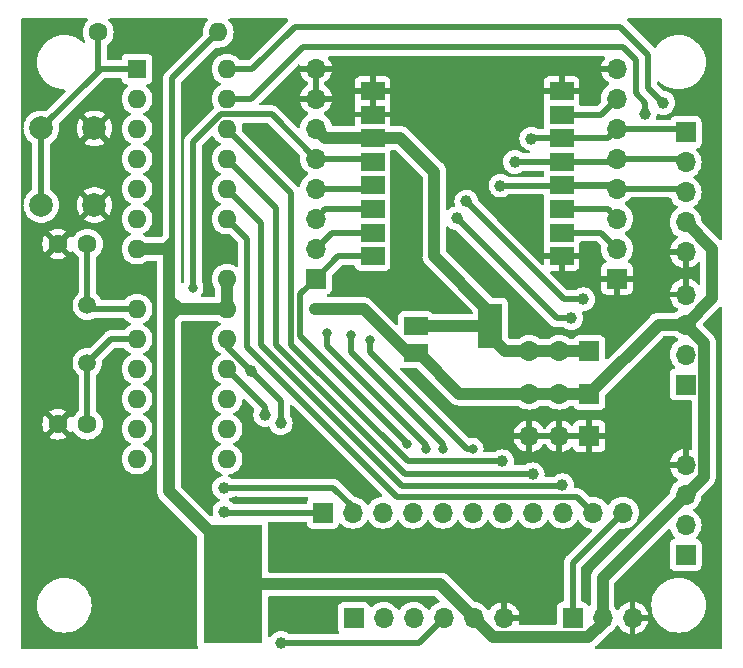
<source format=gbr>
%TF.GenerationSoftware,KiCad,Pcbnew,(7.0.0)*%
%TF.CreationDate,2023-07-05T19:52:24+02:00*%
%TF.ProjectId,atmega328p-gate_controller,61746d65-6761-4333-9238-702d67617465,rev?*%
%TF.SameCoordinates,Original*%
%TF.FileFunction,Copper,L1,Top*%
%TF.FilePolarity,Positive*%
%FSLAX46Y46*%
G04 Gerber Fmt 4.6, Leading zero omitted, Abs format (unit mm)*
G04 Created by KiCad (PCBNEW (7.0.0)) date 2023-07-05 19:52:24*
%MOMM*%
%LPD*%
G01*
G04 APERTURE LIST*
%TA.AperFunction,SMDPad,CuDef*%
%ADD10R,5.000000X10.000000*%
%TD*%
%TA.AperFunction,SMDPad,CuDef*%
%ADD11R,2.000000X1.500000*%
%TD*%
%TA.AperFunction,ComponentPad*%
%ADD12C,1.600000*%
%TD*%
%TA.AperFunction,ComponentPad*%
%ADD13R,1.700000X1.700000*%
%TD*%
%TA.AperFunction,ComponentPad*%
%ADD14O,1.700000X1.700000*%
%TD*%
%TA.AperFunction,ComponentPad*%
%ADD15C,1.500000*%
%TD*%
%TA.AperFunction,ComponentPad*%
%ADD16R,1.600000X1.600000*%
%TD*%
%TA.AperFunction,ComponentPad*%
%ADD17O,1.600000X1.600000*%
%TD*%
%TA.AperFunction,SMDPad,CuDef*%
%ADD18R,2.000000X3.800000*%
%TD*%
%TA.AperFunction,ComponentPad*%
%ADD19C,2.000000*%
%TD*%
%TA.AperFunction,ViaPad*%
%ADD20C,0.500000*%
%TD*%
%TA.AperFunction,ViaPad*%
%ADD21C,0.800000*%
%TD*%
%TA.AperFunction,ViaPad*%
%ADD22C,1.000000*%
%TD*%
%TA.AperFunction,Conductor*%
%ADD23C,1.000000*%
%TD*%
%TA.AperFunction,Conductor*%
%ADD24C,0.500000*%
%TD*%
G04 APERTURE END LIST*
D10*
%TO.P,REF\u002A\u002A,1*%
%TO.N,GND*%
X62824999Y-97774999D03*
%TD*%
D11*
%TO.P,U3,1,GND*%
%TO.N,GND*%
X82122618Y-55984999D03*
%TO.P,U3,2,GND*%
X82122618Y-57984999D03*
%TO.P,U3,3,VDD*%
%TO.N,+3.3V*%
X82122618Y-59984999D03*
%TO.P,U3,4,~{RESET}*%
%TO.N,/PB1*%
X82122618Y-61984999D03*
%TO.P,U3,5,DIO0*%
%TO.N,/DIO0*%
X82122618Y-63984999D03*
%TO.P,U3,6,DIO1*%
%TO.N,/DIO1*%
X82122618Y-65984999D03*
%TO.P,U3,7,DIO2*%
%TO.N,/DIO2*%
X82122618Y-67984999D03*
%TO.P,U3,8,DIO3*%
%TO.N,/DIO3*%
X82122618Y-69984999D03*
%TO.P,U3,9,GND*%
%TO.N,GND*%
X98122618Y-69984999D03*
%TO.P,U3,10,DIO4*%
%TO.N,/DIO4*%
X98122618Y-67984999D03*
%TO.P,U3,11,DIO5*%
%TO.N,/DIO5*%
X98122618Y-65984999D03*
%TO.P,U3,12,SCK*%
%TO.N,/PB5*%
X98122618Y-63984999D03*
%TO.P,U3,13,MISO*%
%TO.N,/MISO*%
X98122618Y-61984999D03*
%TO.P,U3,14,MOSI*%
%TO.N,/MOSI*%
X98122618Y-59984999D03*
%TO.P,U3,15,~{NSS}*%
%TO.N,/CS*%
X98122618Y-57984999D03*
%TO.P,U3,16,GND*%
%TO.N,GND*%
X98122618Y-55984999D03*
%TD*%
D12*
%TO.P,C1,1*%
%TO.N,/XTAL1*%
X57975000Y-68950000D03*
%TO.P,C1,2*%
%TO.N,GND*%
X55475000Y-68950000D03*
%TD*%
D13*
%TO.P,UART,1,Pin_1*%
%TO.N,/PD1*%
X108624999Y-95264999D03*
D14*
%TO.P,UART,2,Pin_2*%
%TO.N,/PD0*%
X108624999Y-92724999D03*
%TO.P,UART,3,Pin_3*%
%TO.N,+5V*%
X108624999Y-90184999D03*
%TO.P,UART,4,Pin_4*%
%TO.N,GND*%
X108624999Y-87644999D03*
%TD*%
D13*
%TO.P,SPI,1,Pin_1*%
%TO.N,/MOSI*%
X108624999Y-59489999D03*
D14*
%TO.P,SPI,2,Pin_2*%
%TO.N,/MISO*%
X108624999Y-62029999D03*
%TO.P,SPI,3,Pin_3*%
%TO.N,/PB5*%
X108624999Y-64569999D03*
%TO.P,SPI,4,Pin_4*%
%TO.N,+5V*%
X108624999Y-67109999D03*
%TO.P,SPI,5,Pin_5*%
%TO.N,GND*%
X108624999Y-69649999D03*
%TD*%
D13*
%TO.P,3.3V,1,Pin_1*%
%TO.N,+3.3V*%
X100474999Y-78024999D03*
D14*
%TO.P,3.3V,2,Pin_2*%
X97934999Y-78024999D03*
%TO.P,3.3V,3,Pin_3*%
X95394999Y-78024999D03*
%TD*%
D13*
%TO.P,5V,1,Pin_1*%
%TO.N,+5V*%
X100474999Y-81624999D03*
D14*
%TO.P,5V,2,Pin_2*%
X97934999Y-81624999D03*
%TO.P,5V,3,Pin_3*%
X95394999Y-81624999D03*
%TD*%
D13*
%TO.P,GND,1,Pin_1*%
%TO.N,GND*%
X100474999Y-85224999D03*
D14*
%TO.P,GND,2,Pin_2*%
X97934999Y-85224999D03*
%TO.P,GND,3,Pin_3*%
X95394999Y-85224999D03*
%TD*%
D13*
%TO.P,ISP,1,Pin_1*%
%TO.N,/MOSI*%
X80524999Y-100599999D03*
D14*
%TO.P,ISP,2,Pin_2*%
%TO.N,/MISO*%
X83064999Y-100599999D03*
%TO.P,ISP,3,Pin_3*%
%TO.N,/PB5*%
X85604999Y-100599999D03*
%TO.P,ISP,4,Pin_4*%
%TO.N,/RESET*%
X88144999Y-100599999D03*
%TO.P,ISP,5,Pin_5*%
%TO.N,+5V*%
X90684999Y-100599999D03*
%TO.P,ISP,6,Pin_6*%
%TO.N,GND*%
X93224999Y-100599999D03*
%TD*%
D13*
%TO.P,EXTRA,1,Pin_1*%
%TO.N,/DIO5*%
X77909999Y-91699999D03*
D14*
%TO.P,EXTRA,2,Pin_2*%
%TO.N,/DIO4*%
X80449999Y-91699999D03*
%TO.P,EXTRA,3,Pin_3*%
%TO.N,/DIO3*%
X82989999Y-91699999D03*
%TO.P,EXTRA,4,Pin_4*%
%TO.N,/DIO2*%
X85529999Y-91699999D03*
%TO.P,EXTRA,5,Pin_5*%
%TO.N,/DIO1*%
X88069999Y-91699999D03*
%TO.P,EXTRA,6,Pin_6*%
%TO.N,/DIO0*%
X90609999Y-91699999D03*
%TO.P,EXTRA,7,Pin_7*%
%TO.N,/PC3*%
X93149999Y-91699999D03*
%TO.P,EXTRA,8,Pin_8*%
%TO.N,/PC2*%
X95689999Y-91699999D03*
%TO.P,EXTRA,9,Pin_9*%
%TO.N,/PC1*%
X98229999Y-91699999D03*
%TO.P,EXTRA,10,Pin_10*%
%TO.N,/PC0*%
X100769999Y-91699999D03*
%TO.P,EXTRA,11,Pin_11*%
%TO.N,/PB0*%
X103309999Y-91699999D03*
%TD*%
D15*
%TO.P,Y1,1,1*%
%TO.N,/XTAL1*%
X57975000Y-74120000D03*
%TO.P,Y1,2,2*%
%TO.N,/XTAL2*%
X57975000Y-79000000D03*
%TD*%
D16*
%TO.P,U1,1,~{RESET}/PC6*%
%TO.N,/RESET*%
X62179999Y-54134999D03*
D17*
%TO.P,U1,2,PD0*%
%TO.N,/PD0*%
X62179999Y-56674999D03*
%TO.P,U1,3,PD1*%
%TO.N,/PD1*%
X62179999Y-59214999D03*
%TO.P,U1,4,PD2*%
%TO.N,/DIO0*%
X62179999Y-61754999D03*
%TO.P,U1,5,PD3*%
%TO.N,/DIO1*%
X62179999Y-64294999D03*
%TO.P,U1,6,PD4*%
%TO.N,/DIO2*%
X62179999Y-66834999D03*
%TO.P,U1,7,VCC*%
%TO.N,+5V*%
X62179999Y-69374999D03*
%TO.P,U1,8,GND*%
%TO.N,GND*%
X62179999Y-71914999D03*
%TO.P,U1,9,XTAL1/PB6*%
%TO.N,/XTAL1*%
X62179999Y-74454999D03*
%TO.P,U1,10,XTAL2/PB7*%
%TO.N,/XTAL2*%
X62179999Y-76994999D03*
%TO.P,U1,11,PD5*%
%TO.N,/DIO3*%
X62179999Y-79534999D03*
%TO.P,U1,12,PD6*%
%TO.N,/DIO4*%
X62179999Y-82074999D03*
%TO.P,U1,13,PD7*%
%TO.N,/DIO5*%
X62179999Y-84614999D03*
%TO.P,U1,14,PB0*%
%TO.N,/PB0*%
X62179999Y-87154999D03*
%TO.P,U1,15,PB1*%
%TO.N,/PB1*%
X69799999Y-87154999D03*
%TO.P,U1,16,PB2*%
%TO.N,/CS*%
X69799999Y-84614999D03*
%TO.P,U1,17,PB3*%
%TO.N,/MOSI*%
X69799999Y-82074999D03*
%TO.P,U1,18,PB4*%
%TO.N,/MISO*%
X69799999Y-79534999D03*
%TO.P,U1,19,PB5*%
%TO.N,/PB5*%
X69799999Y-76994999D03*
%TO.P,U1,20,AVCC*%
%TO.N,+5V*%
X69799999Y-74454999D03*
%TO.P,U1,21,AREF*%
X69799999Y-71914999D03*
%TO.P,U1,22,GND*%
%TO.N,GND*%
X69799999Y-69374999D03*
%TO.P,U1,23,PC0*%
%TO.N,/PC0*%
X69799999Y-66834999D03*
%TO.P,U1,24,PC1*%
%TO.N,/PC1*%
X69799999Y-64294999D03*
%TO.P,U1,25,PC2*%
%TO.N,/PC2*%
X69799999Y-61754999D03*
%TO.P,U1,26,PC3*%
%TO.N,/PC3*%
X69799999Y-59214999D03*
%TO.P,U1,27,PC4*%
%TO.N,/PC4*%
X69799999Y-56674999D03*
%TO.P,U1,28,PC5*%
%TO.N,/PC5*%
X69799999Y-54134999D03*
%TD*%
D11*
%TO.P,U2,1,GND*%
%TO.N,GND*%
X85799999Y-73599999D03*
%TO.P,U2,2,VO*%
%TO.N,+3.3V*%
X85799999Y-75899999D03*
D18*
X92099999Y-75899999D03*
D11*
%TO.P,U2,3,VI*%
%TO.N,+5V*%
X85799999Y-78199999D03*
%TD*%
D13*
%TO.P,J4,1,Pin_1*%
%TO.N,GND*%
X102824999Y-71874999D03*
D14*
%TO.P,J4,2,Pin_2*%
%TO.N,/DIO4*%
X102824999Y-69334999D03*
%TO.P,J4,3,Pin_3*%
%TO.N,/DIO5*%
X102824999Y-66794999D03*
%TO.P,J4,4,Pin_4*%
%TO.N,/PB5*%
X102824999Y-64254999D03*
%TO.P,J4,5,Pin_5*%
%TO.N,/MISO*%
X102824999Y-61714999D03*
%TO.P,J4,6,Pin_6*%
%TO.N,/MOSI*%
X102824999Y-59174999D03*
%TO.P,J4,7,Pin_7*%
%TO.N,/CS*%
X102824999Y-56634999D03*
%TO.P,J4,8,Pin_8*%
%TO.N,GND*%
X102824999Y-54094999D03*
%TD*%
D13*
%TO.P,I2C,1,Pin_1*%
%TO.N,/PC4*%
X108624999Y-80844999D03*
D14*
%TO.P,I2C,2,Pin_2*%
%TO.N,/PC5*%
X108624999Y-78304999D03*
%TO.P,I2C,3,Pin_3*%
%TO.N,+5V*%
X108624999Y-75764999D03*
%TO.P,I2C,4,Pin_4*%
%TO.N,GND*%
X108624999Y-73224999D03*
%TD*%
D12*
%TO.P,R1,1*%
%TO.N,/RESET*%
X58895000Y-51025000D03*
D17*
%TO.P,R1,2*%
%TO.N,+5V*%
X69054999Y-51024999D03*
%TD*%
D13*
%TO.P,RELAY,1,Pin_1*%
%TO.N,/PB0*%
X99049999Y-100599999D03*
D14*
%TO.P,RELAY,2,Pin_2*%
%TO.N,+5V*%
X101589999Y-100599999D03*
%TO.P,RELAY,3,Pin_3*%
%TO.N,GND*%
X104129999Y-100599999D03*
%TD*%
D19*
%TO.P,RESET,1,1*%
%TO.N,/RESET*%
X54075000Y-65650000D03*
X54075000Y-59150000D03*
%TO.P,RESET,2,2*%
%TO.N,GND*%
X58575000Y-65650000D03*
X58575000Y-59150000D03*
%TD*%
D13*
%TO.P,J9,1,Pin_1*%
%TO.N,/DIO3*%
X77324999Y-71874999D03*
D14*
%TO.P,J9,2,Pin_2*%
%TO.N,/DIO2*%
X77324999Y-69334999D03*
%TO.P,J9,3,Pin_3*%
%TO.N,/DIO1*%
X77324999Y-66794999D03*
%TO.P,J9,4,Pin_4*%
%TO.N,/DIO0*%
X77324999Y-64254999D03*
%TO.P,J9,5,Pin_5*%
%TO.N,/PB1*%
X77324999Y-61714999D03*
%TO.P,J9,6,Pin_6*%
%TO.N,+3.3V*%
X77324999Y-59174999D03*
%TO.P,J9,7,Pin_7*%
%TO.N,GND*%
X77324999Y-56634999D03*
%TO.P,J9,8,Pin_8*%
X77324999Y-54094999D03*
%TD*%
D12*
%TO.P,C2,1*%
%TO.N,GND*%
X55475000Y-84200000D03*
%TO.P,C2,2*%
%TO.N,/XTAL2*%
X57975000Y-84200000D03*
%TD*%
D10*
%TO.P,REF\u002A\u002A,1*%
%TO.N,+5V*%
X70274999Y-97774999D03*
%TD*%
D20*
%TO.N,GND*%
X76150000Y-87975000D03*
X75325000Y-90650000D03*
X70600000Y-90575000D03*
X76375000Y-99800000D03*
X73850000Y-100975000D03*
X67775000Y-76550000D03*
X68200000Y-73025000D03*
D21*
X59325000Y-101225000D03*
X62054211Y-91580167D03*
X58700000Y-92900000D03*
X58900000Y-96100000D03*
X66275000Y-98650000D03*
X66125000Y-94275000D03*
X108450000Y-84125000D03*
X95975000Y-75800000D03*
X83600000Y-73575000D03*
X79500000Y-57700000D03*
X68125000Y-60950000D03*
X63950000Y-60450000D03*
X74375000Y-56500000D03*
X66950000Y-57875000D03*
X73700000Y-60050000D03*
X72375000Y-50550000D03*
X62100000Y-51500000D03*
X53300000Y-51075000D03*
X57650000Y-62525000D03*
X54375000Y-72275000D03*
X56525000Y-75875000D03*
X58025000Y-89775000D03*
X55625000Y-94825000D03*
X81950000Y-94500000D03*
X95375000Y-95300000D03*
X105725000Y-96300000D03*
X111025000Y-98225000D03*
X110475000Y-51025000D03*
X94375000Y-55550000D03*
X85700000Y-55775000D03*
X89275000Y-69450000D03*
X85050000Y-68625000D03*
X84900000Y-64125000D03*
%TO.N,/DIO0*%
X81875000Y-77050000D03*
%TO.N,/DIO1*%
X80300000Y-76650000D03*
%TO.N,/DIO2*%
X78275000Y-76475000D03*
%TO.N,/DIO0*%
X90610000Y-86275000D03*
%TO.N,/DIO1*%
X88070000Y-86275000D03*
%TO.N,/DIO2*%
X86650000Y-86300000D03*
%TO.N,/DIO3*%
X85012500Y-85862500D03*
%TO.N,/PB1*%
X66900000Y-72675000D03*
D22*
%TO.N,/MOSI*%
X95550000Y-60025000D03*
%TO.N,/MISO*%
X94175000Y-62000000D03*
X73025000Y-83425000D03*
%TO.N,/PB5*%
X74350000Y-84125000D03*
X71825000Y-79675000D03*
X92950000Y-64000000D03*
%TO.N,/RESET*%
X74375000Y-102700000D03*
%TO.N,+5V*%
X79050000Y-74455000D03*
X77250000Y-74455000D03*
%TO.N,/PC4*%
X105175000Y-57925000D03*
%TO.N,/PC5*%
X106750000Y-57000000D03*
%TO.N,/PD1*%
X98950000Y-75225000D03*
X89250000Y-66750000D03*
%TO.N,/PD0*%
X90050000Y-65350000D03*
X99975000Y-73625000D03*
%TO.N,/DIO4*%
X69550000Y-89600000D03*
%TO.N,/DIO5*%
X69575000Y-91625000D03*
%TO.N,/PC3*%
X93100000Y-87350000D03*
%TO.N,/PC2*%
X95675000Y-88450500D03*
%TO.N,/PC1*%
X98200000Y-89375000D03*
%TD*%
D23*
%TO.N,+3.3V*%
X93300000Y-78025000D02*
X92100000Y-76825000D01*
X92100000Y-76825000D02*
X92100000Y-75900000D01*
X95395000Y-78025000D02*
X93300000Y-78025000D01*
X92100000Y-74750000D02*
X92100000Y-75900000D01*
X87350000Y-62850000D02*
X87350000Y-70000000D01*
X87350000Y-70000000D02*
X92100000Y-74750000D01*
X84485000Y-59985000D02*
X87350000Y-62850000D01*
X82122619Y-59985000D02*
X84485000Y-59985000D01*
D24*
%TO.N,+5V*%
X65150000Y-68525000D02*
X64300000Y-69375000D01*
X65150000Y-68475000D02*
X65150000Y-68525000D01*
X65150000Y-54930000D02*
X65150000Y-69025000D01*
X69055000Y-51025000D02*
X65150000Y-54930000D01*
%TO.N,/RESET*%
X58895000Y-54330000D02*
X58895000Y-53940000D01*
X58750000Y-54475000D02*
X58895000Y-54330000D01*
X58750000Y-54475000D02*
X54075000Y-59150000D01*
X59090000Y-54135000D02*
X58750000Y-54475000D01*
X58895000Y-53940000D02*
X59090000Y-54135000D01*
X58895000Y-51025000D02*
X58895000Y-53940000D01*
%TO.N,/DIO0*%
X90075000Y-86275000D02*
X90610000Y-86275000D01*
X81875000Y-78075000D02*
X90075000Y-86275000D01*
X81875000Y-77050000D02*
X81875000Y-78075000D01*
%TO.N,/DIO1*%
X80300000Y-78075000D02*
X80300000Y-76650000D01*
X88070000Y-85845000D02*
X80300000Y-78075000D01*
X88070000Y-86275000D02*
X88070000Y-85845000D01*
%TO.N,/DIO2*%
X78275000Y-77550000D02*
X78275000Y-76475000D01*
X86650000Y-85925000D02*
X78275000Y-77550000D01*
X86650000Y-86300000D02*
X86650000Y-85925000D01*
%TO.N,/DIO3*%
X76000000Y-73200000D02*
X77325000Y-71875000D01*
X76000000Y-76750000D02*
X76000000Y-73200000D01*
X85012500Y-85762500D02*
X76000000Y-76750000D01*
X85012500Y-85862500D02*
X85012500Y-85762500D01*
D23*
%TO.N,+5V*%
X89475000Y-81625000D02*
X95395000Y-81625000D01*
X86050000Y-78200000D02*
X89475000Y-81625000D01*
X81355000Y-74455000D02*
X85100000Y-78200000D01*
X77250000Y-74455000D02*
X81355000Y-74455000D01*
X85100000Y-78200000D02*
X86050000Y-78200000D01*
D24*
%TO.N,/PC2*%
X73925000Y-65880000D02*
X69800000Y-61755000D01*
X73925000Y-77525000D02*
X73925000Y-65880000D01*
X84850000Y-88450000D02*
X73925000Y-77525000D01*
X94450000Y-88450000D02*
X84850000Y-88450000D01*
%TO.N,/PC1*%
X72675000Y-77500000D02*
X72675000Y-67170000D01*
X72675000Y-67170000D02*
X69800000Y-64295000D01*
X84575000Y-89400000D02*
X72675000Y-77500000D01*
X98175000Y-89400000D02*
X84575000Y-89400000D01*
%TO.N,/PC3*%
X75225000Y-64640000D02*
X69800000Y-59215000D01*
X75225000Y-77475000D02*
X75225000Y-64640000D01*
X93100000Y-87350000D02*
X85100000Y-87350000D01*
X85100000Y-87350000D02*
X75225000Y-77475000D01*
%TO.N,/PC0*%
X71500000Y-77705050D02*
X84194950Y-90400000D01*
X71500000Y-68535000D02*
X71500000Y-77705050D01*
X99470000Y-90400000D02*
X100770000Y-91700000D01*
X69800000Y-66835000D02*
X71500000Y-68535000D01*
X84194950Y-90400000D02*
X99470000Y-90400000D01*
%TO.N,/PB5*%
X69800000Y-77650000D02*
X69800000Y-76995000D01*
X71825000Y-79675000D02*
X69800000Y-77650000D01*
X74350000Y-82200000D02*
X74350000Y-84125000D01*
X71825000Y-79675000D02*
X74350000Y-82200000D01*
%TO.N,/PD1*%
X97725000Y-75225000D02*
X98950000Y-75225000D01*
X89250000Y-66750000D02*
X97725000Y-75225000D01*
%TO.N,/PD0*%
X92025000Y-67325000D02*
X92025000Y-67350000D01*
X98300000Y-73625000D02*
X99975000Y-73625000D01*
X90050000Y-65350000D02*
X92025000Y-67325000D01*
X92025000Y-67350000D02*
X98300000Y-73625000D01*
D23*
%TO.N,+3.3V*%
X92100000Y-75900000D02*
X85800000Y-75900000D01*
D24*
%TO.N,/PB1*%
X73575000Y-57965000D02*
X77325000Y-61715000D01*
X69260000Y-57965000D02*
X73575000Y-57965000D01*
X66900000Y-60325000D02*
X69260000Y-57965000D01*
X66900000Y-72675000D02*
X66900000Y-60325000D01*
%TO.N,/XTAL1*%
X62180000Y-74455000D02*
X58310000Y-74455000D01*
X58310000Y-74455000D02*
X57975000Y-74120000D01*
X57975000Y-69025000D02*
X57975000Y-74120000D01*
%TO.N,/XTAL2*%
X59980000Y-76995000D02*
X57975000Y-79000000D01*
X57975000Y-79000000D02*
X57975000Y-84200000D01*
X62180000Y-76995000D02*
X59980000Y-76995000D01*
%TO.N,/MOSI*%
X102015000Y-59985000D02*
X102825000Y-59175000D01*
X102825000Y-59175000D02*
X108310000Y-59175000D01*
X98122619Y-59985000D02*
X102015000Y-59985000D01*
X95590000Y-59985000D02*
X102015000Y-59985000D01*
X108310000Y-59175000D02*
X108625000Y-59490000D01*
X95550000Y-60025000D02*
X95590000Y-59985000D01*
%TO.N,/MISO*%
X108310000Y-61715000D02*
X108625000Y-62030000D01*
X102540000Y-62000000D02*
X102825000Y-61715000D01*
X102825000Y-61715000D02*
X108310000Y-61715000D01*
X73025000Y-82760000D02*
X69800000Y-79535000D01*
X98122619Y-61985000D02*
X102555000Y-61985000D01*
X102555000Y-61985000D02*
X102825000Y-61715000D01*
X94175000Y-62000000D02*
X102540000Y-62000000D01*
X73025000Y-83425000D02*
X73025000Y-82760000D01*
%TO.N,/PB5*%
X102825000Y-64255000D02*
X108310000Y-64255000D01*
X102570000Y-64000000D02*
X102825000Y-64255000D01*
X98122619Y-63985000D02*
X102555000Y-63985000D01*
X92950000Y-64000000D02*
X102570000Y-64000000D01*
X102555000Y-63985000D02*
X102825000Y-64255000D01*
X69870000Y-76995000D02*
X69800000Y-76995000D01*
X108310000Y-64255000D02*
X108625000Y-64570000D01*
%TO.N,/RESET*%
X54075000Y-59150000D02*
X54075000Y-65650000D01*
X74375000Y-102700000D02*
X86045000Y-102700000D01*
X86045000Y-102700000D02*
X88145000Y-100600000D01*
X62180000Y-54135000D02*
X59090000Y-54135000D01*
D23*
%TO.N,+5V*%
X64930000Y-74455000D02*
X64900000Y-74425000D01*
X64900000Y-74425000D02*
X64900000Y-73650000D01*
X108625000Y-75765000D02*
X106335000Y-75765000D01*
X87860000Y-97775000D02*
X70275000Y-97775000D01*
X100375000Y-102225000D02*
X101590000Y-101010000D01*
X65650000Y-74400000D02*
X64900000Y-75150000D01*
X69800000Y-71915000D02*
X69800000Y-74455000D01*
X101590000Y-97220000D02*
X108625000Y-90185000D01*
D24*
X64900000Y-68775000D02*
X65150000Y-69025000D01*
D23*
X110875000Y-69360000D02*
X108625000Y-67110000D01*
X108625000Y-75765000D02*
X110875000Y-73515000D01*
X110175000Y-88635000D02*
X110175000Y-77315000D01*
X101590000Y-100600000D02*
X101590000Y-97220000D01*
X64900000Y-75250000D02*
X64900000Y-74425000D01*
X90685000Y-100600000D02*
X92310000Y-102225000D01*
X62180000Y-69375000D02*
X64300000Y-69375000D01*
D24*
X64900000Y-68775000D02*
X64900000Y-69375000D01*
X65150000Y-69025000D02*
X65150000Y-69550000D01*
D23*
X108625000Y-90185000D02*
X110175000Y-88635000D01*
X65650000Y-74455000D02*
X65650000Y-74400000D01*
X64900000Y-75150000D02*
X64900000Y-75250000D01*
X70275000Y-95275000D02*
X64900000Y-89900000D01*
X110875000Y-73515000D02*
X110875000Y-69360000D01*
X106335000Y-75765000D02*
X100475000Y-81625000D01*
X110175000Y-77315000D02*
X108625000Y-75765000D01*
X92310000Y-102225000D02*
X100375000Y-102225000D01*
X64900000Y-89900000D02*
X64900000Y-75250000D01*
X100475000Y-81625000D02*
X95395000Y-81625000D01*
X64900000Y-73650000D02*
X64900000Y-69375000D01*
X70275000Y-97775000D02*
X70275000Y-95275000D01*
X69800000Y-74455000D02*
X65650000Y-74455000D01*
X101590000Y-101010000D02*
X101590000Y-100600000D01*
X65650000Y-74455000D02*
X64930000Y-74455000D01*
X65650000Y-74400000D02*
X64900000Y-73650000D01*
X90685000Y-100600000D02*
X87860000Y-97775000D01*
X64300000Y-69375000D02*
X64900000Y-69375000D01*
D24*
%TO.N,/PC4*%
X104400000Y-56200000D02*
X105175000Y-56975000D01*
X103300000Y-52300000D02*
X104400000Y-53400000D01*
X71825000Y-56675000D02*
X76200000Y-52300000D01*
X69800000Y-56675000D02*
X71825000Y-56675000D01*
X105175000Y-56975000D02*
X105175000Y-57925000D01*
X104400000Y-53400000D02*
X104400000Y-56200000D01*
X76200000Y-52300000D02*
X103300000Y-52300000D01*
%TO.N,/PC5*%
X75525000Y-50550000D02*
X71940000Y-54135000D01*
X71940000Y-54135000D02*
X69800000Y-54135000D01*
X105475000Y-55725000D02*
X105475000Y-52925000D01*
X103100000Y-50550000D02*
X75525000Y-50550000D01*
X106750000Y-57000000D02*
X105475000Y-55725000D01*
X105475000Y-52925000D02*
X103100000Y-50550000D01*
%TO.N,/DIO4*%
X80450000Y-91250000D02*
X78800000Y-89600000D01*
X80450000Y-91700000D02*
X80450000Y-91250000D01*
X101475000Y-67985000D02*
X102825000Y-69335000D01*
X78800000Y-89600000D02*
X69550000Y-89600000D01*
X98122619Y-67985000D02*
X101475000Y-67985000D01*
%TO.N,/DIO5*%
X98122619Y-65985000D02*
X102015000Y-65985000D01*
X69650000Y-91700000D02*
X77910000Y-91700000D01*
X69575000Y-91625000D02*
X69650000Y-91700000D01*
X102015000Y-65985000D02*
X102825000Y-66795000D01*
%TO.N,/CS*%
X101475000Y-57985000D02*
X102825000Y-56635000D01*
X98122619Y-57985000D02*
X101475000Y-57985000D01*
D23*
%TO.N,+3.3V*%
X100475000Y-78025000D02*
X95395000Y-78025000D01*
X78135000Y-59985000D02*
X77325000Y-59175000D01*
X82122619Y-59985000D02*
X78135000Y-59985000D01*
D24*
%TO.N,/DIO3*%
X79215000Y-69985000D02*
X77325000Y-71875000D01*
X82122619Y-69985000D02*
X79215000Y-69985000D01*
%TO.N,/DIO2*%
X77325000Y-69335000D02*
X78675000Y-67985000D01*
X78675000Y-67985000D02*
X82122619Y-67985000D01*
%TO.N,/DIO1*%
X78135000Y-65985000D02*
X82122619Y-65985000D01*
X77325000Y-66795000D02*
X78135000Y-65985000D01*
%TO.N,/DIO0*%
X81852619Y-64255000D02*
X82122619Y-63985000D01*
X77325000Y-64255000D02*
X81852619Y-64255000D01*
%TO.N,/PB1*%
X81852619Y-61715000D02*
X82122619Y-61985000D01*
X77325000Y-61715000D02*
X81852619Y-61715000D01*
%TO.N,/PB0*%
X103310000Y-91700000D02*
X99050000Y-95960000D01*
X99050000Y-95960000D02*
X99050000Y-100600000D01*
%TO.N,/PC3*%
X93100000Y-87350000D02*
X92525000Y-87350000D01*
%TO.N,/PC2*%
X94450500Y-88450500D02*
X94450000Y-88450000D01*
X94450000Y-88450000D02*
X94375000Y-88450000D01*
X95675000Y-88450500D02*
X94450500Y-88450500D01*
%TO.N,/PC1*%
X98200000Y-89375000D02*
X98175000Y-89400000D01*
X98175000Y-89400000D02*
X97500000Y-89400000D01*
%TD*%
%TA.AperFunction,Conductor*%
%TO.N,GND*%
G36*
X111673385Y-74279464D02*
G01*
X111710985Y-74323487D01*
X111724500Y-74379782D01*
X111724500Y-103125500D01*
X111707887Y-103187500D01*
X111662500Y-103232887D01*
X111600500Y-103249500D01*
X101052398Y-103249500D01*
X100994440Y-103235121D01*
X100949923Y-103195320D01*
X100929171Y-103139327D01*
X100936998Y-103080127D01*
X100971587Y-103031449D01*
X100972546Y-103030625D01*
X100985125Y-103021137D01*
X101010519Y-103004402D01*
X101052238Y-102962681D01*
X101059122Y-102956301D01*
X101103895Y-102917866D01*
X101122520Y-102893802D01*
X101132879Y-102882040D01*
X102201883Y-101813036D01*
X102237158Y-101788337D01*
X102267830Y-101774035D01*
X102461401Y-101638495D01*
X102628495Y-101471401D01*
X102758730Y-101285405D01*
X102803048Y-101246540D01*
X102860305Y-101232529D01*
X102917562Y-101246540D01*
X102961880Y-101285405D01*
X103088784Y-101466643D01*
X103095721Y-101474909D01*
X103255090Y-101634278D01*
X103263356Y-101641215D01*
X103447991Y-101770498D01*
X103457323Y-101775886D01*
X103661602Y-101871143D01*
X103671736Y-101874831D01*
X103866219Y-101926943D01*
X103877448Y-101927311D01*
X103880000Y-101916369D01*
X104380000Y-101916369D01*
X104382551Y-101927311D01*
X104393780Y-101926943D01*
X104588263Y-101874831D01*
X104598397Y-101871143D01*
X104802676Y-101775886D01*
X104812008Y-101770498D01*
X104996643Y-101641215D01*
X105004909Y-101634278D01*
X105164278Y-101474909D01*
X105171215Y-101466643D01*
X105300498Y-101282008D01*
X105305886Y-101272676D01*
X105401143Y-101068397D01*
X105404831Y-101058263D01*
X105456943Y-100863780D01*
X105457311Y-100852551D01*
X105446369Y-100850000D01*
X104396326Y-100850000D01*
X104383450Y-100853450D01*
X104380000Y-100866326D01*
X104380000Y-101916369D01*
X103880000Y-101916369D01*
X103880000Y-100333674D01*
X104380000Y-100333674D01*
X104383450Y-100346549D01*
X104396326Y-100350000D01*
X105446369Y-100350000D01*
X105457311Y-100347448D01*
X105456943Y-100336219D01*
X105404831Y-100141736D01*
X105401143Y-100131602D01*
X105305889Y-99927332D01*
X105300491Y-99917982D01*
X105171215Y-99733357D01*
X105164280Y-99725092D01*
X105004909Y-99565721D01*
X104996643Y-99558784D01*
X104984098Y-99550000D01*
X105719564Y-99550000D01*
X105739287Y-99850920D01*
X105740077Y-99854891D01*
X105740078Y-99854899D01*
X105797327Y-100142707D01*
X105797329Y-100142714D01*
X105798120Y-100146691D01*
X105799425Y-100150535D01*
X105872087Y-100364592D01*
X105895055Y-100432252D01*
X106028434Y-100702718D01*
X106030685Y-100706087D01*
X106030688Y-100706092D01*
X106193715Y-100950079D01*
X106195975Y-100953461D01*
X106394811Y-101180189D01*
X106621539Y-101379025D01*
X106872282Y-101546566D01*
X107142748Y-101679945D01*
X107428309Y-101776880D01*
X107724080Y-101835713D01*
X108025000Y-101855436D01*
X108325920Y-101835713D01*
X108621691Y-101776880D01*
X108907252Y-101679945D01*
X109177718Y-101546566D01*
X109428461Y-101379025D01*
X109655189Y-101180189D01*
X109854025Y-100953461D01*
X110021566Y-100702718D01*
X110154945Y-100432252D01*
X110251880Y-100146691D01*
X110310713Y-99850920D01*
X110330436Y-99550000D01*
X110310713Y-99249080D01*
X110251880Y-98953309D01*
X110154945Y-98667748D01*
X110021566Y-98397282D01*
X109854025Y-98146539D01*
X109655189Y-97919811D01*
X109624742Y-97893110D01*
X109431518Y-97723656D01*
X109428461Y-97720975D01*
X109425079Y-97718715D01*
X109181092Y-97555688D01*
X109181087Y-97555685D01*
X109177718Y-97553434D01*
X109174082Y-97551641D01*
X109174077Y-97551638D01*
X108910894Y-97421851D01*
X108910893Y-97421850D01*
X108907252Y-97420055D01*
X108621691Y-97323120D01*
X108617714Y-97322329D01*
X108617707Y-97322327D01*
X108329899Y-97265078D01*
X108329891Y-97265077D01*
X108325920Y-97264287D01*
X108025000Y-97244564D01*
X108020957Y-97244829D01*
X107728122Y-97264022D01*
X107728120Y-97264022D01*
X107724080Y-97264287D01*
X107720110Y-97265076D01*
X107720100Y-97265078D01*
X107432292Y-97322327D01*
X107432281Y-97322329D01*
X107428309Y-97323120D01*
X107424466Y-97324424D01*
X107424464Y-97324425D01*
X107146594Y-97418749D01*
X107146587Y-97418751D01*
X107142748Y-97420055D01*
X107139111Y-97421848D01*
X107139105Y-97421851D01*
X106875922Y-97551638D01*
X106875910Y-97551644D01*
X106872282Y-97553434D01*
X106868919Y-97555681D01*
X106868907Y-97555688D01*
X106624920Y-97718715D01*
X106624911Y-97718721D01*
X106621539Y-97720975D01*
X106618488Y-97723650D01*
X106618481Y-97723656D01*
X106397859Y-97917137D01*
X106397851Y-97917144D01*
X106394811Y-97919811D01*
X106392144Y-97922851D01*
X106392137Y-97922859D01*
X106198656Y-98143481D01*
X106198650Y-98143488D01*
X106195975Y-98146539D01*
X106193721Y-98149911D01*
X106193715Y-98149920D01*
X106030688Y-98393907D01*
X106030681Y-98393919D01*
X106028434Y-98397282D01*
X106026644Y-98400910D01*
X106026638Y-98400922D01*
X105896851Y-98664105D01*
X105896848Y-98664111D01*
X105895055Y-98667748D01*
X105893751Y-98671587D01*
X105893749Y-98671594D01*
X105799425Y-98949464D01*
X105798120Y-98953309D01*
X105797329Y-98957281D01*
X105797327Y-98957292D01*
X105740078Y-99245100D01*
X105740076Y-99245110D01*
X105739287Y-99249080D01*
X105739022Y-99253120D01*
X105739022Y-99253122D01*
X105737060Y-99283056D01*
X105719564Y-99550000D01*
X104984098Y-99550000D01*
X104812008Y-99429501D01*
X104802676Y-99424113D01*
X104598397Y-99328856D01*
X104588263Y-99325168D01*
X104393780Y-99273056D01*
X104382551Y-99272688D01*
X104380000Y-99283631D01*
X104380000Y-100333674D01*
X103880000Y-100333674D01*
X103880000Y-99283631D01*
X103877448Y-99272688D01*
X103866219Y-99273056D01*
X103671736Y-99325168D01*
X103661602Y-99328856D01*
X103457332Y-99424110D01*
X103447982Y-99429508D01*
X103263357Y-99558784D01*
X103255092Y-99565719D01*
X103095719Y-99725092D01*
X103088788Y-99733352D01*
X102961880Y-99914596D01*
X102917562Y-99953461D01*
X102860305Y-99967472D01*
X102803048Y-99953461D01*
X102758730Y-99914595D01*
X102716931Y-99854899D01*
X102628495Y-99728599D01*
X102624664Y-99724768D01*
X102621187Y-99720624D01*
X102622098Y-99719858D01*
X102599939Y-99686695D01*
X102590500Y-99639242D01*
X102590500Y-97685783D01*
X102599939Y-97638330D01*
X102626819Y-97598102D01*
X103752375Y-96472546D01*
X107132697Y-93092222D01*
X107188282Y-93060130D01*
X107252470Y-93060130D01*
X107308057Y-93092224D01*
X107340151Y-93147811D01*
X107349695Y-93183433D01*
X107349697Y-93183439D01*
X107351097Y-93188663D01*
X107353385Y-93193570D01*
X107353386Y-93193572D01*
X107448678Y-93397927D01*
X107448681Y-93397933D01*
X107450965Y-93402830D01*
X107454064Y-93407257D01*
X107454066Y-93407259D01*
X107583399Y-93591966D01*
X107583402Y-93591970D01*
X107586505Y-93596401D01*
X107590335Y-93600231D01*
X107590336Y-93600232D01*
X107708430Y-93718326D01*
X107739726Y-93771072D01*
X107741915Y-93832365D01*
X107714462Y-93887210D01*
X107664083Y-93922189D01*
X107548702Y-93965223D01*
X107532669Y-93971204D01*
X107525572Y-93976516D01*
X107525568Y-93976519D01*
X107424550Y-94052141D01*
X107424546Y-94052144D01*
X107417454Y-94057454D01*
X107412144Y-94064546D01*
X107412141Y-94064550D01*
X107336519Y-94165568D01*
X107336516Y-94165572D01*
X107331204Y-94172669D01*
X107328104Y-94180978D01*
X107328104Y-94180980D01*
X107283620Y-94300247D01*
X107283619Y-94300250D01*
X107280909Y-94307517D01*
X107280079Y-94315227D01*
X107280079Y-94315232D01*
X107274855Y-94363819D01*
X107274854Y-94363831D01*
X107274500Y-94367127D01*
X107274500Y-94370448D01*
X107274500Y-94370449D01*
X107274500Y-96159560D01*
X107274500Y-96159578D01*
X107274501Y-96162872D01*
X107274853Y-96166150D01*
X107274854Y-96166161D01*
X107280079Y-96214768D01*
X107280080Y-96214773D01*
X107280909Y-96222483D01*
X107283619Y-96229749D01*
X107283620Y-96229753D01*
X107285409Y-96234549D01*
X107331204Y-96357331D01*
X107417454Y-96472546D01*
X107532669Y-96558796D01*
X107667517Y-96609091D01*
X107727127Y-96615500D01*
X109522872Y-96615499D01*
X109582483Y-96609091D01*
X109717331Y-96558796D01*
X109832546Y-96472546D01*
X109918796Y-96357331D01*
X109969091Y-96222483D01*
X109975500Y-96162873D01*
X109975499Y-94367128D01*
X109969091Y-94307517D01*
X109918796Y-94172669D01*
X109832546Y-94057454D01*
X109717331Y-93971204D01*
X109647359Y-93945106D01*
X109585916Y-93922189D01*
X109535537Y-93887210D01*
X109508084Y-93832365D01*
X109510273Y-93771072D01*
X109541566Y-93718329D01*
X109663495Y-93596401D01*
X109799035Y-93402830D01*
X109898903Y-93188663D01*
X109960063Y-92960408D01*
X109980659Y-92725000D01*
X109960063Y-92489592D01*
X109898903Y-92261337D01*
X109799035Y-92047171D01*
X109663495Y-91853599D01*
X109496401Y-91686505D01*
X109491968Y-91683401D01*
X109491961Y-91683395D01*
X109310842Y-91556575D01*
X109271976Y-91512257D01*
X109257965Y-91455000D01*
X109271976Y-91397743D01*
X109310842Y-91353425D01*
X109491961Y-91226604D01*
X109491961Y-91226603D01*
X109496401Y-91223495D01*
X109663495Y-91056401D01*
X109799035Y-90862830D01*
X109898903Y-90648663D01*
X109960063Y-90420408D01*
X109971043Y-90294900D01*
X109982189Y-90253305D01*
X110006887Y-90218032D01*
X110872390Y-89352528D01*
X110874560Y-89350412D01*
X110938053Y-89290059D01*
X110971752Y-89241641D01*
X110977428Y-89234113D01*
X110988039Y-89221100D01*
X111014698Y-89188407D01*
X111028782Y-89161444D01*
X111036919Y-89148013D01*
X111050704Y-89128208D01*
X111050703Y-89128208D01*
X111054295Y-89123049D01*
X111077568Y-89068815D01*
X111081598Y-89060331D01*
X111087188Y-89049631D01*
X111108909Y-89008049D01*
X111117278Y-88978797D01*
X111122538Y-88964023D01*
X111134540Y-88936058D01*
X111146416Y-88878262D01*
X111148649Y-88869162D01*
X111164887Y-88812418D01*
X111167197Y-88782077D01*
X111169378Y-88766528D01*
X111170470Y-88761215D01*
X111175500Y-88736741D01*
X111175500Y-88677759D01*
X111175858Y-88668344D01*
X111178489Y-88633791D01*
X111180337Y-88609524D01*
X111176493Y-88579348D01*
X111175500Y-88563683D01*
X111175500Y-77329262D01*
X111175540Y-77326121D01*
X111176824Y-77275451D01*
X111177757Y-77238637D01*
X111167349Y-77180573D01*
X111166041Y-77171242D01*
X111163992Y-77151096D01*
X111160074Y-77112562D01*
X111150964Y-77083528D01*
X111147227Y-77068305D01*
X111141858Y-77038347D01*
X111136327Y-77024500D01*
X111119976Y-76983565D01*
X111116816Y-76974689D01*
X111114532Y-76967412D01*
X111099159Y-76918412D01*
X111094811Y-76910579D01*
X111084396Y-76891814D01*
X111077660Y-76877631D01*
X111066377Y-76849383D01*
X111033917Y-76800131D01*
X111029036Y-76792073D01*
X111003463Y-76746000D01*
X111003462Y-76745999D01*
X111000409Y-76740498D01*
X110980591Y-76717413D01*
X110971140Y-76704879D01*
X110965519Y-76696350D01*
X110954402Y-76679481D01*
X110912692Y-76637771D01*
X110906287Y-76630860D01*
X110871960Y-76590874D01*
X110867866Y-76586105D01*
X110862896Y-76582258D01*
X110862891Y-76582253D01*
X110843805Y-76567479D01*
X110832026Y-76557105D01*
X110127601Y-75852680D01*
X110095507Y-75797093D01*
X110095507Y-75732905D01*
X110127599Y-75677320D01*
X111512819Y-74292100D01*
X111562182Y-74261851D01*
X111619898Y-74257309D01*
X111673385Y-74279464D01*
G37*
%TD.AperFunction*%
%TA.AperFunction,Conductor*%
G36*
X57987247Y-49864015D02*
G01*
X58031270Y-49901615D01*
X58053425Y-49955102D01*
X58048883Y-50012818D01*
X58018633Y-50062181D01*
X57898782Y-50182031D01*
X57898776Y-50182037D01*
X57894953Y-50185861D01*
X57891850Y-50190291D01*
X57891847Y-50190296D01*
X57767540Y-50367826D01*
X57767535Y-50367833D01*
X57764432Y-50372266D01*
X57762144Y-50377172D01*
X57762142Y-50377176D01*
X57670550Y-50573594D01*
X57670547Y-50573599D01*
X57668261Y-50578504D01*
X57666862Y-50583724D01*
X57666858Y-50583736D01*
X57610764Y-50793083D01*
X57610762Y-50793094D01*
X57609365Y-50798308D01*
X57589532Y-51025000D01*
X57590004Y-51030395D01*
X57608764Y-51244829D01*
X57609365Y-51251692D01*
X57610762Y-51256907D01*
X57610764Y-51256916D01*
X57666858Y-51466263D01*
X57666861Y-51466271D01*
X57668261Y-51471496D01*
X57670549Y-51476403D01*
X57670550Y-51476405D01*
X57712902Y-51567228D01*
X57764432Y-51677734D01*
X57767539Y-51682171D01*
X57767540Y-51682173D01*
X57787563Y-51710769D01*
X57808985Y-51766155D01*
X57802198Y-51825149D01*
X57768759Y-51874223D01*
X57716336Y-51902121D01*
X57656953Y-51902445D01*
X57604229Y-51875120D01*
X57431518Y-51723656D01*
X57428461Y-51720975D01*
X57370390Y-51682173D01*
X57181092Y-51555688D01*
X57181087Y-51555685D01*
X57177718Y-51553434D01*
X57174082Y-51551641D01*
X57174077Y-51551638D01*
X56910894Y-51421851D01*
X56910893Y-51421850D01*
X56907252Y-51420055D01*
X56621691Y-51323120D01*
X56617714Y-51322329D01*
X56617707Y-51322327D01*
X56329899Y-51265078D01*
X56329891Y-51265077D01*
X56325920Y-51264287D01*
X56025000Y-51244564D01*
X56020957Y-51244829D01*
X55728122Y-51264022D01*
X55728120Y-51264022D01*
X55724080Y-51264287D01*
X55720110Y-51265076D01*
X55720100Y-51265078D01*
X55432292Y-51322327D01*
X55432281Y-51322329D01*
X55428309Y-51323120D01*
X55424466Y-51324424D01*
X55424464Y-51324425D01*
X55146594Y-51418749D01*
X55146587Y-51418751D01*
X55142748Y-51420055D01*
X55139111Y-51421848D01*
X55139105Y-51421851D01*
X54875922Y-51551638D01*
X54875910Y-51551644D01*
X54872282Y-51553434D01*
X54868919Y-51555681D01*
X54868907Y-51555688D01*
X54624920Y-51718715D01*
X54624911Y-51718721D01*
X54621539Y-51720975D01*
X54618488Y-51723650D01*
X54618481Y-51723656D01*
X54397859Y-51917137D01*
X54397851Y-51917144D01*
X54394811Y-51919811D01*
X54392144Y-51922851D01*
X54392137Y-51922859D01*
X54198656Y-52143481D01*
X54198650Y-52143488D01*
X54195975Y-52146539D01*
X54193721Y-52149911D01*
X54193715Y-52149920D01*
X54030688Y-52393907D01*
X54030681Y-52393919D01*
X54028434Y-52397282D01*
X54026644Y-52400910D01*
X54026638Y-52400922D01*
X53896851Y-52664105D01*
X53896848Y-52664111D01*
X53895055Y-52667748D01*
X53893751Y-52671587D01*
X53893749Y-52671594D01*
X53813888Y-52906858D01*
X53798120Y-52953309D01*
X53797329Y-52957281D01*
X53797327Y-52957292D01*
X53740078Y-53245100D01*
X53740076Y-53245110D01*
X53739287Y-53249080D01*
X53739022Y-53253120D01*
X53739022Y-53253122D01*
X53731330Y-53370489D01*
X53719564Y-53550000D01*
X53739287Y-53850920D01*
X53740077Y-53854891D01*
X53740078Y-53854899D01*
X53797327Y-54142707D01*
X53797329Y-54142714D01*
X53798120Y-54146691D01*
X53799425Y-54150535D01*
X53893496Y-54427661D01*
X53895055Y-54432252D01*
X53896850Y-54435893D01*
X53896851Y-54435894D01*
X54023309Y-54692327D01*
X54028434Y-54702718D01*
X54030685Y-54706087D01*
X54030688Y-54706092D01*
X54186399Y-54939130D01*
X54195975Y-54953461D01*
X54234453Y-54997337D01*
X54351863Y-55131217D01*
X54394811Y-55180189D01*
X54621539Y-55379025D01*
X54624921Y-55381284D01*
X54624920Y-55381284D01*
X54865659Y-55542141D01*
X54872282Y-55546566D01*
X55142748Y-55679945D01*
X55428309Y-55776880D01*
X55724080Y-55835713D01*
X56017691Y-55854956D01*
X56071578Y-55871304D01*
X56112680Y-55909800D01*
X56132517Y-55962506D01*
X56126997Y-56018549D01*
X56097259Y-56066372D01*
X54514247Y-57649383D01*
X54464397Y-57679790D01*
X54406157Y-57684011D01*
X54204398Y-57650344D01*
X54204387Y-57650343D01*
X54199335Y-57649500D01*
X53950665Y-57649500D01*
X53945613Y-57650343D01*
X53945601Y-57650344D01*
X53710443Y-57689585D01*
X53710441Y-57689585D01*
X53705386Y-57690429D01*
X53700541Y-57692092D01*
X53700534Y-57692094D01*
X53475037Y-57769507D01*
X53475026Y-57769511D01*
X53470190Y-57771172D01*
X53465693Y-57773605D01*
X53465683Y-57773610D01*
X53256002Y-57887084D01*
X53255995Y-57887088D01*
X53251491Y-57889526D01*
X53247448Y-57892672D01*
X53247440Y-57892678D01*
X53059304Y-58039111D01*
X53055256Y-58042262D01*
X53051793Y-58046023D01*
X53051784Y-58046032D01*
X52890311Y-58221439D01*
X52890305Y-58221446D01*
X52886836Y-58225215D01*
X52884031Y-58229506D01*
X52884028Y-58229512D01*
X52753631Y-58429099D01*
X52753624Y-58429111D01*
X52750827Y-58433393D01*
X52748772Y-58438077D01*
X52748766Y-58438089D01*
X52652997Y-58656422D01*
X52650937Y-58661119D01*
X52649679Y-58666084D01*
X52649678Y-58666089D01*
X52591151Y-58897204D01*
X52591149Y-58897213D01*
X52589892Y-58902179D01*
X52589468Y-58907288D01*
X52589467Y-58907298D01*
X52573076Y-59105118D01*
X52557321Y-59150000D01*
X52573076Y-59194882D01*
X52589467Y-59392701D01*
X52589468Y-59392709D01*
X52589892Y-59397821D01*
X52591149Y-59402788D01*
X52591151Y-59402795D01*
X52617902Y-59508431D01*
X52650937Y-59638881D01*
X52660857Y-59661496D01*
X52748766Y-59861910D01*
X52748769Y-59861916D01*
X52750827Y-59866607D01*
X52753627Y-59870893D01*
X52753631Y-59870900D01*
X52870449Y-60049703D01*
X52886836Y-60074785D01*
X52890310Y-60078559D01*
X52890311Y-60078560D01*
X53051784Y-60253967D01*
X53051787Y-60253970D01*
X53055256Y-60257738D01*
X53251491Y-60410474D01*
X53259520Y-60414819D01*
X53307023Y-60460398D01*
X53324500Y-60523872D01*
X53324500Y-64276128D01*
X53307023Y-64339602D01*
X53259520Y-64385180D01*
X53251491Y-64389526D01*
X53247445Y-64392675D01*
X53247436Y-64392681D01*
X53059304Y-64539111D01*
X53055256Y-64542262D01*
X53051793Y-64546023D01*
X53051784Y-64546032D01*
X52890311Y-64721439D01*
X52890305Y-64721446D01*
X52886836Y-64725215D01*
X52884031Y-64729506D01*
X52884028Y-64729512D01*
X52753631Y-64929099D01*
X52753624Y-64929111D01*
X52750827Y-64933393D01*
X52748772Y-64938077D01*
X52748766Y-64938089D01*
X52652997Y-65156422D01*
X52650937Y-65161119D01*
X52649679Y-65166084D01*
X52649678Y-65166089D01*
X52591151Y-65397204D01*
X52591149Y-65397213D01*
X52589892Y-65402179D01*
X52589468Y-65407288D01*
X52589467Y-65407298D01*
X52573076Y-65605118D01*
X52557321Y-65650000D01*
X52573076Y-65694882D01*
X52589467Y-65892701D01*
X52589468Y-65892709D01*
X52589892Y-65897821D01*
X52591149Y-65902788D01*
X52591151Y-65902795D01*
X52649637Y-66133747D01*
X52650937Y-66138881D01*
X52652997Y-66143577D01*
X52748766Y-66361910D01*
X52748769Y-66361916D01*
X52750827Y-66366607D01*
X52753627Y-66370893D01*
X52753631Y-66370900D01*
X52873495Y-66554365D01*
X52886836Y-66574785D01*
X52890310Y-66578559D01*
X52890311Y-66578560D01*
X53051784Y-66753967D01*
X53051787Y-66753970D01*
X53055256Y-66757738D01*
X53251491Y-66910474D01*
X53470190Y-67028828D01*
X53705386Y-67109571D01*
X53950665Y-67150500D01*
X54194201Y-67150500D01*
X54199335Y-67150500D01*
X54444614Y-67109571D01*
X54679810Y-67028828D01*
X54898509Y-66910474D01*
X54946337Y-66873248D01*
X57710749Y-66873248D01*
X57718855Y-66884439D01*
X57747717Y-66906903D01*
X57756279Y-66912496D01*
X57965885Y-67025929D01*
X57975239Y-67030032D01*
X58200656Y-67107417D01*
X58210568Y-67109928D01*
X58445643Y-67149155D01*
X58455839Y-67150000D01*
X58694161Y-67150000D01*
X58704356Y-67149155D01*
X58939431Y-67109928D01*
X58949343Y-67107417D01*
X59174760Y-67030032D01*
X59184114Y-67025929D01*
X59393723Y-66912495D01*
X59402281Y-66906903D01*
X59431146Y-66884437D01*
X59439250Y-66873250D01*
X59432589Y-66861142D01*
X58586542Y-66015095D01*
X58575000Y-66008431D01*
X58563457Y-66015095D01*
X57717408Y-66861143D01*
X57710749Y-66873248D01*
X54946337Y-66873248D01*
X55094744Y-66757738D01*
X55263164Y-66574785D01*
X55399173Y-66366607D01*
X55499063Y-66138881D01*
X55560108Y-65897821D01*
X55580219Y-65655117D01*
X57070283Y-65655117D01*
X57089962Y-65892618D01*
X57091646Y-65902712D01*
X57150153Y-66133747D01*
X57153472Y-66143414D01*
X57249208Y-66361673D01*
X57254070Y-66370656D01*
X57343999Y-66508304D01*
X57351963Y-66516024D01*
X57361345Y-66510100D01*
X58209904Y-65661542D01*
X58216567Y-65650000D01*
X58933431Y-65650000D01*
X58940095Y-65661542D01*
X59788653Y-66510100D01*
X59798034Y-66516024D01*
X59806002Y-66508299D01*
X59895924Y-66370664D01*
X59900792Y-66361669D01*
X59996527Y-66143414D01*
X59999846Y-66133747D01*
X60058353Y-65902712D01*
X60060037Y-65892618D01*
X60079717Y-65655117D01*
X60079717Y-65644883D01*
X60060037Y-65407381D01*
X60058353Y-65397287D01*
X59999846Y-65166252D01*
X59996527Y-65156585D01*
X59900792Y-64938330D01*
X59895924Y-64929335D01*
X59806002Y-64791699D01*
X59798034Y-64783974D01*
X59788653Y-64789898D01*
X58940095Y-65638457D01*
X58933431Y-65650000D01*
X58216567Y-65650000D01*
X58216568Y-65649999D01*
X58209904Y-65638457D01*
X57361345Y-64789898D01*
X57351964Y-64783974D01*
X57343997Y-64791699D01*
X57254072Y-64929338D01*
X57249207Y-64938328D01*
X57153472Y-65156585D01*
X57150153Y-65166252D01*
X57091646Y-65397287D01*
X57089962Y-65407381D01*
X57070283Y-65644883D01*
X57070283Y-65655117D01*
X55580219Y-65655117D01*
X55580643Y-65650000D01*
X55560108Y-65402179D01*
X55499063Y-65161119D01*
X55410800Y-64959900D01*
X55401233Y-64938089D01*
X55401232Y-64938087D01*
X55399173Y-64933393D01*
X55396181Y-64928814D01*
X55318971Y-64810634D01*
X55263164Y-64725215D01*
X55259688Y-64721439D01*
X55098215Y-64546032D01*
X55098211Y-64546029D01*
X55094744Y-64542262D01*
X54946333Y-64426749D01*
X57710748Y-64426749D01*
X57717408Y-64438855D01*
X58563457Y-65284904D01*
X58575000Y-65291568D01*
X58586542Y-65284904D01*
X59432590Y-64438855D01*
X59439250Y-64426749D01*
X59431143Y-64415559D01*
X59402286Y-64393099D01*
X59393719Y-64387503D01*
X59184114Y-64274070D01*
X59174760Y-64269967D01*
X58949343Y-64192582D01*
X58939431Y-64190071D01*
X58704356Y-64150844D01*
X58694161Y-64150000D01*
X58455839Y-64150000D01*
X58445643Y-64150844D01*
X58210568Y-64190071D01*
X58200656Y-64192582D01*
X57975239Y-64269967D01*
X57965885Y-64274070D01*
X57756276Y-64387504D01*
X57747717Y-64393096D01*
X57718854Y-64415560D01*
X57710748Y-64426749D01*
X54946333Y-64426749D01*
X54902563Y-64392681D01*
X54902560Y-64392679D01*
X54898509Y-64389526D01*
X54890479Y-64385180D01*
X54842977Y-64339602D01*
X54825500Y-64276128D01*
X54825500Y-60523872D01*
X54842977Y-60460398D01*
X54890479Y-60414819D01*
X54898509Y-60410474D01*
X54946337Y-60373248D01*
X57710749Y-60373248D01*
X57718855Y-60384439D01*
X57747717Y-60406903D01*
X57756279Y-60412496D01*
X57965885Y-60525929D01*
X57975239Y-60530032D01*
X58200656Y-60607417D01*
X58210568Y-60609928D01*
X58445643Y-60649155D01*
X58455839Y-60650000D01*
X58694161Y-60650000D01*
X58704356Y-60649155D01*
X58939431Y-60609928D01*
X58949343Y-60607417D01*
X59174760Y-60530032D01*
X59184114Y-60525929D01*
X59393723Y-60412495D01*
X59402281Y-60406903D01*
X59431146Y-60384437D01*
X59439250Y-60373250D01*
X59432589Y-60361142D01*
X58586542Y-59515095D01*
X58574999Y-59508431D01*
X58563457Y-59515095D01*
X57717408Y-60361143D01*
X57710749Y-60373248D01*
X54946337Y-60373248D01*
X55094744Y-60257738D01*
X55263164Y-60074785D01*
X55399173Y-59866607D01*
X55499063Y-59638881D01*
X55560108Y-59397821D01*
X55580219Y-59155117D01*
X57070283Y-59155117D01*
X57089962Y-59392618D01*
X57091646Y-59402712D01*
X57150153Y-59633747D01*
X57153472Y-59643414D01*
X57249208Y-59861673D01*
X57254070Y-59870656D01*
X57343999Y-60008304D01*
X57351963Y-60016024D01*
X57361345Y-60010100D01*
X58209904Y-59161542D01*
X58216568Y-59150000D01*
X58933431Y-59150000D01*
X58940095Y-59161542D01*
X59788653Y-60010100D01*
X59798034Y-60016024D01*
X59806002Y-60008299D01*
X59895924Y-59870664D01*
X59900792Y-59861669D01*
X59996527Y-59643414D01*
X59999846Y-59633747D01*
X60058353Y-59402712D01*
X60060037Y-59392618D01*
X60079717Y-59155117D01*
X60079717Y-59144883D01*
X60060037Y-58907381D01*
X60058353Y-58897287D01*
X59999846Y-58666252D01*
X59996527Y-58656585D01*
X59900792Y-58438330D01*
X59895924Y-58429335D01*
X59806002Y-58291699D01*
X59798034Y-58283974D01*
X59788653Y-58289898D01*
X58940095Y-59138457D01*
X58933431Y-59150000D01*
X58216568Y-59150000D01*
X58209904Y-59138457D01*
X57361345Y-58289898D01*
X57351964Y-58283974D01*
X57343997Y-58291699D01*
X57254072Y-58429338D01*
X57249207Y-58438328D01*
X57153472Y-58656585D01*
X57150153Y-58666252D01*
X57091646Y-58897287D01*
X57089962Y-58907381D01*
X57070283Y-59144883D01*
X57070283Y-59155117D01*
X55580219Y-59155117D01*
X55580643Y-59150000D01*
X55560108Y-58902179D01*
X55541856Y-58830105D01*
X55542510Y-58766749D01*
X55574378Y-58711987D01*
X56359616Y-57926749D01*
X57710748Y-57926749D01*
X57717408Y-57938855D01*
X58563457Y-58784904D01*
X58574999Y-58791568D01*
X58586542Y-58784904D01*
X59432590Y-57938855D01*
X59439250Y-57926749D01*
X59431143Y-57915559D01*
X59402286Y-57893099D01*
X59393719Y-57887503D01*
X59184114Y-57774070D01*
X59174760Y-57769967D01*
X58949343Y-57692582D01*
X58939431Y-57690071D01*
X58704356Y-57650844D01*
X58694161Y-57650000D01*
X58455839Y-57650000D01*
X58445643Y-57650844D01*
X58210568Y-57690071D01*
X58200656Y-57692582D01*
X57975239Y-57769967D01*
X57965885Y-57774070D01*
X57756276Y-57887504D01*
X57747717Y-57893096D01*
X57718854Y-57915560D01*
X57710748Y-57926749D01*
X56359616Y-57926749D01*
X59218653Y-55067713D01*
X59218656Y-55067712D01*
X59364548Y-54921818D01*
X59404777Y-54894939D01*
X59452230Y-54885500D01*
X60757649Y-54885500D01*
X60815777Y-54899969D01*
X60860340Y-54939998D01*
X60880939Y-54996247D01*
X60885079Y-55034768D01*
X60885080Y-55034773D01*
X60885909Y-55042483D01*
X60888619Y-55049749D01*
X60888620Y-55049753D01*
X60895319Y-55067713D01*
X60936204Y-55177331D01*
X60941518Y-55184430D01*
X60941519Y-55184431D01*
X61003972Y-55267858D01*
X61022454Y-55292546D01*
X61137669Y-55378796D01*
X61272517Y-55429091D01*
X61307599Y-55432862D01*
X61363516Y-55453240D01*
X61403500Y-55497328D01*
X61418334Y-55554969D01*
X61404601Y-55612882D01*
X61365464Y-55657725D01*
X61340861Y-55674953D01*
X61337037Y-55678776D01*
X61337031Y-55678782D01*
X61183782Y-55832031D01*
X61183776Y-55832037D01*
X61179953Y-55835861D01*
X61176850Y-55840291D01*
X61176847Y-55840296D01*
X61052540Y-56017826D01*
X61052535Y-56017833D01*
X61049432Y-56022266D01*
X61047144Y-56027172D01*
X61047142Y-56027176D01*
X60955550Y-56223594D01*
X60955547Y-56223599D01*
X60953261Y-56228504D01*
X60951862Y-56233724D01*
X60951858Y-56233736D01*
X60895764Y-56443083D01*
X60895762Y-56443094D01*
X60894365Y-56448308D01*
X60893893Y-56453693D01*
X60893893Y-56453698D01*
X60877559Y-56640396D01*
X60874532Y-56675000D01*
X60875004Y-56680395D01*
X60893127Y-56887551D01*
X60894365Y-56901692D01*
X60895762Y-56906907D01*
X60895764Y-56906916D01*
X60951858Y-57116263D01*
X60951861Y-57116271D01*
X60953261Y-57121496D01*
X60955549Y-57126403D01*
X60955550Y-57126405D01*
X60996630Y-57214500D01*
X61049432Y-57327734D01*
X61052539Y-57332171D01*
X61052540Y-57332173D01*
X61102420Y-57403409D01*
X61179953Y-57514139D01*
X61340861Y-57675047D01*
X61527266Y-57805568D01*
X61532172Y-57807855D01*
X61532176Y-57807858D01*
X61585274Y-57832618D01*
X61637450Y-57878375D01*
X61656869Y-57945000D01*
X61637450Y-58011625D01*
X61585274Y-58057382D01*
X61532176Y-58082141D01*
X61532163Y-58082148D01*
X61527266Y-58084432D01*
X61522833Y-58087535D01*
X61522826Y-58087540D01*
X61345296Y-58211847D01*
X61345291Y-58211850D01*
X61340861Y-58214953D01*
X61337037Y-58218776D01*
X61337031Y-58218782D01*
X61183782Y-58372031D01*
X61183776Y-58372037D01*
X61179953Y-58375861D01*
X61176850Y-58380291D01*
X61176847Y-58380296D01*
X61052540Y-58557826D01*
X61052535Y-58557833D01*
X61049432Y-58562266D01*
X61047144Y-58567172D01*
X61047142Y-58567176D01*
X60955550Y-58763594D01*
X60955547Y-58763599D01*
X60953261Y-58768504D01*
X60951862Y-58773724D01*
X60951858Y-58773736D01*
X60895764Y-58983083D01*
X60895762Y-58983094D01*
X60894365Y-58988308D01*
X60893893Y-58993693D01*
X60893893Y-58993698D01*
X60876292Y-59194882D01*
X60874532Y-59215000D01*
X60875004Y-59220394D01*
X60875004Y-59220395D01*
X60890954Y-59402712D01*
X60894365Y-59441692D01*
X60895762Y-59446907D01*
X60895764Y-59446916D01*
X60951858Y-59656263D01*
X60951861Y-59656271D01*
X60953261Y-59661496D01*
X61049432Y-59867734D01*
X61179953Y-60054139D01*
X61340861Y-60215047D01*
X61527266Y-60345568D01*
X61532172Y-60347855D01*
X61532176Y-60347858D01*
X61585274Y-60372618D01*
X61637450Y-60418375D01*
X61656869Y-60485000D01*
X61637450Y-60551625D01*
X61585274Y-60597382D01*
X61532176Y-60622141D01*
X61532163Y-60622148D01*
X61527266Y-60624432D01*
X61522833Y-60627535D01*
X61522826Y-60627540D01*
X61345296Y-60751847D01*
X61345291Y-60751850D01*
X61340861Y-60754953D01*
X61337037Y-60758776D01*
X61337031Y-60758782D01*
X61183782Y-60912031D01*
X61183776Y-60912037D01*
X61179953Y-60915861D01*
X61176850Y-60920291D01*
X61176847Y-60920296D01*
X61052540Y-61097826D01*
X61052535Y-61097833D01*
X61049432Y-61102266D01*
X61047144Y-61107172D01*
X61047142Y-61107176D01*
X60955550Y-61303594D01*
X60955547Y-61303599D01*
X60953261Y-61308504D01*
X60951862Y-61313724D01*
X60951858Y-61313736D01*
X60895764Y-61523083D01*
X60895762Y-61523094D01*
X60894365Y-61528308D01*
X60893893Y-61533693D01*
X60893893Y-61533698D01*
X60875004Y-61749605D01*
X60874532Y-61755000D01*
X60875004Y-61760395D01*
X60878118Y-61795994D01*
X60894365Y-61981692D01*
X60895762Y-61986907D01*
X60895764Y-61986916D01*
X60951858Y-62196263D01*
X60951861Y-62196271D01*
X60953261Y-62201496D01*
X60955549Y-62206403D01*
X60955550Y-62206405D01*
X60971158Y-62239876D01*
X61049432Y-62407734D01*
X61052539Y-62412171D01*
X61052540Y-62412173D01*
X61081416Y-62453412D01*
X61179953Y-62594139D01*
X61340861Y-62755047D01*
X61527266Y-62885568D01*
X61585276Y-62912618D01*
X61637449Y-62958373D01*
X61656869Y-63024997D01*
X61637451Y-63091622D01*
X61585276Y-63137380D01*
X61532178Y-63162141D01*
X61532173Y-63162143D01*
X61527266Y-63164432D01*
X61522833Y-63167535D01*
X61522826Y-63167540D01*
X61345296Y-63291847D01*
X61345291Y-63291850D01*
X61340861Y-63294953D01*
X61337037Y-63298776D01*
X61337031Y-63298782D01*
X61183782Y-63452031D01*
X61183776Y-63452037D01*
X61179953Y-63455861D01*
X61176850Y-63460291D01*
X61176847Y-63460296D01*
X61052540Y-63637826D01*
X61052535Y-63637833D01*
X61049432Y-63642266D01*
X61047144Y-63647172D01*
X61047142Y-63647176D01*
X60955550Y-63843594D01*
X60955547Y-63843599D01*
X60953261Y-63848504D01*
X60951862Y-63853724D01*
X60951858Y-63853736D01*
X60895764Y-64063083D01*
X60895762Y-64063094D01*
X60894365Y-64068308D01*
X60893893Y-64073693D01*
X60893893Y-64073698D01*
X60876722Y-64269967D01*
X60874532Y-64295000D01*
X60875004Y-64300395D01*
X60891347Y-64487203D01*
X60894365Y-64521692D01*
X60895762Y-64526907D01*
X60895764Y-64526916D01*
X60951858Y-64736263D01*
X60951861Y-64736271D01*
X60953261Y-64741496D01*
X60955549Y-64746403D01*
X60955550Y-64746405D01*
X60980550Y-64800017D01*
X61049432Y-64947734D01*
X61052539Y-64952171D01*
X61052540Y-64952173D01*
X61126904Y-65058376D01*
X61179953Y-65134139D01*
X61340861Y-65295047D01*
X61527266Y-65425568D01*
X61532172Y-65427855D01*
X61532176Y-65427858D01*
X61585274Y-65452618D01*
X61637450Y-65498375D01*
X61656869Y-65565000D01*
X61637450Y-65631625D01*
X61585274Y-65677382D01*
X61532176Y-65702141D01*
X61532163Y-65702148D01*
X61527266Y-65704432D01*
X61522833Y-65707535D01*
X61522826Y-65707540D01*
X61345296Y-65831847D01*
X61345291Y-65831850D01*
X61340861Y-65834953D01*
X61337037Y-65838776D01*
X61337031Y-65838782D01*
X61183782Y-65992031D01*
X61183776Y-65992037D01*
X61179953Y-65995861D01*
X61176850Y-66000291D01*
X61176847Y-66000296D01*
X61052540Y-66177826D01*
X61052535Y-66177833D01*
X61049432Y-66182266D01*
X61047144Y-66187172D01*
X61047142Y-66187176D01*
X60955550Y-66383594D01*
X60955547Y-66383599D01*
X60953261Y-66388504D01*
X60951862Y-66393724D01*
X60951858Y-66393736D01*
X60895764Y-66603083D01*
X60895762Y-66603094D01*
X60894365Y-66608308D01*
X60893893Y-66613693D01*
X60893893Y-66613698D01*
X60875004Y-66829605D01*
X60874532Y-66835000D01*
X60875004Y-66840395D01*
X60892909Y-67045057D01*
X60894365Y-67061692D01*
X60895762Y-67066907D01*
X60895764Y-67066916D01*
X60951858Y-67276263D01*
X60951861Y-67276271D01*
X60953261Y-67281496D01*
X61049432Y-67487734D01*
X61052539Y-67492171D01*
X61052540Y-67492173D01*
X61060869Y-67504068D01*
X61179953Y-67674139D01*
X61340861Y-67835047D01*
X61527266Y-67965568D01*
X61532172Y-67967855D01*
X61532176Y-67967858D01*
X61585274Y-67992618D01*
X61637450Y-68038375D01*
X61656869Y-68105000D01*
X61637450Y-68171625D01*
X61585274Y-68217382D01*
X61532176Y-68242141D01*
X61532163Y-68242148D01*
X61527266Y-68244432D01*
X61522833Y-68247535D01*
X61522826Y-68247540D01*
X61345296Y-68371847D01*
X61345291Y-68371850D01*
X61340861Y-68374953D01*
X61337037Y-68378776D01*
X61337031Y-68378782D01*
X61183782Y-68532031D01*
X61183776Y-68532037D01*
X61179953Y-68535861D01*
X61176850Y-68540291D01*
X61176847Y-68540296D01*
X61052540Y-68717826D01*
X61052535Y-68717833D01*
X61049432Y-68722266D01*
X61047144Y-68727172D01*
X61047142Y-68727176D01*
X60955550Y-68923594D01*
X60955547Y-68923599D01*
X60953261Y-68928504D01*
X60951862Y-68933724D01*
X60951858Y-68933736D01*
X60895764Y-69143083D01*
X60895762Y-69143094D01*
X60894365Y-69148308D01*
X60893893Y-69153693D01*
X60893893Y-69153698D01*
X60877541Y-69340602D01*
X60874532Y-69375000D01*
X60875004Y-69380395D01*
X60893081Y-69587023D01*
X60894365Y-69601692D01*
X60895762Y-69606907D01*
X60895764Y-69606916D01*
X60951858Y-69816263D01*
X60951861Y-69816271D01*
X60953261Y-69821496D01*
X61049432Y-70027734D01*
X61052539Y-70032171D01*
X61052540Y-70032173D01*
X61112914Y-70118397D01*
X61179953Y-70214139D01*
X61340861Y-70375047D01*
X61527266Y-70505568D01*
X61733504Y-70601739D01*
X61738734Y-70603140D01*
X61738736Y-70603141D01*
X61911766Y-70649504D01*
X61953308Y-70660635D01*
X62180000Y-70680468D01*
X62406692Y-70660635D01*
X62626496Y-70601739D01*
X62832734Y-70505568D01*
X62986466Y-70397924D01*
X63020301Y-70381239D01*
X63057588Y-70375500D01*
X63775500Y-70375500D01*
X63837500Y-70392113D01*
X63882887Y-70437500D01*
X63899500Y-70499500D01*
X63899500Y-73635722D01*
X63899460Y-73638863D01*
X63898000Y-73696503D01*
X63897243Y-73726363D01*
X63898352Y-73732551D01*
X63898830Y-73738825D01*
X63898510Y-73738849D01*
X63899500Y-73749981D01*
X63899500Y-74410722D01*
X63899460Y-74413863D01*
X63897924Y-74474500D01*
X63897243Y-74501363D01*
X63898352Y-74507551D01*
X63898830Y-74513825D01*
X63898510Y-74513849D01*
X63899500Y-74524981D01*
X63899500Y-75107241D01*
X63899142Y-75116656D01*
X63895140Y-75169205D01*
X63895140Y-75169210D01*
X63894663Y-75175476D01*
X63895456Y-75181709D01*
X63895457Y-75181715D01*
X63898506Y-75205651D01*
X63899500Y-75221317D01*
X63899500Y-89885722D01*
X63899460Y-89888863D01*
X63897785Y-89954982D01*
X63897243Y-89976363D01*
X63898351Y-89982548D01*
X63898352Y-89982554D01*
X63907648Y-90034420D01*
X63908957Y-90043748D01*
X63914289Y-90096180D01*
X63914290Y-90096185D01*
X63914926Y-90102438D01*
X63916807Y-90108435D01*
X63916810Y-90108447D01*
X63924032Y-90131466D01*
X63927772Y-90146702D01*
X63932031Y-90170464D01*
X63932035Y-90170478D01*
X63933142Y-90176653D01*
X63935471Y-90182483D01*
X63955020Y-90231425D01*
X63958179Y-90240298D01*
X63962260Y-90253305D01*
X63975841Y-90296588D01*
X63978891Y-90302083D01*
X63990603Y-90323184D01*
X63997337Y-90337363D01*
X64006290Y-90359778D01*
X64006292Y-90359783D01*
X64008623Y-90365617D01*
X64012082Y-90370866D01*
X64012085Y-90370871D01*
X64041080Y-90414867D01*
X64045961Y-90422923D01*
X64071536Y-90468999D01*
X64071538Y-90469002D01*
X64074591Y-90474502D01*
X64078689Y-90479275D01*
X64094404Y-90497581D01*
X64103855Y-90510116D01*
X64117133Y-90530263D01*
X64117138Y-90530269D01*
X64120598Y-90535519D01*
X64125044Y-90539965D01*
X64125045Y-90539966D01*
X64162300Y-90577221D01*
X64168705Y-90584131D01*
X64203041Y-90624128D01*
X64203044Y-90624131D01*
X64207134Y-90628895D01*
X64212103Y-90632742D01*
X64212106Y-90632744D01*
X64231192Y-90647518D01*
X64242972Y-90657893D01*
X65753651Y-92168572D01*
X67238181Y-93653101D01*
X67265061Y-93693329D01*
X67274500Y-93740782D01*
X67274500Y-102819560D01*
X67274500Y-102819578D01*
X67274501Y-102822872D01*
X67274853Y-102826150D01*
X67274854Y-102826161D01*
X67280079Y-102874768D01*
X67280080Y-102874773D01*
X67280909Y-102882483D01*
X67283619Y-102889749D01*
X67283620Y-102889753D01*
X67295779Y-102922352D01*
X67331204Y-103017331D01*
X67336518Y-103024430D01*
X67336519Y-103024431D01*
X67356550Y-103051189D01*
X67380789Y-103114447D01*
X67368167Y-103181004D01*
X67322450Y-103230995D01*
X67257283Y-103249500D01*
X52449500Y-103249500D01*
X52387500Y-103232887D01*
X52342113Y-103187500D01*
X52325500Y-103125500D01*
X52325500Y-99550000D01*
X53719564Y-99550000D01*
X53739287Y-99850920D01*
X53740077Y-99854891D01*
X53740078Y-99854899D01*
X53797327Y-100142707D01*
X53797329Y-100142714D01*
X53798120Y-100146691D01*
X53799425Y-100150535D01*
X53872087Y-100364592D01*
X53895055Y-100432252D01*
X54028434Y-100702718D01*
X54030685Y-100706087D01*
X54030688Y-100706092D01*
X54193715Y-100950079D01*
X54195975Y-100953461D01*
X54394811Y-101180189D01*
X54621539Y-101379025D01*
X54872282Y-101546566D01*
X55142748Y-101679945D01*
X55428309Y-101776880D01*
X55724080Y-101835713D01*
X56025000Y-101855436D01*
X56325920Y-101835713D01*
X56621691Y-101776880D01*
X56907252Y-101679945D01*
X57177718Y-101546566D01*
X57428461Y-101379025D01*
X57655189Y-101180189D01*
X57854025Y-100953461D01*
X58021566Y-100702718D01*
X58154945Y-100432252D01*
X58251880Y-100146691D01*
X58310713Y-99850920D01*
X58330436Y-99550000D01*
X58310713Y-99249080D01*
X58251880Y-98953309D01*
X58154945Y-98667748D01*
X58021566Y-98397282D01*
X57854025Y-98146539D01*
X57655189Y-97919811D01*
X57624742Y-97893110D01*
X57431518Y-97723656D01*
X57428461Y-97720975D01*
X57425079Y-97718715D01*
X57181092Y-97555688D01*
X57181087Y-97555685D01*
X57177718Y-97553434D01*
X57174082Y-97551641D01*
X57174077Y-97551638D01*
X56910894Y-97421851D01*
X56910893Y-97421850D01*
X56907252Y-97420055D01*
X56621691Y-97323120D01*
X56617714Y-97322329D01*
X56617707Y-97322327D01*
X56329899Y-97265078D01*
X56329891Y-97265077D01*
X56325920Y-97264287D01*
X56025000Y-97244564D01*
X56020957Y-97244829D01*
X55728122Y-97264022D01*
X55728120Y-97264022D01*
X55724080Y-97264287D01*
X55720110Y-97265076D01*
X55720100Y-97265078D01*
X55432292Y-97322327D01*
X55432281Y-97322329D01*
X55428309Y-97323120D01*
X55424466Y-97324424D01*
X55424464Y-97324425D01*
X55146594Y-97418749D01*
X55146587Y-97418751D01*
X55142748Y-97420055D01*
X55139111Y-97421848D01*
X55139105Y-97421851D01*
X54875922Y-97551638D01*
X54875910Y-97551644D01*
X54872282Y-97553434D01*
X54868919Y-97555681D01*
X54868907Y-97555688D01*
X54624920Y-97718715D01*
X54624911Y-97718721D01*
X54621539Y-97720975D01*
X54618488Y-97723650D01*
X54618481Y-97723656D01*
X54397859Y-97917137D01*
X54397851Y-97917144D01*
X54394811Y-97919811D01*
X54392144Y-97922851D01*
X54392137Y-97922859D01*
X54198656Y-98143481D01*
X54198650Y-98143488D01*
X54195975Y-98146539D01*
X54193721Y-98149911D01*
X54193715Y-98149920D01*
X54030688Y-98393907D01*
X54030681Y-98393919D01*
X54028434Y-98397282D01*
X54026644Y-98400910D01*
X54026638Y-98400922D01*
X53896851Y-98664105D01*
X53896848Y-98664111D01*
X53895055Y-98667748D01*
X53893751Y-98671587D01*
X53893749Y-98671594D01*
X53799425Y-98949464D01*
X53798120Y-98953309D01*
X53797329Y-98957281D01*
X53797327Y-98957292D01*
X53740078Y-99245100D01*
X53740076Y-99245110D01*
X53739287Y-99249080D01*
X53739022Y-99253120D01*
X53739022Y-99253122D01*
X53737060Y-99283056D01*
X53719564Y-99550000D01*
X52325500Y-99550000D01*
X52325500Y-85278703D01*
X54753217Y-85278703D01*
X54760650Y-85286814D01*
X54818077Y-85327025D01*
X54827427Y-85332423D01*
X55023768Y-85423979D01*
X55033902Y-85427667D01*
X55243162Y-85483739D01*
X55253793Y-85485613D01*
X55469605Y-85504494D01*
X55480395Y-85504494D01*
X55696206Y-85485613D01*
X55706837Y-85483739D01*
X55916097Y-85427667D01*
X55926231Y-85423979D01*
X56122575Y-85332422D01*
X56131920Y-85327026D01*
X56189348Y-85286814D01*
X56196780Y-85278703D01*
X56190867Y-85269421D01*
X55486542Y-84565095D01*
X55475000Y-84558431D01*
X55463457Y-84565095D01*
X54759128Y-85269424D01*
X54753217Y-85278703D01*
X52325500Y-85278703D01*
X52325500Y-84205395D01*
X54170506Y-84205395D01*
X54189386Y-84421206D01*
X54191260Y-84431837D01*
X54247332Y-84641097D01*
X54251020Y-84651231D01*
X54342576Y-84847572D01*
X54347974Y-84856922D01*
X54388184Y-84914348D01*
X54396295Y-84921781D01*
X54405574Y-84915870D01*
X55109903Y-84211542D01*
X55116567Y-84200000D01*
X55116566Y-84199999D01*
X55833431Y-84199999D01*
X55840095Y-84211541D01*
X56544421Y-84915867D01*
X56553703Y-84921780D01*
X56561814Y-84914348D01*
X56602026Y-84856920D01*
X56607420Y-84847578D01*
X56612340Y-84837028D01*
X56658096Y-84784850D01*
X56724721Y-84765429D01*
X56791347Y-84784847D01*
X56837105Y-84837023D01*
X56842138Y-84847817D01*
X56842143Y-84847827D01*
X56844432Y-84852734D01*
X56974953Y-85039139D01*
X57135861Y-85200047D01*
X57322266Y-85330568D01*
X57528504Y-85426739D01*
X57533734Y-85428140D01*
X57533736Y-85428141D01*
X57645053Y-85457968D01*
X57748308Y-85485635D01*
X57975000Y-85505468D01*
X58201692Y-85485635D01*
X58421496Y-85426739D01*
X58627734Y-85330568D01*
X58814139Y-85200047D01*
X58975047Y-85039139D01*
X59105568Y-84852734D01*
X59201739Y-84646496D01*
X59260635Y-84426692D01*
X59280468Y-84200000D01*
X59260635Y-83973308D01*
X59201739Y-83753504D01*
X59105568Y-83547266D01*
X58975047Y-83360861D01*
X58814139Y-83199953D01*
X58778375Y-83174911D01*
X58739511Y-83130594D01*
X58725500Y-83073337D01*
X58725500Y-80065624D01*
X58739513Y-80008363D01*
X58774005Y-79969036D01*
X58773292Y-79968186D01*
X58777439Y-79964704D01*
X58781877Y-79961598D01*
X58936598Y-79806877D01*
X59062102Y-79627639D01*
X59154575Y-79429330D01*
X59211207Y-79217977D01*
X59230277Y-79000000D01*
X59219716Y-78879289D01*
X59226722Y-78826074D01*
X59255561Y-78780805D01*
X60254547Y-77781819D01*
X60294776Y-77754939D01*
X60342229Y-77745500D01*
X61053337Y-77745500D01*
X61110594Y-77759511D01*
X61154911Y-77798375D01*
X61179953Y-77834139D01*
X61340861Y-77995047D01*
X61527266Y-78125568D01*
X61532172Y-78127855D01*
X61532176Y-78127858D01*
X61585274Y-78152618D01*
X61637450Y-78198375D01*
X61656869Y-78265000D01*
X61637450Y-78331625D01*
X61585274Y-78377382D01*
X61532176Y-78402141D01*
X61532163Y-78402148D01*
X61527266Y-78404432D01*
X61522833Y-78407535D01*
X61522826Y-78407540D01*
X61345296Y-78531847D01*
X61345291Y-78531850D01*
X61340861Y-78534953D01*
X61337037Y-78538776D01*
X61337031Y-78538782D01*
X61183782Y-78692031D01*
X61183776Y-78692037D01*
X61179953Y-78695861D01*
X61176850Y-78700291D01*
X61176847Y-78700296D01*
X61052540Y-78877826D01*
X61052535Y-78877833D01*
X61049432Y-78882266D01*
X61047144Y-78887172D01*
X61047142Y-78887176D01*
X60955550Y-79083594D01*
X60955547Y-79083599D01*
X60953261Y-79088504D01*
X60951862Y-79093724D01*
X60951858Y-79093736D01*
X60895764Y-79303083D01*
X60895762Y-79303094D01*
X60894365Y-79308308D01*
X60893893Y-79313693D01*
X60893893Y-79313698D01*
X60882413Y-79444920D01*
X60874532Y-79535000D01*
X60875004Y-79540395D01*
X60893575Y-79752669D01*
X60894365Y-79761692D01*
X60895762Y-79766907D01*
X60895764Y-79766916D01*
X60951858Y-79976263D01*
X60951861Y-79976271D01*
X60953261Y-79981496D01*
X61049432Y-80187734D01*
X61052539Y-80192171D01*
X61052540Y-80192173D01*
X61114092Y-80280079D01*
X61179953Y-80374139D01*
X61340861Y-80535047D01*
X61527266Y-80665568D01*
X61532172Y-80667855D01*
X61532176Y-80667858D01*
X61585274Y-80692618D01*
X61637450Y-80738375D01*
X61656869Y-80805000D01*
X61637450Y-80871625D01*
X61585274Y-80917382D01*
X61532176Y-80942141D01*
X61532163Y-80942148D01*
X61527266Y-80944432D01*
X61522833Y-80947535D01*
X61522826Y-80947540D01*
X61345296Y-81071847D01*
X61345291Y-81071850D01*
X61340861Y-81074953D01*
X61337037Y-81078776D01*
X61337031Y-81078782D01*
X61183782Y-81232031D01*
X61183776Y-81232037D01*
X61179953Y-81235861D01*
X61176850Y-81240291D01*
X61176847Y-81240296D01*
X61052540Y-81417826D01*
X61052535Y-81417833D01*
X61049432Y-81422266D01*
X61047144Y-81427172D01*
X61047142Y-81427176D01*
X60955550Y-81623594D01*
X60955547Y-81623599D01*
X60953261Y-81628504D01*
X60951862Y-81633724D01*
X60951858Y-81633736D01*
X60895764Y-81843083D01*
X60895762Y-81843094D01*
X60894365Y-81848308D01*
X60893893Y-81853693D01*
X60893893Y-81853698D01*
X60886576Y-81937331D01*
X60874532Y-82075000D01*
X60875004Y-82080395D01*
X60890498Y-82257499D01*
X60894365Y-82301692D01*
X60895762Y-82306907D01*
X60895764Y-82306916D01*
X60951858Y-82516263D01*
X60951861Y-82516271D01*
X60953261Y-82521496D01*
X60955549Y-82526403D01*
X60955550Y-82526405D01*
X60988196Y-82596414D01*
X61049432Y-82727734D01*
X61179953Y-82914139D01*
X61340861Y-83075047D01*
X61527266Y-83205568D01*
X61585276Y-83232618D01*
X61637449Y-83278373D01*
X61656869Y-83344997D01*
X61637451Y-83411622D01*
X61585276Y-83457380D01*
X61532178Y-83482141D01*
X61532173Y-83482143D01*
X61527266Y-83484432D01*
X61522833Y-83487535D01*
X61522826Y-83487540D01*
X61345296Y-83611847D01*
X61345291Y-83611850D01*
X61340861Y-83614953D01*
X61337037Y-83618776D01*
X61337031Y-83618782D01*
X61183782Y-83772031D01*
X61183776Y-83772037D01*
X61179953Y-83775861D01*
X61176850Y-83780291D01*
X61176847Y-83780296D01*
X61052540Y-83957826D01*
X61052535Y-83957833D01*
X61049432Y-83962266D01*
X61047144Y-83967172D01*
X61047142Y-83967176D01*
X60955550Y-84163594D01*
X60955547Y-84163599D01*
X60953261Y-84168504D01*
X60951862Y-84173724D01*
X60951858Y-84173736D01*
X60895764Y-84383083D01*
X60895762Y-84383094D01*
X60894365Y-84388308D01*
X60893893Y-84393693D01*
X60893893Y-84393698D01*
X60886131Y-84482425D01*
X60874532Y-84615000D01*
X60875004Y-84620395D01*
X60893856Y-84835883D01*
X60894365Y-84841692D01*
X60895762Y-84846907D01*
X60895764Y-84846916D01*
X60951858Y-85056263D01*
X60951861Y-85056271D01*
X60953261Y-85061496D01*
X60955549Y-85066403D01*
X60955550Y-85066405D01*
X60976356Y-85111024D01*
X61049432Y-85267734D01*
X61052539Y-85272171D01*
X61052540Y-85272173D01*
X61093428Y-85330568D01*
X61179953Y-85454139D01*
X61340861Y-85615047D01*
X61527266Y-85745568D01*
X61532172Y-85747855D01*
X61532176Y-85747858D01*
X61585274Y-85772618D01*
X61637450Y-85818375D01*
X61656869Y-85885000D01*
X61637450Y-85951625D01*
X61585274Y-85997382D01*
X61532176Y-86022141D01*
X61532163Y-86022148D01*
X61527266Y-86024432D01*
X61522833Y-86027535D01*
X61522826Y-86027540D01*
X61345296Y-86151847D01*
X61345291Y-86151850D01*
X61340861Y-86154953D01*
X61337037Y-86158776D01*
X61337031Y-86158782D01*
X61183782Y-86312031D01*
X61183776Y-86312037D01*
X61179953Y-86315861D01*
X61176850Y-86320291D01*
X61176847Y-86320296D01*
X61052540Y-86497826D01*
X61052535Y-86497833D01*
X61049432Y-86502266D01*
X61047144Y-86507172D01*
X61047142Y-86507176D01*
X60955550Y-86703594D01*
X60955547Y-86703599D01*
X60953261Y-86708504D01*
X60951862Y-86713724D01*
X60951858Y-86713736D01*
X60895764Y-86923083D01*
X60895762Y-86923094D01*
X60894365Y-86928308D01*
X60874532Y-87155000D01*
X60875004Y-87160395D01*
X60892122Y-87356062D01*
X60894365Y-87381692D01*
X60895762Y-87386907D01*
X60895764Y-87386916D01*
X60951858Y-87596263D01*
X60951861Y-87596271D01*
X60953261Y-87601496D01*
X60955549Y-87606403D01*
X60955550Y-87606405D01*
X60998741Y-87699028D01*
X61049432Y-87807734D01*
X61052539Y-87812171D01*
X61052540Y-87812173D01*
X61136600Y-87932224D01*
X61179953Y-87994139D01*
X61340861Y-88155047D01*
X61527266Y-88285568D01*
X61733504Y-88381739D01*
X61953308Y-88440635D01*
X62180000Y-88460468D01*
X62406692Y-88440635D01*
X62626496Y-88381739D01*
X62832734Y-88285568D01*
X63019139Y-88155047D01*
X63180047Y-87994139D01*
X63310568Y-87807734D01*
X63406739Y-87601496D01*
X63465635Y-87381692D01*
X63485468Y-87155000D01*
X63465635Y-86928308D01*
X63406739Y-86708504D01*
X63310568Y-86502266D01*
X63180047Y-86315861D01*
X63019139Y-86154953D01*
X62940527Y-86099909D01*
X62837173Y-86027540D01*
X62837171Y-86027539D01*
X62832734Y-86024432D01*
X62774724Y-85997381D01*
X62722549Y-85951625D01*
X62703130Y-85885000D01*
X62722549Y-85818375D01*
X62774725Y-85772618D01*
X62832734Y-85745568D01*
X63019139Y-85615047D01*
X63180047Y-85454139D01*
X63310568Y-85267734D01*
X63406739Y-85061496D01*
X63465635Y-84841692D01*
X63485468Y-84615000D01*
X63465635Y-84388308D01*
X63450141Y-84330482D01*
X63408141Y-84173736D01*
X63408140Y-84173734D01*
X63406739Y-84168504D01*
X63310568Y-83962266D01*
X63180047Y-83775861D01*
X63019139Y-83614953D01*
X62832734Y-83484432D01*
X62827827Y-83482143D01*
X62827817Y-83482138D01*
X62774724Y-83457380D01*
X62722549Y-83411623D01*
X62703130Y-83344997D01*
X62722550Y-83278372D01*
X62774723Y-83232618D01*
X62832734Y-83205568D01*
X63019139Y-83075047D01*
X63180047Y-82914139D01*
X63310568Y-82727734D01*
X63406739Y-82521496D01*
X63465635Y-82301692D01*
X63485468Y-82075000D01*
X63465635Y-81848308D01*
X63406739Y-81628504D01*
X63310568Y-81422266D01*
X63180047Y-81235861D01*
X63019139Y-81074953D01*
X62832734Y-80944432D01*
X62774724Y-80917381D01*
X62722549Y-80871625D01*
X62703130Y-80805000D01*
X62722549Y-80738375D01*
X62774725Y-80692618D01*
X62832734Y-80665568D01*
X63019139Y-80535047D01*
X63180047Y-80374139D01*
X63310568Y-80187734D01*
X63406739Y-79981496D01*
X63465635Y-79761692D01*
X63485468Y-79535000D01*
X63465635Y-79308308D01*
X63430291Y-79176401D01*
X63408141Y-79093736D01*
X63408140Y-79093734D01*
X63406739Y-79088504D01*
X63310568Y-78882266D01*
X63180047Y-78695861D01*
X63019139Y-78534953D01*
X62832734Y-78404432D01*
X62774724Y-78377381D01*
X62722549Y-78331625D01*
X62703130Y-78265000D01*
X62722549Y-78198375D01*
X62774725Y-78152618D01*
X62832734Y-78125568D01*
X63019139Y-77995047D01*
X63180047Y-77834139D01*
X63310568Y-77647734D01*
X63406739Y-77441496D01*
X63465635Y-77221692D01*
X63485468Y-76995000D01*
X63465635Y-76768308D01*
X63440642Y-76675033D01*
X63408141Y-76553736D01*
X63408140Y-76553734D01*
X63406739Y-76548504D01*
X63310568Y-76342266D01*
X63180047Y-76155861D01*
X63019139Y-75994953D01*
X62933574Y-75935040D01*
X62837173Y-75867540D01*
X62837171Y-75867539D01*
X62832734Y-75864432D01*
X62774724Y-75837381D01*
X62722549Y-75791625D01*
X62703130Y-75725000D01*
X62722549Y-75658375D01*
X62774725Y-75612618D01*
X62780925Y-75609727D01*
X62832734Y-75585568D01*
X63019139Y-75455047D01*
X63180047Y-75294139D01*
X63310568Y-75107734D01*
X63406739Y-74901496D01*
X63465635Y-74681692D01*
X63485468Y-74455000D01*
X63465635Y-74228308D01*
X63436614Y-74120000D01*
X63408141Y-74013736D01*
X63408140Y-74013734D01*
X63406739Y-74008504D01*
X63310568Y-73802266D01*
X63180047Y-73615861D01*
X63019139Y-73454953D01*
X62919536Y-73385211D01*
X62837173Y-73327540D01*
X62837171Y-73327539D01*
X62832734Y-73324432D01*
X62642192Y-73235580D01*
X62631405Y-73230550D01*
X62631403Y-73230549D01*
X62626496Y-73228261D01*
X62621271Y-73226861D01*
X62621263Y-73226858D01*
X62411916Y-73170764D01*
X62411907Y-73170762D01*
X62406692Y-73169365D01*
X62401304Y-73168893D01*
X62401301Y-73168893D01*
X62185395Y-73150004D01*
X62180000Y-73149532D01*
X62174605Y-73150004D01*
X61958698Y-73168893D01*
X61958693Y-73168893D01*
X61953308Y-73169365D01*
X61948094Y-73170762D01*
X61948083Y-73170764D01*
X61738736Y-73226858D01*
X61738724Y-73226862D01*
X61733504Y-73228261D01*
X61728599Y-73230547D01*
X61728594Y-73230550D01*
X61532176Y-73322142D01*
X61532172Y-73322144D01*
X61527266Y-73324432D01*
X61522833Y-73327535D01*
X61522826Y-73327540D01*
X61345296Y-73451847D01*
X61345291Y-73451850D01*
X61340861Y-73454953D01*
X61337037Y-73458776D01*
X61337031Y-73458782D01*
X61183782Y-73612031D01*
X61183776Y-73612037D01*
X61179953Y-73615861D01*
X61176851Y-73620290D01*
X61176851Y-73620291D01*
X61154912Y-73651624D01*
X61110594Y-73690489D01*
X61053337Y-73704500D01*
X59240021Y-73704500D01*
X59173396Y-73685081D01*
X59127639Y-73632905D01*
X59064392Y-73497272D01*
X59064389Y-73497268D01*
X59062102Y-73492362D01*
X58936598Y-73313123D01*
X58781877Y-73158402D01*
X58777442Y-73155296D01*
X58773292Y-73151814D01*
X58774005Y-73150963D01*
X58739513Y-73111637D01*
X58725500Y-73054376D01*
X58725500Y-70076663D01*
X58739511Y-70019406D01*
X58778376Y-69975088D01*
X58814139Y-69950047D01*
X58975047Y-69789139D01*
X59105568Y-69602734D01*
X59201739Y-69396496D01*
X59260635Y-69176692D01*
X59280468Y-68950000D01*
X59260635Y-68723308D01*
X59259166Y-68717826D01*
X59203141Y-68508736D01*
X59203140Y-68508734D01*
X59201739Y-68503504D01*
X59105568Y-68297266D01*
X58975047Y-68110861D01*
X58814139Y-67949953D01*
X58690219Y-67863184D01*
X58632173Y-67822540D01*
X58632171Y-67822539D01*
X58627734Y-67819432D01*
X58544444Y-67780593D01*
X58426405Y-67725550D01*
X58426403Y-67725549D01*
X58421496Y-67723261D01*
X58416271Y-67721861D01*
X58416263Y-67721858D01*
X58206916Y-67665764D01*
X58206907Y-67665762D01*
X58201692Y-67664365D01*
X58196304Y-67663893D01*
X58196301Y-67663893D01*
X57980395Y-67645004D01*
X57975000Y-67644532D01*
X57969605Y-67645004D01*
X57753698Y-67663893D01*
X57753693Y-67663893D01*
X57748308Y-67664365D01*
X57743094Y-67665762D01*
X57743083Y-67665764D01*
X57533736Y-67721858D01*
X57533724Y-67721862D01*
X57528504Y-67723261D01*
X57523599Y-67725547D01*
X57523594Y-67725550D01*
X57327176Y-67817142D01*
X57327172Y-67817144D01*
X57322266Y-67819432D01*
X57317833Y-67822535D01*
X57317826Y-67822540D01*
X57140296Y-67946847D01*
X57140291Y-67946850D01*
X57135861Y-67949953D01*
X57132037Y-67953776D01*
X57132031Y-67953782D01*
X56978782Y-68107031D01*
X56978776Y-68107037D01*
X56974953Y-68110861D01*
X56971850Y-68115291D01*
X56971847Y-68115296D01*
X56847540Y-68292826D01*
X56847535Y-68292833D01*
X56844432Y-68297266D01*
X56842142Y-68302175D01*
X56842140Y-68302180D01*
X56837104Y-68312979D01*
X56791346Y-68365153D01*
X56724721Y-68384570D01*
X56658097Y-68365149D01*
X56612341Y-68312974D01*
X56607420Y-68302422D01*
X56602025Y-68293077D01*
X56561814Y-68235650D01*
X56553703Y-68228217D01*
X56544424Y-68234128D01*
X55840095Y-68938457D01*
X55833431Y-68950000D01*
X55840095Y-68961542D01*
X56544421Y-69665867D01*
X56553703Y-69671780D01*
X56561814Y-69664348D01*
X56602026Y-69606920D01*
X56607420Y-69597578D01*
X56612340Y-69587028D01*
X56658096Y-69534850D01*
X56724721Y-69515429D01*
X56791347Y-69534847D01*
X56837105Y-69587023D01*
X56842138Y-69597817D01*
X56842143Y-69597827D01*
X56844432Y-69602734D01*
X56974953Y-69789139D01*
X57135861Y-69950047D01*
X57171624Y-69975088D01*
X57210489Y-70019406D01*
X57224500Y-70076663D01*
X57224500Y-73054376D01*
X57210491Y-73111630D01*
X57175994Y-73150968D01*
X57176706Y-73151816D01*
X57172555Y-73155298D01*
X57168123Y-73158402D01*
X57164299Y-73162225D01*
X57164293Y-73162231D01*
X57017231Y-73309293D01*
X57017225Y-73309299D01*
X57013402Y-73313123D01*
X57010299Y-73317553D01*
X57010296Y-73317558D01*
X56891006Y-73487922D01*
X56891001Y-73487929D01*
X56887898Y-73492362D01*
X56885610Y-73497268D01*
X56885608Y-73497272D01*
X56797712Y-73685763D01*
X56797707Y-73685774D01*
X56795425Y-73690670D01*
X56794025Y-73695892D01*
X56794024Y-73695897D01*
X56740194Y-73896790D01*
X56740191Y-73896802D01*
X56738793Y-73902023D01*
X56738321Y-73907412D01*
X56738320Y-73907421D01*
X56728900Y-74015099D01*
X56719723Y-74120000D01*
X56720195Y-74125395D01*
X56738320Y-74332578D01*
X56738321Y-74332585D01*
X56738793Y-74337977D01*
X56740192Y-74343199D01*
X56740194Y-74343209D01*
X56794024Y-74544102D01*
X56795425Y-74549330D01*
X56797709Y-74554229D01*
X56797712Y-74554236D01*
X56885611Y-74742736D01*
X56885614Y-74742742D01*
X56887898Y-74747639D01*
X56890997Y-74752066D01*
X56890999Y-74752068D01*
X57010296Y-74922442D01*
X57010299Y-74922446D01*
X57013402Y-74926877D01*
X57168123Y-75081598D01*
X57172555Y-75084701D01*
X57172557Y-75084703D01*
X57218191Y-75116656D01*
X57347361Y-75207102D01*
X57545670Y-75299575D01*
X57703522Y-75341871D01*
X57751790Y-75354805D01*
X57751791Y-75354805D01*
X57757023Y-75356207D01*
X57975000Y-75375277D01*
X58192977Y-75356207D01*
X58404330Y-75299575D01*
X58581159Y-75217118D01*
X58633565Y-75205500D01*
X61053337Y-75205500D01*
X61110594Y-75219511D01*
X61154911Y-75258375D01*
X61179953Y-75294139D01*
X61340861Y-75455047D01*
X61527266Y-75585568D01*
X61532172Y-75587855D01*
X61532176Y-75587858D01*
X61585274Y-75612618D01*
X61637450Y-75658375D01*
X61656869Y-75725000D01*
X61637450Y-75791625D01*
X61585274Y-75837382D01*
X61532176Y-75862141D01*
X61532163Y-75862148D01*
X61527266Y-75864432D01*
X61522833Y-75867535D01*
X61522826Y-75867540D01*
X61345296Y-75991847D01*
X61345291Y-75991850D01*
X61340861Y-75994953D01*
X61337037Y-75998776D01*
X61337031Y-75998782D01*
X61183782Y-76152031D01*
X61183776Y-76152037D01*
X61179953Y-76155861D01*
X61176851Y-76160290D01*
X61176851Y-76160291D01*
X61154912Y-76191624D01*
X61110594Y-76230489D01*
X61053337Y-76244500D01*
X60043707Y-76244500D01*
X60025736Y-76243191D01*
X60009126Y-76240758D01*
X60009124Y-76240757D01*
X60001977Y-76239711D01*
X59994785Y-76240340D01*
X59994778Y-76240340D01*
X59952634Y-76244028D01*
X59941827Y-76244500D01*
X59936291Y-76244500D01*
X59932717Y-76244917D01*
X59932711Y-76244918D01*
X59905487Y-76248099D01*
X59901906Y-76248465D01*
X59834397Y-76254372D01*
X59834392Y-76254372D01*
X59827203Y-76255002D01*
X59820351Y-76257271D01*
X59816951Y-76257974D01*
X59816611Y-76258029D01*
X59816304Y-76258116D01*
X59812904Y-76258921D01*
X59805745Y-76259759D01*
X59798971Y-76262224D01*
X59798964Y-76262226D01*
X59735245Y-76285417D01*
X59731842Y-76286600D01*
X59667511Y-76307917D01*
X59667507Y-76307918D01*
X59660665Y-76310186D01*
X59654528Y-76313970D01*
X59651357Y-76315449D01*
X59651062Y-76315571D01*
X59650772Y-76315733D01*
X59647662Y-76317294D01*
X59640883Y-76319763D01*
X59634852Y-76323729D01*
X59634853Y-76323729D01*
X59578235Y-76360966D01*
X59575197Y-76362901D01*
X59517487Y-76398498D01*
X59517481Y-76398502D01*
X59511344Y-76402288D01*
X59506246Y-76407385D01*
X59503503Y-76409554D01*
X59503247Y-76409739D01*
X59502997Y-76409968D01*
X59500330Y-76412205D01*
X59494304Y-76416170D01*
X59476328Y-76435223D01*
X59442849Y-76470708D01*
X59440337Y-76473293D01*
X58194195Y-77719435D01*
X58148925Y-77748276D01*
X58095708Y-77755282D01*
X57980397Y-77745195D01*
X57980395Y-77745195D01*
X57975000Y-77744723D01*
X57969605Y-77745195D01*
X57762421Y-77763320D01*
X57762412Y-77763321D01*
X57757023Y-77763793D01*
X57751802Y-77765191D01*
X57751790Y-77765194D01*
X57550897Y-77819024D01*
X57550892Y-77819025D01*
X57545670Y-77820425D01*
X57540774Y-77822707D01*
X57540763Y-77822712D01*
X57352272Y-77910608D01*
X57352268Y-77910610D01*
X57347362Y-77912898D01*
X57342929Y-77916001D01*
X57342922Y-77916006D01*
X57172558Y-78035296D01*
X57172553Y-78035299D01*
X57168123Y-78038402D01*
X57164299Y-78042225D01*
X57164293Y-78042231D01*
X57017231Y-78189293D01*
X57017225Y-78189299D01*
X57013402Y-78193123D01*
X57010299Y-78197553D01*
X57010296Y-78197558D01*
X56891006Y-78367922D01*
X56891001Y-78367929D01*
X56887898Y-78372362D01*
X56885610Y-78377268D01*
X56885608Y-78377272D01*
X56797712Y-78565763D01*
X56797707Y-78565774D01*
X56795425Y-78570670D01*
X56794025Y-78575892D01*
X56794024Y-78575897D01*
X56740194Y-78776790D01*
X56740191Y-78776802D01*
X56738793Y-78782023D01*
X56738321Y-78787412D01*
X56738320Y-78787421D01*
X56725898Y-78929416D01*
X56719723Y-79000000D01*
X56720195Y-79005395D01*
X56738320Y-79212578D01*
X56738321Y-79212585D01*
X56738793Y-79217977D01*
X56740192Y-79223199D01*
X56740194Y-79223209D01*
X56789539Y-79407363D01*
X56795425Y-79429330D01*
X56797709Y-79434229D01*
X56797712Y-79434236D01*
X56885611Y-79622736D01*
X56885614Y-79622742D01*
X56887898Y-79627639D01*
X56890997Y-79632066D01*
X56890999Y-79632068D01*
X57010296Y-79802442D01*
X57010299Y-79802446D01*
X57013402Y-79806877D01*
X57168123Y-79961598D01*
X57172558Y-79964703D01*
X57176708Y-79968186D01*
X57175994Y-79969036D01*
X57210487Y-80008363D01*
X57224500Y-80065624D01*
X57224500Y-83073337D01*
X57210489Y-83130594D01*
X57171624Y-83174911D01*
X57135861Y-83199953D01*
X57132037Y-83203776D01*
X57132031Y-83203782D01*
X56978782Y-83357031D01*
X56978776Y-83357037D01*
X56974953Y-83360861D01*
X56971850Y-83365291D01*
X56971847Y-83365296D01*
X56847540Y-83542826D01*
X56847535Y-83542833D01*
X56844432Y-83547266D01*
X56842142Y-83552175D01*
X56842140Y-83552180D01*
X56837104Y-83562979D01*
X56791346Y-83615153D01*
X56724721Y-83634570D01*
X56658097Y-83615149D01*
X56612341Y-83562974D01*
X56607420Y-83552422D01*
X56602025Y-83543077D01*
X56561814Y-83485650D01*
X56553703Y-83478217D01*
X56544424Y-83484128D01*
X55840095Y-84188456D01*
X55833431Y-84199999D01*
X55116566Y-84199999D01*
X55109903Y-84188457D01*
X54405574Y-83484128D01*
X54396296Y-83478217D01*
X54388183Y-83485651D01*
X54347971Y-83543081D01*
X54342577Y-83552425D01*
X54251020Y-83748768D01*
X54247332Y-83758902D01*
X54191260Y-83968162D01*
X54189386Y-83978793D01*
X54170506Y-84194605D01*
X54170506Y-84205395D01*
X52325500Y-84205395D01*
X52325500Y-83121296D01*
X54753217Y-83121296D01*
X54759128Y-83130574D01*
X55463457Y-83834903D01*
X55475000Y-83841567D01*
X55486542Y-83834903D01*
X56190870Y-83130574D01*
X56196781Y-83121295D01*
X56189348Y-83113184D01*
X56131922Y-83072974D01*
X56122572Y-83067576D01*
X55926231Y-82976020D01*
X55916097Y-82972332D01*
X55706837Y-82916260D01*
X55696206Y-82914386D01*
X55480395Y-82895506D01*
X55469605Y-82895506D01*
X55253793Y-82914386D01*
X55243162Y-82916260D01*
X55033902Y-82972332D01*
X55023768Y-82976020D01*
X54827425Y-83067577D01*
X54818081Y-83072971D01*
X54760651Y-83113183D01*
X54753217Y-83121296D01*
X52325500Y-83121296D01*
X52325500Y-70028703D01*
X54753217Y-70028703D01*
X54760650Y-70036814D01*
X54818077Y-70077025D01*
X54827427Y-70082423D01*
X55023768Y-70173979D01*
X55033902Y-70177667D01*
X55243162Y-70233739D01*
X55253793Y-70235613D01*
X55469605Y-70254494D01*
X55480395Y-70254494D01*
X55696206Y-70235613D01*
X55706837Y-70233739D01*
X55916097Y-70177667D01*
X55926231Y-70173979D01*
X56122575Y-70082422D01*
X56131920Y-70077026D01*
X56189348Y-70036814D01*
X56196780Y-70028703D01*
X56190867Y-70019421D01*
X55486542Y-69315095D01*
X55475000Y-69308431D01*
X55463457Y-69315095D01*
X54759128Y-70019424D01*
X54753217Y-70028703D01*
X52325500Y-70028703D01*
X52325500Y-68955395D01*
X54170506Y-68955395D01*
X54189386Y-69171206D01*
X54191260Y-69181837D01*
X54247332Y-69391097D01*
X54251020Y-69401231D01*
X54342576Y-69597572D01*
X54347974Y-69606922D01*
X54388184Y-69664348D01*
X54396295Y-69671781D01*
X54405574Y-69665870D01*
X55109903Y-68961542D01*
X55116567Y-68950000D01*
X55109903Y-68938457D01*
X54405574Y-68234128D01*
X54396296Y-68228217D01*
X54388183Y-68235651D01*
X54347971Y-68293081D01*
X54342577Y-68302425D01*
X54251020Y-68498768D01*
X54247332Y-68508902D01*
X54191260Y-68718162D01*
X54189386Y-68728793D01*
X54170506Y-68944605D01*
X54170506Y-68955395D01*
X52325500Y-68955395D01*
X52325500Y-67871296D01*
X54753217Y-67871296D01*
X54759128Y-67880574D01*
X55463457Y-68584903D01*
X55475000Y-68591567D01*
X55486542Y-68584903D01*
X56190870Y-67880574D01*
X56196781Y-67871295D01*
X56189348Y-67863184D01*
X56131922Y-67822974D01*
X56122572Y-67817576D01*
X55926231Y-67726020D01*
X55916097Y-67722332D01*
X55706837Y-67666260D01*
X55696206Y-67664386D01*
X55480395Y-67645506D01*
X55469605Y-67645506D01*
X55253793Y-67664386D01*
X55243162Y-67666260D01*
X55033902Y-67722332D01*
X55023768Y-67726020D01*
X54827425Y-67817577D01*
X54818081Y-67822971D01*
X54760651Y-67863183D01*
X54753217Y-67871296D01*
X52325500Y-67871296D01*
X52325500Y-65705122D01*
X52339863Y-65649999D01*
X52325500Y-65594878D01*
X52325500Y-59205122D01*
X52339863Y-59150000D01*
X52325500Y-59094878D01*
X52325500Y-49974500D01*
X52342113Y-49912500D01*
X52387500Y-49867113D01*
X52449500Y-49850500D01*
X57930952Y-49850500D01*
X57987247Y-49864015D01*
G37*
%TD.AperFunction*%
%TA.AperFunction,Conductor*%
G36*
X87441670Y-98784939D02*
G01*
X87481898Y-98811819D01*
X87777774Y-99107695D01*
X87809868Y-99163282D01*
X87809868Y-99227469D01*
X87777775Y-99283056D01*
X87722188Y-99315150D01*
X87686575Y-99324692D01*
X87686559Y-99324697D01*
X87681337Y-99326097D01*
X87676432Y-99328383D01*
X87676427Y-99328386D01*
X87472081Y-99423675D01*
X87472077Y-99423677D01*
X87467171Y-99425965D01*
X87462738Y-99429068D01*
X87462731Y-99429073D01*
X87278034Y-99558399D01*
X87278029Y-99558402D01*
X87273599Y-99561505D01*
X87269775Y-99565328D01*
X87269769Y-99565334D01*
X87110334Y-99724769D01*
X87110328Y-99724775D01*
X87106505Y-99728599D01*
X87103402Y-99733029D01*
X87103399Y-99733034D01*
X86976575Y-99914159D01*
X86932257Y-99953025D01*
X86875000Y-99967036D01*
X86817743Y-99953025D01*
X86773425Y-99914159D01*
X86695799Y-99803297D01*
X86643495Y-99728599D01*
X86476401Y-99561505D01*
X86471970Y-99558402D01*
X86471966Y-99558399D01*
X86287259Y-99429066D01*
X86287257Y-99429064D01*
X86282830Y-99425965D01*
X86277933Y-99423681D01*
X86277927Y-99423678D01*
X86073572Y-99328386D01*
X86073570Y-99328385D01*
X86068663Y-99326097D01*
X86063438Y-99324697D01*
X86063430Y-99324694D01*
X85845634Y-99266337D01*
X85845630Y-99266336D01*
X85840408Y-99264937D01*
X85835020Y-99264465D01*
X85835017Y-99264465D01*
X85610395Y-99244813D01*
X85605000Y-99244341D01*
X85599605Y-99244813D01*
X85374982Y-99264465D01*
X85374977Y-99264465D01*
X85369592Y-99264937D01*
X85364371Y-99266335D01*
X85364365Y-99266337D01*
X85146569Y-99324694D01*
X85146557Y-99324698D01*
X85141337Y-99326097D01*
X85136432Y-99328383D01*
X85136427Y-99328386D01*
X84932081Y-99423675D01*
X84932077Y-99423677D01*
X84927171Y-99425965D01*
X84922738Y-99429068D01*
X84922731Y-99429073D01*
X84738034Y-99558399D01*
X84738029Y-99558402D01*
X84733599Y-99561505D01*
X84729775Y-99565328D01*
X84729769Y-99565334D01*
X84570334Y-99724769D01*
X84570328Y-99724775D01*
X84566505Y-99728599D01*
X84563402Y-99733029D01*
X84563399Y-99733034D01*
X84436575Y-99914159D01*
X84392257Y-99953025D01*
X84335000Y-99967036D01*
X84277743Y-99953025D01*
X84233425Y-99914159D01*
X84155799Y-99803297D01*
X84103495Y-99728599D01*
X83936401Y-99561505D01*
X83931970Y-99558402D01*
X83931966Y-99558399D01*
X83747259Y-99429066D01*
X83747257Y-99429064D01*
X83742830Y-99425965D01*
X83737933Y-99423681D01*
X83737927Y-99423678D01*
X83533572Y-99328386D01*
X83533570Y-99328385D01*
X83528663Y-99326097D01*
X83523438Y-99324697D01*
X83523430Y-99324694D01*
X83305634Y-99266337D01*
X83305630Y-99266336D01*
X83300408Y-99264937D01*
X83295020Y-99264465D01*
X83295017Y-99264465D01*
X83070395Y-99244813D01*
X83065000Y-99244341D01*
X83059605Y-99244813D01*
X82834982Y-99264465D01*
X82834977Y-99264465D01*
X82829592Y-99264937D01*
X82824371Y-99266335D01*
X82824365Y-99266337D01*
X82606569Y-99324694D01*
X82606557Y-99324698D01*
X82601337Y-99326097D01*
X82596432Y-99328383D01*
X82596427Y-99328386D01*
X82392081Y-99423675D01*
X82392077Y-99423677D01*
X82387171Y-99425965D01*
X82382738Y-99429068D01*
X82382731Y-99429073D01*
X82198034Y-99558399D01*
X82198029Y-99558402D01*
X82193599Y-99561505D01*
X82189775Y-99565328D01*
X82189775Y-99565329D01*
X82071673Y-99683431D01*
X82018926Y-99714726D01*
X81957633Y-99716915D01*
X81902789Y-99689462D01*
X81867810Y-99639082D01*
X81840304Y-99565336D01*
X81818796Y-99507669D01*
X81732546Y-99392454D01*
X81642030Y-99324694D01*
X81624431Y-99311519D01*
X81624430Y-99311518D01*
X81617331Y-99306204D01*
X81510442Y-99266337D01*
X81489752Y-99258620D01*
X81489750Y-99258619D01*
X81482483Y-99255909D01*
X81474770Y-99255079D01*
X81474767Y-99255079D01*
X81426180Y-99249855D01*
X81426169Y-99249854D01*
X81422873Y-99249500D01*
X81419550Y-99249500D01*
X79630439Y-99249500D01*
X79630420Y-99249500D01*
X79627128Y-99249501D01*
X79623850Y-99249853D01*
X79623838Y-99249854D01*
X79575231Y-99255079D01*
X79575225Y-99255080D01*
X79567517Y-99255909D01*
X79560252Y-99258618D01*
X79560246Y-99258620D01*
X79440980Y-99303104D01*
X79440978Y-99303104D01*
X79432669Y-99306204D01*
X79425572Y-99311516D01*
X79425568Y-99311519D01*
X79324550Y-99387141D01*
X79324546Y-99387144D01*
X79317454Y-99392454D01*
X79312144Y-99399546D01*
X79312141Y-99399550D01*
X79236519Y-99500568D01*
X79236516Y-99500572D01*
X79231204Y-99507669D01*
X79228104Y-99515978D01*
X79228104Y-99515980D01*
X79183620Y-99635247D01*
X79183619Y-99635250D01*
X79180909Y-99642517D01*
X79180079Y-99650227D01*
X79180079Y-99650232D01*
X79174855Y-99698819D01*
X79174854Y-99698831D01*
X79174500Y-99702127D01*
X79174500Y-99705448D01*
X79174500Y-99705449D01*
X79174500Y-101494560D01*
X79174500Y-101494578D01*
X79174501Y-101497872D01*
X79174853Y-101501150D01*
X79174854Y-101501161D01*
X79180079Y-101549768D01*
X79180080Y-101549773D01*
X79180909Y-101557483D01*
X79183619Y-101564749D01*
X79183620Y-101564753D01*
X79209552Y-101634278D01*
X79231204Y-101692331D01*
X79236518Y-101699430D01*
X79236519Y-101699431D01*
X79275265Y-101751189D01*
X79299504Y-101814447D01*
X79286882Y-101881004D01*
X79241165Y-101930995D01*
X79175998Y-101949500D01*
X75081978Y-101949500D01*
X75040204Y-101942251D01*
X75003313Y-101921353D01*
X74938250Y-101867957D01*
X74938249Y-101867956D01*
X74933538Y-101864090D01*
X74928167Y-101861219D01*
X74928161Y-101861215D01*
X74765099Y-101774057D01*
X74765095Y-101774055D01*
X74759727Y-101771186D01*
X74753899Y-101769418D01*
X74576962Y-101715744D01*
X74576957Y-101715743D01*
X74571132Y-101713976D01*
X74565073Y-101713379D01*
X74565067Y-101713378D01*
X74381062Y-101695256D01*
X74375000Y-101694659D01*
X74368938Y-101695256D01*
X74184932Y-101713378D01*
X74184924Y-101713379D01*
X74178868Y-101713976D01*
X74173044Y-101715742D01*
X74173037Y-101715744D01*
X73996100Y-101769418D01*
X73996096Y-101769419D01*
X73990273Y-101771186D01*
X73984907Y-101774053D01*
X73984900Y-101774057D01*
X73821838Y-101861215D01*
X73821827Y-101861222D01*
X73816462Y-101864090D01*
X73811754Y-101867953D01*
X73811749Y-101867957D01*
X73668823Y-101985254D01*
X73668818Y-101985258D01*
X73664117Y-101989117D01*
X73660258Y-101993818D01*
X73660254Y-101993823D01*
X73542957Y-102136749D01*
X73542953Y-102136754D01*
X73539090Y-102141462D01*
X73536222Y-102146827D01*
X73536215Y-102146838D01*
X73508858Y-102198022D01*
X73464290Y-102245296D01*
X73401935Y-102263545D01*
X73338911Y-102247758D01*
X73292521Y-102202270D01*
X73275500Y-102139569D01*
X73275500Y-98899500D01*
X73292113Y-98837500D01*
X73337500Y-98792113D01*
X73399500Y-98775500D01*
X87394217Y-98775500D01*
X87441670Y-98784939D01*
G37*
%TD.AperFunction*%
%TA.AperFunction,Conductor*%
G36*
X99557257Y-92346976D02*
G01*
X99601575Y-92385842D01*
X99728395Y-92566961D01*
X99728401Y-92566968D01*
X99731505Y-92571401D01*
X99898599Y-92738495D01*
X99903031Y-92741598D01*
X99903033Y-92741600D01*
X100047260Y-92842589D01*
X100092170Y-92874035D01*
X100306337Y-92973903D01*
X100534592Y-93035063D01*
X100618174Y-93042375D01*
X100682852Y-93067527D01*
X100723888Y-93123492D01*
X100728427Y-93192741D01*
X100695047Y-93253584D01*
X98564358Y-95384272D01*
X98550730Y-95396050D01*
X98537263Y-95406076D01*
X98537257Y-95406081D01*
X98531470Y-95410390D01*
X98526832Y-95415916D01*
X98526830Y-95415919D01*
X98499633Y-95448330D01*
X98492350Y-95456280D01*
X98490969Y-95457661D01*
X98490955Y-95457676D01*
X98488409Y-95460223D01*
X98486173Y-95463050D01*
X98486171Y-95463053D01*
X98469176Y-95484546D01*
X98466902Y-95487337D01*
X98423339Y-95539254D01*
X98423335Y-95539258D01*
X98418698Y-95544786D01*
X98415460Y-95551230D01*
X98413537Y-95554155D01*
X98413352Y-95554411D01*
X98413192Y-95554698D01*
X98411363Y-95557663D01*
X98406889Y-95563323D01*
X98403839Y-95569862D01*
X98403838Y-95569865D01*
X98375192Y-95631294D01*
X98373623Y-95634536D01*
X98343196Y-95695122D01*
X98343194Y-95695127D01*
X98339960Y-95701567D01*
X98338296Y-95708584D01*
X98337109Y-95711847D01*
X98336977Y-95712163D01*
X98336888Y-95712480D01*
X98335791Y-95715787D01*
X98332743Y-95722327D01*
X98331284Y-95729390D01*
X98331283Y-95729395D01*
X98317574Y-95795787D01*
X98316794Y-95799306D01*
X98301164Y-95865255D01*
X98301163Y-95865260D01*
X98299500Y-95872279D01*
X98299500Y-95879491D01*
X98299097Y-95882939D01*
X98299043Y-95883273D01*
X98299028Y-95883626D01*
X98298726Y-95887070D01*
X98297266Y-95894144D01*
X98297476Y-95901360D01*
X98297476Y-95901361D01*
X98299448Y-95969130D01*
X98299500Y-95972737D01*
X98299500Y-99125501D01*
X98282887Y-99187501D01*
X98237500Y-99232888D01*
X98175500Y-99249501D01*
X98152128Y-99249501D01*
X98148850Y-99249853D01*
X98148838Y-99249854D01*
X98100231Y-99255079D01*
X98100225Y-99255080D01*
X98092517Y-99255909D01*
X98085252Y-99258618D01*
X98085246Y-99258620D01*
X97965980Y-99303104D01*
X97965978Y-99303104D01*
X97957669Y-99306204D01*
X97950572Y-99311516D01*
X97950568Y-99311519D01*
X97849550Y-99387141D01*
X97849546Y-99387144D01*
X97842454Y-99392454D01*
X97837144Y-99399546D01*
X97837141Y-99399550D01*
X97761519Y-99500568D01*
X97761516Y-99500572D01*
X97756204Y-99507669D01*
X97753104Y-99515978D01*
X97753104Y-99515980D01*
X97708620Y-99635247D01*
X97708619Y-99635250D01*
X97705909Y-99642517D01*
X97705079Y-99650227D01*
X97705079Y-99650232D01*
X97699855Y-99698819D01*
X97699854Y-99698831D01*
X97699500Y-99702127D01*
X97699500Y-100435894D01*
X97699501Y-101100500D01*
X97682888Y-101162500D01*
X97637501Y-101207887D01*
X97575501Y-101224500D01*
X94616417Y-101224500D01*
X94559160Y-101210489D01*
X94514842Y-101171623D01*
X94493478Y-101116684D01*
X94499279Y-101063718D01*
X94498431Y-101063491D01*
X94551943Y-100863780D01*
X94552311Y-100852551D01*
X94541369Y-100850000D01*
X93099000Y-100850000D01*
X93037000Y-100833387D01*
X92991613Y-100788000D01*
X92975000Y-100726000D01*
X92975000Y-100333674D01*
X93475000Y-100333674D01*
X93478450Y-100346549D01*
X93491326Y-100350000D01*
X94541369Y-100350000D01*
X94552311Y-100347448D01*
X94551943Y-100336219D01*
X94499831Y-100141736D01*
X94496143Y-100131602D01*
X94400889Y-99927332D01*
X94395491Y-99917982D01*
X94266215Y-99733357D01*
X94259280Y-99725092D01*
X94099909Y-99565721D01*
X94091643Y-99558784D01*
X93907008Y-99429501D01*
X93897676Y-99424113D01*
X93693397Y-99328856D01*
X93683263Y-99325168D01*
X93488780Y-99273056D01*
X93477551Y-99272688D01*
X93475000Y-99283631D01*
X93475000Y-100333674D01*
X92975000Y-100333674D01*
X92975000Y-99283631D01*
X92972448Y-99272688D01*
X92961219Y-99273056D01*
X92766736Y-99325168D01*
X92756602Y-99328856D01*
X92552332Y-99424110D01*
X92542982Y-99429508D01*
X92358357Y-99558784D01*
X92350092Y-99565719D01*
X92190719Y-99725092D01*
X92183788Y-99733352D01*
X92056880Y-99914596D01*
X92012562Y-99953461D01*
X91955305Y-99967472D01*
X91898048Y-99953461D01*
X91853730Y-99914595D01*
X91811931Y-99854899D01*
X91723495Y-99728599D01*
X91556401Y-99561505D01*
X91551970Y-99558402D01*
X91551966Y-99558399D01*
X91367259Y-99429066D01*
X91367257Y-99429064D01*
X91362830Y-99425965D01*
X91357933Y-99423681D01*
X91357927Y-99423678D01*
X91153572Y-99328386D01*
X91153570Y-99328385D01*
X91148663Y-99326097D01*
X91143438Y-99324697D01*
X91143430Y-99324694D01*
X90925634Y-99266337D01*
X90925630Y-99266336D01*
X90920408Y-99264937D01*
X90915020Y-99264465D01*
X90915017Y-99264465D01*
X90794901Y-99253955D01*
X90753305Y-99242809D01*
X90718029Y-99218108D01*
X88577567Y-97077647D01*
X88575374Y-97075398D01*
X88519390Y-97016503D01*
X88519389Y-97016502D01*
X88515059Y-97011947D01*
X88509897Y-97008354D01*
X88466642Y-96978247D01*
X88459119Y-96972575D01*
X88418280Y-96939275D01*
X88418277Y-96939273D01*
X88413407Y-96935302D01*
X88386437Y-96921213D01*
X88373024Y-96913087D01*
X88348049Y-96895705D01*
X88293817Y-96872432D01*
X88285351Y-96868411D01*
X88233049Y-96841091D01*
X88203802Y-96832722D01*
X88189021Y-96827459D01*
X88166841Y-96817941D01*
X88166835Y-96817939D01*
X88161058Y-96815460D01*
X88154905Y-96814195D01*
X88154891Y-96814191D01*
X88103273Y-96803583D01*
X88094126Y-96801338D01*
X88043465Y-96786842D01*
X88043453Y-96786839D01*
X88037418Y-96785113D01*
X88031154Y-96784635D01*
X88031149Y-96784635D01*
X88007075Y-96782802D01*
X87991533Y-96780622D01*
X87967902Y-96775766D01*
X87967901Y-96775765D01*
X87961741Y-96774500D01*
X87955452Y-96774500D01*
X87902759Y-96774500D01*
X87893344Y-96774142D01*
X87840794Y-96770140D01*
X87840789Y-96770140D01*
X87834524Y-96769663D01*
X87828290Y-96770456D01*
X87828284Y-96770457D01*
X87804349Y-96773506D01*
X87788683Y-96774500D01*
X73399499Y-96774500D01*
X73337499Y-96757887D01*
X73292112Y-96712500D01*
X73275499Y-96650500D01*
X73275499Y-92730439D01*
X73275499Y-92727128D01*
X73269091Y-92667517D01*
X73250559Y-92617832D01*
X73243709Y-92559046D01*
X73264886Y-92503780D01*
X73309267Y-92464624D01*
X73366742Y-92450500D01*
X76435501Y-92450500D01*
X76497501Y-92467113D01*
X76542888Y-92512500D01*
X76559501Y-92574500D01*
X76559501Y-92597872D01*
X76559853Y-92601150D01*
X76559854Y-92601161D01*
X76565079Y-92649768D01*
X76565080Y-92649773D01*
X76565909Y-92657483D01*
X76568619Y-92664749D01*
X76568620Y-92664753D01*
X76589079Y-92719605D01*
X76616204Y-92792331D01*
X76621518Y-92799430D01*
X76621519Y-92799431D01*
X76677367Y-92874035D01*
X76702454Y-92907546D01*
X76817669Y-92993796D01*
X76952517Y-93044091D01*
X77012127Y-93050500D01*
X78807872Y-93050499D01*
X78867483Y-93044091D01*
X79002331Y-92993796D01*
X79117546Y-92907546D01*
X79203796Y-92792331D01*
X79252810Y-92660916D01*
X79287789Y-92610537D01*
X79342634Y-92583084D01*
X79403927Y-92585273D01*
X79456673Y-92616569D01*
X79578599Y-92738495D01*
X79583031Y-92741598D01*
X79583033Y-92741600D01*
X79727260Y-92842589D01*
X79772170Y-92874035D01*
X79986337Y-92973903D01*
X80214592Y-93035063D01*
X80450000Y-93055659D01*
X80685408Y-93035063D01*
X80913663Y-92973903D01*
X81127830Y-92874035D01*
X81321401Y-92738495D01*
X81488495Y-92571401D01*
X81515616Y-92532669D01*
X81618425Y-92385842D01*
X81662743Y-92346976D01*
X81720000Y-92332965D01*
X81777257Y-92346976D01*
X81821575Y-92385842D01*
X81948395Y-92566961D01*
X81948401Y-92566968D01*
X81951505Y-92571401D01*
X82118599Y-92738495D01*
X82123031Y-92741598D01*
X82123033Y-92741600D01*
X82267260Y-92842589D01*
X82312170Y-92874035D01*
X82526337Y-92973903D01*
X82754592Y-93035063D01*
X82990000Y-93055659D01*
X83225408Y-93035063D01*
X83453663Y-92973903D01*
X83667830Y-92874035D01*
X83861401Y-92738495D01*
X84028495Y-92571401D01*
X84055616Y-92532669D01*
X84158425Y-92385842D01*
X84202743Y-92346976D01*
X84260000Y-92332965D01*
X84317257Y-92346976D01*
X84361575Y-92385842D01*
X84488395Y-92566961D01*
X84488401Y-92566968D01*
X84491505Y-92571401D01*
X84658599Y-92738495D01*
X84663031Y-92741598D01*
X84663033Y-92741600D01*
X84807260Y-92842589D01*
X84852170Y-92874035D01*
X85066337Y-92973903D01*
X85294592Y-93035063D01*
X85530000Y-93055659D01*
X85765408Y-93035063D01*
X85993663Y-92973903D01*
X86207830Y-92874035D01*
X86401401Y-92738495D01*
X86568495Y-92571401D01*
X86595616Y-92532669D01*
X86698425Y-92385842D01*
X86742743Y-92346976D01*
X86800000Y-92332965D01*
X86857257Y-92346976D01*
X86901575Y-92385842D01*
X87028395Y-92566961D01*
X87028401Y-92566968D01*
X87031505Y-92571401D01*
X87198599Y-92738495D01*
X87203031Y-92741598D01*
X87203033Y-92741600D01*
X87347260Y-92842589D01*
X87392170Y-92874035D01*
X87606337Y-92973903D01*
X87834592Y-93035063D01*
X88070000Y-93055659D01*
X88305408Y-93035063D01*
X88533663Y-92973903D01*
X88747830Y-92874035D01*
X88941401Y-92738495D01*
X89108495Y-92571401D01*
X89135616Y-92532669D01*
X89238425Y-92385842D01*
X89282743Y-92346976D01*
X89340000Y-92332965D01*
X89397257Y-92346976D01*
X89441575Y-92385842D01*
X89568395Y-92566961D01*
X89568401Y-92566968D01*
X89571505Y-92571401D01*
X89738599Y-92738495D01*
X89743031Y-92741598D01*
X89743033Y-92741600D01*
X89887260Y-92842589D01*
X89932170Y-92874035D01*
X90146337Y-92973903D01*
X90374592Y-93035063D01*
X90610000Y-93055659D01*
X90845408Y-93035063D01*
X91073663Y-92973903D01*
X91287830Y-92874035D01*
X91481401Y-92738495D01*
X91648495Y-92571401D01*
X91675616Y-92532669D01*
X91778425Y-92385842D01*
X91822743Y-92346976D01*
X91880000Y-92332965D01*
X91937257Y-92346976D01*
X91981575Y-92385842D01*
X92108395Y-92566961D01*
X92108401Y-92566968D01*
X92111505Y-92571401D01*
X92278599Y-92738495D01*
X92283031Y-92741598D01*
X92283033Y-92741600D01*
X92427260Y-92842589D01*
X92472170Y-92874035D01*
X92686337Y-92973903D01*
X92914592Y-93035063D01*
X93150000Y-93055659D01*
X93385408Y-93035063D01*
X93613663Y-92973903D01*
X93827830Y-92874035D01*
X94021401Y-92738495D01*
X94188495Y-92571401D01*
X94215616Y-92532669D01*
X94318425Y-92385842D01*
X94362743Y-92346976D01*
X94420000Y-92332965D01*
X94477257Y-92346976D01*
X94521575Y-92385842D01*
X94648395Y-92566961D01*
X94648401Y-92566968D01*
X94651505Y-92571401D01*
X94818599Y-92738495D01*
X94823031Y-92741598D01*
X94823033Y-92741600D01*
X94967260Y-92842589D01*
X95012170Y-92874035D01*
X95226337Y-92973903D01*
X95454592Y-93035063D01*
X95690000Y-93055659D01*
X95925408Y-93035063D01*
X96153663Y-92973903D01*
X96367830Y-92874035D01*
X96561401Y-92738495D01*
X96728495Y-92571401D01*
X96755616Y-92532669D01*
X96858425Y-92385842D01*
X96902743Y-92346976D01*
X96960000Y-92332965D01*
X97017257Y-92346976D01*
X97061575Y-92385842D01*
X97188395Y-92566961D01*
X97188401Y-92566968D01*
X97191505Y-92571401D01*
X97358599Y-92738495D01*
X97363031Y-92741598D01*
X97363033Y-92741600D01*
X97507260Y-92842589D01*
X97552170Y-92874035D01*
X97766337Y-92973903D01*
X97994592Y-93035063D01*
X98230000Y-93055659D01*
X98465408Y-93035063D01*
X98693663Y-92973903D01*
X98907830Y-92874035D01*
X99101401Y-92738495D01*
X99268495Y-92571401D01*
X99295616Y-92532669D01*
X99398425Y-92385842D01*
X99442743Y-92346976D01*
X99500000Y-92332965D01*
X99557257Y-92346976D01*
G37*
%TD.AperFunction*%
%TA.AperFunction,Conductor*%
G36*
X107711695Y-76774939D02*
G01*
X107744861Y-76797100D01*
X107745627Y-76796189D01*
X107749768Y-76799664D01*
X107753599Y-76803495D01*
X107758032Y-76806599D01*
X107758038Y-76806604D01*
X107939158Y-76933425D01*
X107978024Y-76977743D01*
X107992035Y-77035000D01*
X107978024Y-77092257D01*
X107939159Y-77136575D01*
X107798275Y-77235223D01*
X107753599Y-77266505D01*
X107749775Y-77270328D01*
X107749769Y-77270334D01*
X107590334Y-77429769D01*
X107590328Y-77429775D01*
X107586505Y-77433599D01*
X107583402Y-77438029D01*
X107583399Y-77438034D01*
X107454073Y-77622731D01*
X107454068Y-77622738D01*
X107450965Y-77627171D01*
X107448677Y-77632077D01*
X107448675Y-77632081D01*
X107353386Y-77836427D01*
X107353383Y-77836432D01*
X107351097Y-77841337D01*
X107349698Y-77846557D01*
X107349694Y-77846569D01*
X107291337Y-78064365D01*
X107291335Y-78064371D01*
X107289937Y-78069592D01*
X107289465Y-78074977D01*
X107289465Y-78074982D01*
X107275161Y-78238480D01*
X107269341Y-78305000D01*
X107269813Y-78310395D01*
X107289459Y-78534953D01*
X107289937Y-78540408D01*
X107291336Y-78545630D01*
X107291337Y-78545634D01*
X107349694Y-78763430D01*
X107349697Y-78763438D01*
X107351097Y-78768663D01*
X107353385Y-78773570D01*
X107353386Y-78773572D01*
X107448678Y-78977927D01*
X107448681Y-78977933D01*
X107450965Y-78982830D01*
X107454064Y-78987257D01*
X107454066Y-78987259D01*
X107583399Y-79171966D01*
X107583402Y-79171970D01*
X107586505Y-79176401D01*
X107590336Y-79180232D01*
X107708430Y-79298326D01*
X107739726Y-79351072D01*
X107741915Y-79412365D01*
X107714462Y-79467210D01*
X107664083Y-79502189D01*
X107576114Y-79535000D01*
X107532669Y-79551204D01*
X107525572Y-79556516D01*
X107525568Y-79556519D01*
X107424550Y-79632141D01*
X107424546Y-79632144D01*
X107417454Y-79637454D01*
X107412144Y-79644546D01*
X107412141Y-79644550D01*
X107336519Y-79745568D01*
X107336516Y-79745572D01*
X107331204Y-79752669D01*
X107328104Y-79760978D01*
X107328104Y-79760980D01*
X107283620Y-79880247D01*
X107283619Y-79880250D01*
X107280909Y-79887517D01*
X107280079Y-79895227D01*
X107280079Y-79895232D01*
X107274855Y-79943819D01*
X107274854Y-79943831D01*
X107274500Y-79947127D01*
X107274500Y-79950448D01*
X107274500Y-79950449D01*
X107274500Y-81739560D01*
X107274500Y-81739578D01*
X107274501Y-81742872D01*
X107274853Y-81746150D01*
X107274854Y-81746161D01*
X107280079Y-81794768D01*
X107280080Y-81794773D01*
X107280909Y-81802483D01*
X107283619Y-81809749D01*
X107283620Y-81809753D01*
X107300011Y-81853698D01*
X107331204Y-81937331D01*
X107417454Y-82052546D01*
X107532669Y-82138796D01*
X107667517Y-82189091D01*
X107727127Y-82195500D01*
X109050500Y-82195499D01*
X109112500Y-82212112D01*
X109157887Y-82257499D01*
X109174500Y-82319499D01*
X109174500Y-86233015D01*
X109161712Y-86287859D01*
X109125986Y-86331391D01*
X109074691Y-86354632D01*
X109018406Y-86352790D01*
X108888780Y-86318056D01*
X108877551Y-86317688D01*
X108875000Y-86328631D01*
X108875000Y-87771000D01*
X108858387Y-87833000D01*
X108813000Y-87878387D01*
X108751000Y-87895000D01*
X107308631Y-87895000D01*
X107297688Y-87897551D01*
X107298056Y-87908780D01*
X107350168Y-88103263D01*
X107353856Y-88113397D01*
X107449113Y-88317676D01*
X107454501Y-88327008D01*
X107583784Y-88511643D01*
X107590721Y-88519909D01*
X107750090Y-88679278D01*
X107758356Y-88686215D01*
X107939595Y-88813120D01*
X107978460Y-88857438D01*
X107992471Y-88914695D01*
X107978460Y-88971952D01*
X107939594Y-89016270D01*
X107758034Y-89143399D01*
X107758029Y-89143402D01*
X107753599Y-89146505D01*
X107749775Y-89150328D01*
X107749769Y-89150334D01*
X107590334Y-89309769D01*
X107590328Y-89309775D01*
X107586505Y-89313599D01*
X107583402Y-89318029D01*
X107583399Y-89318034D01*
X107454073Y-89502731D01*
X107454068Y-89502738D01*
X107450965Y-89507171D01*
X107448677Y-89512077D01*
X107448675Y-89512081D01*
X107353386Y-89716427D01*
X107353383Y-89716432D01*
X107351097Y-89721337D01*
X107349698Y-89726557D01*
X107349694Y-89726569D01*
X107291337Y-89944365D01*
X107291335Y-89944371D01*
X107289937Y-89949592D01*
X107289465Y-89954977D01*
X107289465Y-89954982D01*
X107278955Y-90075097D01*
X107267809Y-90116693D01*
X107243108Y-90151969D01*
X100892646Y-96502432D01*
X100890398Y-96504624D01*
X100826947Y-96564941D01*
X100823359Y-96570095D01*
X100823352Y-96570104D01*
X100793244Y-96613361D01*
X100787574Y-96620881D01*
X100754274Y-96661721D01*
X100754271Y-96661724D01*
X100750302Y-96666593D01*
X100747396Y-96672155D01*
X100747388Y-96672168D01*
X100736210Y-96693566D01*
X100728082Y-96706982D01*
X100714300Y-96726784D01*
X100714295Y-96726792D01*
X100710705Y-96731951D01*
X100708228Y-96737721D01*
X100708225Y-96737728D01*
X100687439Y-96786165D01*
X100683399Y-96794671D01*
X100659152Y-96841091D01*
X100656091Y-96846951D01*
X100654363Y-96852989D01*
X100654360Y-96852997D01*
X100647720Y-96876201D01*
X100642459Y-96890978D01*
X100632974Y-96913083D01*
X100630460Y-96918942D01*
X100629194Y-96925097D01*
X100629192Y-96925107D01*
X100618587Y-96976712D01*
X100616342Y-96985859D01*
X100601842Y-97036534D01*
X100601839Y-97036547D01*
X100600113Y-97042582D01*
X100599636Y-97048842D01*
X100599635Y-97048849D01*
X100597801Y-97072929D01*
X100595622Y-97088463D01*
X100590766Y-97112097D01*
X100589500Y-97118259D01*
X100589500Y-97124550D01*
X100589500Y-97177241D01*
X100589142Y-97186656D01*
X100585140Y-97239205D01*
X100585140Y-97239210D01*
X100584663Y-97245476D01*
X100585456Y-97251709D01*
X100585457Y-97251715D01*
X100588506Y-97275651D01*
X100589500Y-97291317D01*
X100589500Y-99479141D01*
X100570762Y-99544684D01*
X100520211Y-99590418D01*
X100453126Y-99602522D01*
X100389780Y-99577337D01*
X100349318Y-99522475D01*
X100343796Y-99507669D01*
X100257546Y-99392454D01*
X100167030Y-99324694D01*
X100149431Y-99311519D01*
X100149430Y-99311518D01*
X100142331Y-99306204D01*
X100035442Y-99266337D01*
X100014752Y-99258620D01*
X100014750Y-99258619D01*
X100007483Y-99255909D01*
X99999770Y-99255079D01*
X99999767Y-99255079D01*
X99951180Y-99249855D01*
X99951169Y-99249854D01*
X99947873Y-99249500D01*
X99944551Y-99249500D01*
X99924500Y-99249500D01*
X99862500Y-99232887D01*
X99817113Y-99187500D01*
X99800500Y-99125500D01*
X99800500Y-96322230D01*
X99809939Y-96274777D01*
X99836819Y-96234549D01*
X100623038Y-95448330D01*
X102998499Y-93072867D01*
X103043768Y-93044028D01*
X103096984Y-93037022D01*
X103310000Y-93055659D01*
X103545408Y-93035063D01*
X103773663Y-92973903D01*
X103987830Y-92874035D01*
X104181401Y-92738495D01*
X104348495Y-92571401D01*
X104484035Y-92377830D01*
X104583903Y-92163663D01*
X104645063Y-91935408D01*
X104665659Y-91700000D01*
X104645063Y-91464592D01*
X104583903Y-91236337D01*
X104484035Y-91022171D01*
X104348495Y-90828599D01*
X104181401Y-90661505D01*
X104176970Y-90658402D01*
X104176966Y-90658399D01*
X103992259Y-90529066D01*
X103992257Y-90529064D01*
X103987830Y-90525965D01*
X103982933Y-90523681D01*
X103982927Y-90523678D01*
X103778572Y-90428386D01*
X103778570Y-90428385D01*
X103773663Y-90426097D01*
X103768438Y-90424697D01*
X103768430Y-90424694D01*
X103550634Y-90366337D01*
X103550630Y-90366336D01*
X103545408Y-90364937D01*
X103540020Y-90364465D01*
X103540017Y-90364465D01*
X103315395Y-90344813D01*
X103310000Y-90344341D01*
X103304605Y-90344813D01*
X103079982Y-90364465D01*
X103079977Y-90364465D01*
X103074592Y-90364937D01*
X103069371Y-90366335D01*
X103069365Y-90366337D01*
X102851569Y-90424694D01*
X102851557Y-90424698D01*
X102846337Y-90426097D01*
X102841432Y-90428383D01*
X102841427Y-90428386D01*
X102637081Y-90523675D01*
X102637077Y-90523677D01*
X102632171Y-90525965D01*
X102627738Y-90529068D01*
X102627731Y-90529073D01*
X102443034Y-90658399D01*
X102443029Y-90658402D01*
X102438599Y-90661505D01*
X102434775Y-90665328D01*
X102434769Y-90665334D01*
X102275334Y-90824769D01*
X102275328Y-90824775D01*
X102271505Y-90828599D01*
X102268402Y-90833029D01*
X102268399Y-90833034D01*
X102141575Y-91014159D01*
X102097257Y-91053025D01*
X102040000Y-91067036D01*
X101982743Y-91053025D01*
X101938425Y-91014159D01*
X101868375Y-90914117D01*
X101808495Y-90828599D01*
X101641401Y-90661505D01*
X101636970Y-90658402D01*
X101636966Y-90658399D01*
X101452259Y-90529066D01*
X101452257Y-90529064D01*
X101447830Y-90525965D01*
X101442933Y-90523681D01*
X101442927Y-90523678D01*
X101238572Y-90428386D01*
X101238570Y-90428385D01*
X101233663Y-90426097D01*
X101228438Y-90424697D01*
X101228430Y-90424694D01*
X101010634Y-90366337D01*
X101010630Y-90366336D01*
X101005408Y-90364937D01*
X101000020Y-90364465D01*
X101000017Y-90364465D01*
X100775395Y-90344813D01*
X100770000Y-90344341D01*
X100764605Y-90344813D01*
X100764604Y-90344813D01*
X100556986Y-90362977D01*
X100503768Y-90355971D01*
X100458498Y-90327130D01*
X100045729Y-89914361D01*
X100033947Y-89900727D01*
X100023925Y-89887265D01*
X100023921Y-89887261D01*
X100019610Y-89881470D01*
X99981667Y-89849631D01*
X99973691Y-89842323D01*
X99972329Y-89840961D01*
X99972328Y-89840960D01*
X99969777Y-89838409D01*
X99966953Y-89836176D01*
X99966944Y-89836168D01*
X99945445Y-89819170D01*
X99942674Y-89816913D01*
X99885214Y-89768698D01*
X99878760Y-89765456D01*
X99875859Y-89763548D01*
X99875588Y-89763352D01*
X99875292Y-89763187D01*
X99872339Y-89761366D01*
X99866677Y-89756889D01*
X99860134Y-89753838D01*
X99860131Y-89753836D01*
X99798692Y-89725186D01*
X99795446Y-89723615D01*
X99790910Y-89721337D01*
X99728433Y-89689960D01*
X99721409Y-89688295D01*
X99718151Y-89687109D01*
X99717832Y-89686977D01*
X99717504Y-89686884D01*
X99714218Y-89685795D01*
X99707673Y-89682743D01*
X99700604Y-89681283D01*
X99700600Y-89681282D01*
X99634212Y-89667574D01*
X99630691Y-89666794D01*
X99564741Y-89651163D01*
X99564734Y-89651162D01*
X99557721Y-89649500D01*
X99550510Y-89649500D01*
X99547061Y-89649097D01*
X99546727Y-89649043D01*
X99546374Y-89649028D01*
X99542929Y-89648726D01*
X99535856Y-89647266D01*
X99528638Y-89647476D01*
X99460870Y-89649448D01*
X99457263Y-89649500D01*
X99315118Y-89649500D01*
X99249638Y-89630801D01*
X99203906Y-89580344D01*
X99191715Y-89513346D01*
X99192324Y-89507171D01*
X99205341Y-89375000D01*
X99186024Y-89178868D01*
X99128814Y-88990273D01*
X99102925Y-88941838D01*
X99038784Y-88821838D01*
X99038781Y-88821834D01*
X99035910Y-88816462D01*
X98910883Y-88664117D01*
X98808806Y-88580344D01*
X98763250Y-88542957D01*
X98763249Y-88542956D01*
X98758538Y-88539090D01*
X98753167Y-88536219D01*
X98753161Y-88536215D01*
X98590099Y-88449057D01*
X98590095Y-88449055D01*
X98584727Y-88446186D01*
X98578899Y-88444418D01*
X98401962Y-88390744D01*
X98401957Y-88390743D01*
X98396132Y-88388976D01*
X98390073Y-88388379D01*
X98390067Y-88388378D01*
X98206062Y-88370256D01*
X98200000Y-88369659D01*
X98193938Y-88370256D01*
X98009932Y-88388378D01*
X98009924Y-88388379D01*
X98003868Y-88388976D01*
X97998044Y-88390742D01*
X97998037Y-88390744D01*
X97821100Y-88444418D01*
X97821096Y-88444419D01*
X97815273Y-88446186D01*
X97809907Y-88449053D01*
X97809900Y-88449057D01*
X97646838Y-88536215D01*
X97646827Y-88536222D01*
X97641462Y-88539090D01*
X97636754Y-88542953D01*
X97636749Y-88542957D01*
X97541225Y-88621353D01*
X97504335Y-88642251D01*
X97462560Y-88649500D01*
X96797554Y-88649500D01*
X96732073Y-88630801D01*
X96686342Y-88580344D01*
X96674151Y-88513345D01*
X96678931Y-88464820D01*
X96680341Y-88450500D01*
X96661024Y-88254368D01*
X96603814Y-88065773D01*
X96589684Y-88039339D01*
X96513784Y-87897338D01*
X96513781Y-87897334D01*
X96510910Y-87891962D01*
X96385883Y-87739617D01*
X96336652Y-87699214D01*
X96238250Y-87618457D01*
X96238249Y-87618456D01*
X96233538Y-87614590D01*
X96228167Y-87611719D01*
X96228161Y-87611715D01*
X96065099Y-87524557D01*
X96065095Y-87524555D01*
X96059727Y-87521686D01*
X96053899Y-87519918D01*
X95876962Y-87466244D01*
X95876957Y-87466243D01*
X95871132Y-87464476D01*
X95865073Y-87463879D01*
X95865067Y-87463878D01*
X95681062Y-87445756D01*
X95675000Y-87445159D01*
X95668938Y-87445756D01*
X95484932Y-87463878D01*
X95484924Y-87463879D01*
X95478868Y-87464476D01*
X95473044Y-87466242D01*
X95473037Y-87466244D01*
X95296100Y-87519918D01*
X95296096Y-87519919D01*
X95290273Y-87521686D01*
X95284907Y-87524553D01*
X95284900Y-87524557D01*
X95121838Y-87611715D01*
X95121827Y-87611722D01*
X95116462Y-87614590D01*
X95111754Y-87618453D01*
X95111749Y-87618457D01*
X95046687Y-87671853D01*
X95009796Y-87692751D01*
X94968022Y-87700000D01*
X94542000Y-87700000D01*
X94539113Y-87699830D01*
X94537721Y-87699500D01*
X94533508Y-87699500D01*
X94530111Y-87699300D01*
X94530107Y-87699355D01*
X94528498Y-87699214D01*
X94528294Y-87699193D01*
X94527459Y-87699144D01*
X94526917Y-87699080D01*
X94526676Y-87699041D01*
X94526374Y-87699028D01*
X94522929Y-87698726D01*
X94515856Y-87697266D01*
X94508638Y-87697476D01*
X94440870Y-87699448D01*
X94437263Y-87699500D01*
X94206003Y-87699500D01*
X94152986Y-87687595D01*
X94110150Y-87654165D01*
X94085719Y-87605630D01*
X94084391Y-87551515D01*
X94086024Y-87546132D01*
X94101160Y-87392448D01*
X107297688Y-87392448D01*
X107308631Y-87395000D01*
X108358674Y-87395000D01*
X108371549Y-87391549D01*
X108375000Y-87378674D01*
X108375000Y-86328631D01*
X108372448Y-86317688D01*
X108361219Y-86318056D01*
X108166736Y-86370168D01*
X108156602Y-86373856D01*
X107952332Y-86469110D01*
X107942982Y-86474508D01*
X107758357Y-86603784D01*
X107750092Y-86610719D01*
X107590719Y-86770092D01*
X107583784Y-86778357D01*
X107454508Y-86962982D01*
X107449110Y-86972332D01*
X107353856Y-87176602D01*
X107350168Y-87186736D01*
X107298056Y-87381219D01*
X107297688Y-87392448D01*
X94101160Y-87392448D01*
X94105341Y-87350000D01*
X94086024Y-87153868D01*
X94028814Y-86965273D01*
X93935910Y-86791462D01*
X93810883Y-86639117D01*
X93721654Y-86565888D01*
X93663250Y-86517957D01*
X93663249Y-86517956D01*
X93658538Y-86514090D01*
X93653167Y-86511219D01*
X93653161Y-86511215D01*
X93490099Y-86424057D01*
X93490095Y-86424055D01*
X93484727Y-86421186D01*
X93478899Y-86419418D01*
X93301962Y-86365744D01*
X93301957Y-86365743D01*
X93296132Y-86363976D01*
X93290073Y-86363379D01*
X93290067Y-86363378D01*
X93106062Y-86345256D01*
X93100000Y-86344659D01*
X93093938Y-86345256D01*
X92909932Y-86363378D01*
X92909924Y-86363379D01*
X92903868Y-86363976D01*
X92898044Y-86365742D01*
X92898037Y-86365744D01*
X92721100Y-86419418D01*
X92721096Y-86419419D01*
X92715273Y-86421186D01*
X92709907Y-86424053D01*
X92709900Y-86424057D01*
X92546838Y-86511215D01*
X92546827Y-86511222D01*
X92541462Y-86514090D01*
X92536754Y-86517953D01*
X92536749Y-86517957D01*
X92471687Y-86571353D01*
X92434796Y-86592251D01*
X92393022Y-86599500D01*
X91619070Y-86599500D01*
X91553360Y-86580658D01*
X91507620Y-86529858D01*
X91495749Y-86462539D01*
X91500096Y-86421186D01*
X91515460Y-86275000D01*
X91495674Y-86086744D01*
X91437179Y-85906716D01*
X91342533Y-85742784D01*
X91215871Y-85602112D01*
X91210613Y-85598292D01*
X91210611Y-85598290D01*
X91067988Y-85494669D01*
X91067987Y-85494668D01*
X91062730Y-85490849D01*
X91056792Y-85488205D01*
X91032863Y-85477551D01*
X94067688Y-85477551D01*
X94068056Y-85488780D01*
X94120168Y-85683263D01*
X94123856Y-85693397D01*
X94219113Y-85897676D01*
X94224501Y-85907008D01*
X94353784Y-86091643D01*
X94360721Y-86099909D01*
X94520090Y-86259278D01*
X94528356Y-86266215D01*
X94712991Y-86395498D01*
X94722323Y-86400886D01*
X94926602Y-86496143D01*
X94936736Y-86499831D01*
X95131219Y-86551943D01*
X95142448Y-86552311D01*
X95145000Y-86541369D01*
X95645000Y-86541369D01*
X95647551Y-86552311D01*
X95658780Y-86551943D01*
X95853263Y-86499831D01*
X95863397Y-86496143D01*
X96067676Y-86400886D01*
X96077008Y-86395498D01*
X96261643Y-86266215D01*
X96269909Y-86259278D01*
X96429278Y-86099909D01*
X96436215Y-86091643D01*
X96563425Y-85909969D01*
X96607743Y-85871104D01*
X96665000Y-85857093D01*
X96722257Y-85871104D01*
X96766575Y-85909969D01*
X96893784Y-86091643D01*
X96900721Y-86099909D01*
X97060090Y-86259278D01*
X97068356Y-86266215D01*
X97252991Y-86395498D01*
X97262323Y-86400886D01*
X97466602Y-86496143D01*
X97476736Y-86499831D01*
X97671219Y-86551943D01*
X97682448Y-86552311D01*
X97685000Y-86541369D01*
X98185000Y-86541369D01*
X98187551Y-86552311D01*
X98198780Y-86551943D01*
X98393263Y-86499831D01*
X98403397Y-86496143D01*
X98607676Y-86400886D01*
X98617008Y-86395498D01*
X98801643Y-86266215D01*
X98809902Y-86259284D01*
X98928521Y-86140665D01*
X98981268Y-86109369D01*
X99042561Y-86107180D01*
X99097406Y-86134633D01*
X99132385Y-86185012D01*
X99178548Y-86308779D01*
X99186962Y-86324189D01*
X99262498Y-86425092D01*
X99274907Y-86437501D01*
X99375810Y-86513037D01*
X99391222Y-86521452D01*
X99510358Y-86565888D01*
X99525332Y-86569426D01*
X99573885Y-86574646D01*
X99580482Y-86575000D01*
X100208674Y-86575000D01*
X100221549Y-86571549D01*
X100225000Y-86558674D01*
X100725000Y-86558674D01*
X100728450Y-86571549D01*
X100741326Y-86575000D01*
X101369518Y-86575000D01*
X101376114Y-86574646D01*
X101424667Y-86569426D01*
X101439641Y-86565888D01*
X101558777Y-86521452D01*
X101574189Y-86513037D01*
X101675092Y-86437501D01*
X101687501Y-86425092D01*
X101763037Y-86324189D01*
X101771452Y-86308777D01*
X101815888Y-86189641D01*
X101819426Y-86174667D01*
X101824646Y-86126114D01*
X101825000Y-86119518D01*
X101825000Y-85491326D01*
X101821549Y-85478450D01*
X101808674Y-85475000D01*
X100741326Y-85475000D01*
X100728450Y-85478450D01*
X100725000Y-85491326D01*
X100725000Y-86558674D01*
X100225000Y-86558674D01*
X100225000Y-85491326D01*
X100221549Y-85478450D01*
X100208674Y-85475000D01*
X98201326Y-85475000D01*
X98188450Y-85478450D01*
X98185000Y-85491326D01*
X98185000Y-86541369D01*
X97685000Y-86541369D01*
X97685000Y-85491326D01*
X97681549Y-85478450D01*
X97668674Y-85475000D01*
X95661326Y-85475000D01*
X95648450Y-85478450D01*
X95645000Y-85491326D01*
X95645000Y-86541369D01*
X95145000Y-86541369D01*
X95145000Y-85491326D01*
X95141549Y-85478450D01*
X95128674Y-85475000D01*
X94078631Y-85475000D01*
X94067688Y-85477551D01*
X91032863Y-85477551D01*
X90895745Y-85416501D01*
X90895740Y-85416499D01*
X90889803Y-85413856D01*
X90883444Y-85412504D01*
X90883440Y-85412503D01*
X90711008Y-85375852D01*
X90711005Y-85375851D01*
X90704646Y-85374500D01*
X90515354Y-85374500D01*
X90508998Y-85375850D01*
X90508988Y-85375852D01*
X90350714Y-85409494D01*
X90289716Y-85407098D01*
X90237253Y-85375885D01*
X89833816Y-84972448D01*
X94067688Y-84972448D01*
X94078631Y-84975000D01*
X95128674Y-84975000D01*
X95141549Y-84971549D01*
X95145000Y-84958674D01*
X95645000Y-84958674D01*
X95648450Y-84971549D01*
X95661326Y-84975000D01*
X97668674Y-84975000D01*
X97681549Y-84971549D01*
X97685000Y-84958674D01*
X98185000Y-84958674D01*
X98188450Y-84971549D01*
X98201326Y-84975000D01*
X100208674Y-84975000D01*
X100221549Y-84971549D01*
X100225000Y-84958674D01*
X100725000Y-84958674D01*
X100728450Y-84971549D01*
X100741326Y-84975000D01*
X101808674Y-84975000D01*
X101821549Y-84971549D01*
X101825000Y-84958674D01*
X101825000Y-84330482D01*
X101824646Y-84323885D01*
X101819426Y-84275332D01*
X101815888Y-84260358D01*
X101771452Y-84141222D01*
X101763037Y-84125810D01*
X101687501Y-84024907D01*
X101675092Y-84012498D01*
X101574189Y-83936962D01*
X101558777Y-83928547D01*
X101439641Y-83884111D01*
X101424667Y-83880573D01*
X101376114Y-83875353D01*
X101369518Y-83875000D01*
X100741326Y-83875000D01*
X100728450Y-83878450D01*
X100725000Y-83891326D01*
X100725000Y-84958674D01*
X100225000Y-84958674D01*
X100225000Y-83891326D01*
X100221549Y-83878450D01*
X100208674Y-83875000D01*
X99580482Y-83875000D01*
X99573885Y-83875353D01*
X99525332Y-83880573D01*
X99510358Y-83884111D01*
X99391222Y-83928547D01*
X99375810Y-83936962D01*
X99274907Y-84012498D01*
X99262498Y-84024907D01*
X99186962Y-84125810D01*
X99178548Y-84141220D01*
X99132385Y-84264987D01*
X99097405Y-84315366D01*
X99042561Y-84342819D01*
X98981268Y-84340630D01*
X98928522Y-84309334D01*
X98809909Y-84190721D01*
X98801643Y-84183784D01*
X98617008Y-84054501D01*
X98607676Y-84049113D01*
X98403397Y-83953856D01*
X98393263Y-83950168D01*
X98198780Y-83898056D01*
X98187551Y-83897688D01*
X98185000Y-83908631D01*
X98185000Y-84958674D01*
X97685000Y-84958674D01*
X97685000Y-83908631D01*
X97682448Y-83897688D01*
X97671219Y-83898056D01*
X97476736Y-83950168D01*
X97466602Y-83953856D01*
X97262332Y-84049110D01*
X97252982Y-84054508D01*
X97068357Y-84183784D01*
X97060092Y-84190719D01*
X96900719Y-84350092D01*
X96893788Y-84358352D01*
X96766575Y-84540032D01*
X96722257Y-84578897D01*
X96665000Y-84592908D01*
X96607743Y-84578897D01*
X96563425Y-84540032D01*
X96436211Y-84358352D01*
X96429280Y-84350092D01*
X96269909Y-84190721D01*
X96261643Y-84183784D01*
X96077008Y-84054501D01*
X96067676Y-84049113D01*
X95863397Y-83953856D01*
X95853263Y-83950168D01*
X95658780Y-83898056D01*
X95647551Y-83897688D01*
X95645000Y-83908631D01*
X95645000Y-84958674D01*
X95145000Y-84958674D01*
X95145000Y-83908631D01*
X95142448Y-83897688D01*
X95131219Y-83898056D01*
X94936736Y-83950168D01*
X94926602Y-83953856D01*
X94722332Y-84049110D01*
X94712982Y-84054508D01*
X94528357Y-84183784D01*
X94520092Y-84190719D01*
X94360719Y-84350092D01*
X94353784Y-84358357D01*
X94224508Y-84542982D01*
X94219110Y-84552332D01*
X94123856Y-84756602D01*
X94120168Y-84766736D01*
X94068056Y-84961219D01*
X94067688Y-84972448D01*
X89833816Y-84972448D01*
X84478282Y-79616914D01*
X84445599Y-79559040D01*
X84447497Y-79492603D01*
X84483430Y-79436689D01*
X84543076Y-79407363D01*
X84609293Y-79413050D01*
X84692517Y-79444091D01*
X84752127Y-79450500D01*
X85834216Y-79450499D01*
X85881669Y-79459938D01*
X85921897Y-79486818D01*
X88757450Y-82322371D01*
X88759643Y-82324620D01*
X88799850Y-82366918D01*
X88819941Y-82388053D01*
X88825102Y-82391645D01*
X88868361Y-82421755D01*
X88875874Y-82427419D01*
X88921592Y-82464697D01*
X88927166Y-82467608D01*
X88927173Y-82467613D01*
X88948557Y-82478783D01*
X88961985Y-82486918D01*
X88986951Y-82504295D01*
X89038473Y-82526405D01*
X89041165Y-82527560D01*
X89049675Y-82531602D01*
X89101951Y-82558909D01*
X89131195Y-82567276D01*
X89145979Y-82572539D01*
X89173942Y-82584540D01*
X89231727Y-82596414D01*
X89240869Y-82598657D01*
X89297582Y-82614886D01*
X89303857Y-82615363D01*
X89303858Y-82615364D01*
X89307331Y-82615628D01*
X89327915Y-82617195D01*
X89343459Y-82619376D01*
X89367096Y-82624234D01*
X89367100Y-82624234D01*
X89373259Y-82625500D01*
X89432244Y-82625500D01*
X89441660Y-82625858D01*
X89500476Y-82630337D01*
X89530651Y-82626493D01*
X89546317Y-82625500D01*
X94434242Y-82625500D01*
X94481695Y-82634939D01*
X94514861Y-82657100D01*
X94515627Y-82656189D01*
X94519768Y-82659664D01*
X94523599Y-82663495D01*
X94528031Y-82666598D01*
X94528033Y-82666600D01*
X94615342Y-82727734D01*
X94717170Y-82799035D01*
X94931337Y-82898903D01*
X95159592Y-82960063D01*
X95395000Y-82980659D01*
X95630408Y-82960063D01*
X95858663Y-82898903D01*
X96072830Y-82799035D01*
X96266401Y-82663495D01*
X96270233Y-82659662D01*
X96274373Y-82656189D01*
X96275138Y-82657100D01*
X96308305Y-82634939D01*
X96355758Y-82625500D01*
X96974242Y-82625500D01*
X97021695Y-82634939D01*
X97054861Y-82657100D01*
X97055627Y-82656189D01*
X97059768Y-82659664D01*
X97063599Y-82663495D01*
X97068031Y-82666598D01*
X97068033Y-82666600D01*
X97155342Y-82727734D01*
X97257170Y-82799035D01*
X97471337Y-82898903D01*
X97699592Y-82960063D01*
X97935000Y-82980659D01*
X98170408Y-82960063D01*
X98398663Y-82898903D01*
X98612830Y-82799035D01*
X98806401Y-82663495D01*
X98810233Y-82659662D01*
X98814373Y-82656189D01*
X98815138Y-82657100D01*
X98848305Y-82634939D01*
X98895758Y-82625500D01*
X99060858Y-82625500D01*
X99109670Y-82635512D01*
X99150601Y-82663930D01*
X99177039Y-82706164D01*
X99181204Y-82717331D01*
X99186518Y-82724430D01*
X99186519Y-82724431D01*
X99242367Y-82799035D01*
X99267454Y-82832546D01*
X99382669Y-82918796D01*
X99517517Y-82969091D01*
X99577127Y-82975500D01*
X101372872Y-82975499D01*
X101432483Y-82969091D01*
X101567331Y-82918796D01*
X101682546Y-82832546D01*
X101768796Y-82717331D01*
X101819091Y-82582483D01*
X101825500Y-82522873D01*
X101825499Y-81740781D01*
X101834938Y-81693329D01*
X101861815Y-81653104D01*
X106713101Y-76801819D01*
X106753330Y-76774939D01*
X106800783Y-76765500D01*
X107664242Y-76765500D01*
X107711695Y-76774939D01*
G37*
%TD.AperFunction*%
%TA.AperFunction,Conductor*%
G36*
X68959699Y-75461239D02*
G01*
X68993533Y-75477924D01*
X69147266Y-75585568D01*
X69152172Y-75587855D01*
X69152176Y-75587858D01*
X69205274Y-75612618D01*
X69257450Y-75658375D01*
X69276869Y-75725000D01*
X69257450Y-75791625D01*
X69205274Y-75837382D01*
X69152176Y-75862141D01*
X69152163Y-75862148D01*
X69147266Y-75864432D01*
X69142833Y-75867535D01*
X69142826Y-75867540D01*
X68965296Y-75991847D01*
X68965291Y-75991850D01*
X68960861Y-75994953D01*
X68957037Y-75998776D01*
X68957031Y-75998782D01*
X68803782Y-76152031D01*
X68803776Y-76152037D01*
X68799953Y-76155861D01*
X68796850Y-76160291D01*
X68796847Y-76160296D01*
X68672540Y-76337826D01*
X68672535Y-76337833D01*
X68669432Y-76342266D01*
X68667144Y-76347172D01*
X68667142Y-76347176D01*
X68575550Y-76543594D01*
X68575547Y-76543599D01*
X68573261Y-76548504D01*
X68571862Y-76553724D01*
X68571858Y-76553736D01*
X68515764Y-76763083D01*
X68515762Y-76763094D01*
X68514365Y-76768308D01*
X68513893Y-76773693D01*
X68513893Y-76773698D01*
X68499985Y-76932669D01*
X68494532Y-76995000D01*
X68495004Y-77000395D01*
X68510767Y-77180574D01*
X68514365Y-77221692D01*
X68515762Y-77226907D01*
X68515764Y-77226916D01*
X68571858Y-77436263D01*
X68571861Y-77436271D01*
X68573261Y-77441496D01*
X68669432Y-77647734D01*
X68799953Y-77834139D01*
X68960861Y-77995047D01*
X69147266Y-78125568D01*
X69152172Y-78127855D01*
X69152176Y-78127858D01*
X69205274Y-78152618D01*
X69257450Y-78198375D01*
X69276869Y-78265000D01*
X69257450Y-78331625D01*
X69205274Y-78377382D01*
X69152176Y-78402141D01*
X69152163Y-78402148D01*
X69147266Y-78404432D01*
X69142833Y-78407535D01*
X69142826Y-78407540D01*
X68965296Y-78531847D01*
X68965291Y-78531850D01*
X68960861Y-78534953D01*
X68957037Y-78538776D01*
X68957031Y-78538782D01*
X68803782Y-78692031D01*
X68803776Y-78692037D01*
X68799953Y-78695861D01*
X68796850Y-78700291D01*
X68796847Y-78700296D01*
X68672540Y-78877826D01*
X68672535Y-78877833D01*
X68669432Y-78882266D01*
X68667144Y-78887172D01*
X68667142Y-78887176D01*
X68575550Y-79083594D01*
X68575547Y-79083599D01*
X68573261Y-79088504D01*
X68571862Y-79093724D01*
X68571858Y-79093736D01*
X68515764Y-79303083D01*
X68515762Y-79303094D01*
X68514365Y-79308308D01*
X68513893Y-79313693D01*
X68513893Y-79313698D01*
X68502413Y-79444920D01*
X68494532Y-79535000D01*
X68495004Y-79540395D01*
X68513575Y-79752669D01*
X68514365Y-79761692D01*
X68515762Y-79766907D01*
X68515764Y-79766916D01*
X68571858Y-79976263D01*
X68571861Y-79976271D01*
X68573261Y-79981496D01*
X68669432Y-80187734D01*
X68672539Y-80192171D01*
X68672540Y-80192173D01*
X68734092Y-80280079D01*
X68799953Y-80374139D01*
X68960861Y-80535047D01*
X69147266Y-80665568D01*
X69152172Y-80667855D01*
X69152176Y-80667858D01*
X69205274Y-80692618D01*
X69257450Y-80738375D01*
X69276869Y-80805000D01*
X69257450Y-80871625D01*
X69205274Y-80917382D01*
X69152176Y-80942141D01*
X69152163Y-80942148D01*
X69147266Y-80944432D01*
X69142833Y-80947535D01*
X69142826Y-80947540D01*
X68965296Y-81071847D01*
X68965291Y-81071850D01*
X68960861Y-81074953D01*
X68957037Y-81078776D01*
X68957031Y-81078782D01*
X68803782Y-81232031D01*
X68803776Y-81232037D01*
X68799953Y-81235861D01*
X68796850Y-81240291D01*
X68796847Y-81240296D01*
X68672540Y-81417826D01*
X68672535Y-81417833D01*
X68669432Y-81422266D01*
X68667144Y-81427172D01*
X68667142Y-81427176D01*
X68575550Y-81623594D01*
X68575547Y-81623599D01*
X68573261Y-81628504D01*
X68571862Y-81633724D01*
X68571858Y-81633736D01*
X68515764Y-81843083D01*
X68515762Y-81843094D01*
X68514365Y-81848308D01*
X68513893Y-81853693D01*
X68513893Y-81853698D01*
X68506576Y-81937331D01*
X68494532Y-82075000D01*
X68495004Y-82080395D01*
X68510498Y-82257499D01*
X68514365Y-82301692D01*
X68515762Y-82306907D01*
X68515764Y-82306916D01*
X68571858Y-82516263D01*
X68571861Y-82516271D01*
X68573261Y-82521496D01*
X68575549Y-82526403D01*
X68575550Y-82526405D01*
X68608196Y-82596414D01*
X68669432Y-82727734D01*
X68799953Y-82914139D01*
X68960861Y-83075047D01*
X69147266Y-83205568D01*
X69205276Y-83232618D01*
X69257449Y-83278373D01*
X69276869Y-83344997D01*
X69257451Y-83411622D01*
X69205276Y-83457380D01*
X69152178Y-83482141D01*
X69152173Y-83482143D01*
X69147266Y-83484432D01*
X69142833Y-83487535D01*
X69142826Y-83487540D01*
X68965296Y-83611847D01*
X68965291Y-83611850D01*
X68960861Y-83614953D01*
X68957037Y-83618776D01*
X68957031Y-83618782D01*
X68803782Y-83772031D01*
X68803776Y-83772037D01*
X68799953Y-83775861D01*
X68796850Y-83780291D01*
X68796847Y-83780296D01*
X68672540Y-83957826D01*
X68672535Y-83957833D01*
X68669432Y-83962266D01*
X68667144Y-83967172D01*
X68667142Y-83967176D01*
X68575550Y-84163594D01*
X68575547Y-84163599D01*
X68573261Y-84168504D01*
X68571862Y-84173724D01*
X68571858Y-84173736D01*
X68515764Y-84383083D01*
X68515762Y-84383094D01*
X68514365Y-84388308D01*
X68513893Y-84393693D01*
X68513893Y-84393698D01*
X68506131Y-84482425D01*
X68494532Y-84615000D01*
X68495004Y-84620395D01*
X68513856Y-84835883D01*
X68514365Y-84841692D01*
X68515762Y-84846907D01*
X68515764Y-84846916D01*
X68571858Y-85056263D01*
X68571861Y-85056271D01*
X68573261Y-85061496D01*
X68575549Y-85066403D01*
X68575550Y-85066405D01*
X68596356Y-85111024D01*
X68669432Y-85267734D01*
X68672539Y-85272171D01*
X68672540Y-85272173D01*
X68713428Y-85330568D01*
X68799953Y-85454139D01*
X68960861Y-85615047D01*
X69147266Y-85745568D01*
X69152172Y-85747855D01*
X69152176Y-85747858D01*
X69205274Y-85772618D01*
X69257450Y-85818375D01*
X69276869Y-85885000D01*
X69257450Y-85951625D01*
X69205274Y-85997382D01*
X69152176Y-86022141D01*
X69152163Y-86022148D01*
X69147266Y-86024432D01*
X69142833Y-86027535D01*
X69142826Y-86027540D01*
X68965296Y-86151847D01*
X68965291Y-86151850D01*
X68960861Y-86154953D01*
X68957037Y-86158776D01*
X68957031Y-86158782D01*
X68803782Y-86312031D01*
X68803776Y-86312037D01*
X68799953Y-86315861D01*
X68796850Y-86320291D01*
X68796847Y-86320296D01*
X68672540Y-86497826D01*
X68672535Y-86497833D01*
X68669432Y-86502266D01*
X68667144Y-86507172D01*
X68667142Y-86507176D01*
X68575550Y-86703594D01*
X68575547Y-86703599D01*
X68573261Y-86708504D01*
X68571862Y-86713724D01*
X68571858Y-86713736D01*
X68515764Y-86923083D01*
X68515762Y-86923094D01*
X68514365Y-86928308D01*
X68494532Y-87155000D01*
X68495004Y-87160395D01*
X68512122Y-87356062D01*
X68514365Y-87381692D01*
X68515762Y-87386907D01*
X68515764Y-87386916D01*
X68571858Y-87596263D01*
X68571861Y-87596271D01*
X68573261Y-87601496D01*
X68575549Y-87606403D01*
X68575550Y-87606405D01*
X68618741Y-87699028D01*
X68669432Y-87807734D01*
X68672539Y-87812171D01*
X68672540Y-87812173D01*
X68756600Y-87932224D01*
X68799953Y-87994139D01*
X68960861Y-88155047D01*
X69147266Y-88285568D01*
X69353504Y-88381739D01*
X69354268Y-88381943D01*
X69403560Y-88415582D01*
X69431455Y-88470177D01*
X69429784Y-88531464D01*
X69398957Y-88584459D01*
X69346509Y-88616207D01*
X69171106Y-88669415D01*
X69171091Y-88669420D01*
X69165273Y-88671186D01*
X69159907Y-88674053D01*
X69159900Y-88674057D01*
X68996838Y-88761215D01*
X68996827Y-88761222D01*
X68991462Y-88764090D01*
X68986754Y-88767953D01*
X68986749Y-88767957D01*
X68843823Y-88885254D01*
X68843818Y-88885258D01*
X68839117Y-88889117D01*
X68835258Y-88893818D01*
X68835254Y-88893823D01*
X68717957Y-89036749D01*
X68717953Y-89036754D01*
X68714090Y-89041462D01*
X68711222Y-89046827D01*
X68711215Y-89046838D01*
X68624057Y-89209900D01*
X68624053Y-89209907D01*
X68621186Y-89215273D01*
X68619419Y-89221096D01*
X68619418Y-89221100D01*
X68565744Y-89398037D01*
X68565742Y-89398044D01*
X68563976Y-89403868D01*
X68563379Y-89409924D01*
X68563378Y-89409932D01*
X68552351Y-89521899D01*
X68544659Y-89600000D01*
X68545256Y-89606062D01*
X68563378Y-89790067D01*
X68563379Y-89790073D01*
X68563976Y-89796132D01*
X68565743Y-89801957D01*
X68565744Y-89801962D01*
X68608942Y-89944365D01*
X68621186Y-89984727D01*
X68624055Y-89990095D01*
X68624057Y-89990099D01*
X68711215Y-90153161D01*
X68711219Y-90153167D01*
X68714090Y-90158538D01*
X68839117Y-90310883D01*
X68991462Y-90435910D01*
X69129744Y-90509823D01*
X69177649Y-90555432D01*
X69195291Y-90619181D01*
X69177650Y-90682929D01*
X69129745Y-90728538D01*
X69016462Y-90789090D01*
X69011754Y-90792953D01*
X69011749Y-90792957D01*
X68868823Y-90910254D01*
X68868818Y-90910258D01*
X68864117Y-90914117D01*
X68860258Y-90918818D01*
X68860254Y-90918823D01*
X68742957Y-91061749D01*
X68742953Y-91061754D01*
X68739090Y-91066462D01*
X68736222Y-91071827D01*
X68736215Y-91071838D01*
X68649057Y-91234900D01*
X68649053Y-91234907D01*
X68646186Y-91240273D01*
X68644419Y-91246096D01*
X68644418Y-91246100D01*
X68590744Y-91423037D01*
X68590742Y-91423044D01*
X68588976Y-91428868D01*
X68588379Y-91434924D01*
X68588378Y-91434932D01*
X68576398Y-91556575D01*
X68569659Y-91625000D01*
X68570256Y-91631062D01*
X68588378Y-91815067D01*
X68588379Y-91815073D01*
X68588976Y-91821132D01*
X68590743Y-91826958D01*
X68590745Y-91826966D01*
X68598949Y-91854011D01*
X68600862Y-91918953D01*
X68569673Y-91975948D01*
X68513946Y-92009350D01*
X68448979Y-92009987D01*
X68392607Y-91977686D01*
X65936819Y-89521899D01*
X65909939Y-89481671D01*
X65900500Y-89434218D01*
X65900500Y-75615784D01*
X65909939Y-75568332D01*
X65936818Y-75528104D01*
X65973101Y-75491820D01*
X66013329Y-75464939D01*
X66060783Y-75455500D01*
X68922412Y-75455500D01*
X68959699Y-75461239D01*
G37*
%TD.AperFunction*%
%TA.AperFunction,Conductor*%
G36*
X71307431Y-82103799D02*
G01*
X72082611Y-82878979D01*
X72110982Y-82922981D01*
X72118665Y-82974769D01*
X72104289Y-83025112D01*
X72099058Y-83034898D01*
X72099054Y-83034905D01*
X72096186Y-83040273D01*
X72094418Y-83046100D01*
X72094418Y-83046101D01*
X72040744Y-83223037D01*
X72040742Y-83223044D01*
X72038976Y-83228868D01*
X72038379Y-83234924D01*
X72038378Y-83234932D01*
X72027538Y-83344997D01*
X72019659Y-83425000D01*
X72020256Y-83431062D01*
X72038378Y-83615067D01*
X72038379Y-83615073D01*
X72038976Y-83621132D01*
X72040743Y-83626957D01*
X72040744Y-83626962D01*
X72043052Y-83634570D01*
X72096186Y-83809727D01*
X72099055Y-83815095D01*
X72099057Y-83815099D01*
X72186215Y-83978161D01*
X72186219Y-83978167D01*
X72189090Y-83983538D01*
X72192956Y-83988249D01*
X72192957Y-83988250D01*
X72305850Y-84125810D01*
X72314117Y-84135883D01*
X72466462Y-84260910D01*
X72471834Y-84263781D01*
X72471838Y-84263784D01*
X72568342Y-84315366D01*
X72640273Y-84353814D01*
X72828868Y-84411024D01*
X73025000Y-84430341D01*
X73221132Y-84411024D01*
X73258251Y-84399763D01*
X73322398Y-84397663D01*
X73379007Y-84427918D01*
X73412903Y-84482425D01*
X73419415Y-84503891D01*
X73419417Y-84503896D01*
X73421186Y-84509727D01*
X73424059Y-84515102D01*
X73511215Y-84678161D01*
X73511219Y-84678167D01*
X73514090Y-84683538D01*
X73639117Y-84835883D01*
X73791462Y-84960910D01*
X73796834Y-84963781D01*
X73796838Y-84963784D01*
X73929519Y-85034703D01*
X73965273Y-85053814D01*
X74153868Y-85111024D01*
X74350000Y-85130341D01*
X74546132Y-85111024D01*
X74734727Y-85053814D01*
X74908538Y-84960910D01*
X75060883Y-84835883D01*
X75185910Y-84683538D01*
X75278814Y-84509727D01*
X75336024Y-84321132D01*
X75353743Y-84141222D01*
X75354744Y-84131062D01*
X75355341Y-84125000D01*
X75336024Y-83928868D01*
X75278814Y-83740273D01*
X75185910Y-83566462D01*
X75128647Y-83496687D01*
X75107749Y-83459796D01*
X75100500Y-83418022D01*
X75100500Y-82666280D01*
X75114015Y-82609985D01*
X75151615Y-82565962D01*
X75205102Y-82543807D01*
X75262818Y-82548349D01*
X75312181Y-82578599D01*
X82882818Y-90149235D01*
X82916198Y-90210077D01*
X82911659Y-90279326D01*
X82870624Y-90335292D01*
X82805945Y-90360444D01*
X82759982Y-90364465D01*
X82759977Y-90364465D01*
X82754592Y-90364937D01*
X82749371Y-90366335D01*
X82749365Y-90366337D01*
X82531569Y-90424694D01*
X82531557Y-90424698D01*
X82526337Y-90426097D01*
X82521432Y-90428383D01*
X82521427Y-90428386D01*
X82317081Y-90523675D01*
X82317077Y-90523677D01*
X82312171Y-90525965D01*
X82307738Y-90529068D01*
X82307731Y-90529073D01*
X82123034Y-90658399D01*
X82123029Y-90658402D01*
X82118599Y-90661505D01*
X82114775Y-90665328D01*
X82114769Y-90665334D01*
X81955334Y-90824769D01*
X81955328Y-90824775D01*
X81951505Y-90828599D01*
X81948402Y-90833029D01*
X81948399Y-90833034D01*
X81821575Y-91014159D01*
X81777257Y-91053025D01*
X81720000Y-91067036D01*
X81662743Y-91053025D01*
X81618425Y-91014159D01*
X81548375Y-90914117D01*
X81488495Y-90828599D01*
X81321401Y-90661505D01*
X81316970Y-90658402D01*
X81316966Y-90658399D01*
X81132259Y-90529066D01*
X81132257Y-90529064D01*
X81127830Y-90525965D01*
X81122933Y-90523681D01*
X81122927Y-90523678D01*
X80918572Y-90428386D01*
X80918570Y-90428385D01*
X80913663Y-90426097D01*
X80908438Y-90424697D01*
X80908430Y-90424694D01*
X80690634Y-90366337D01*
X80690630Y-90366336D01*
X80685408Y-90364937D01*
X80680022Y-90364465D01*
X80680018Y-90364465D01*
X80665593Y-90363203D01*
X80623997Y-90352056D01*
X80588723Y-90327356D01*
X79987936Y-89726569D01*
X79375729Y-89114361D01*
X79363947Y-89100727D01*
X79353925Y-89087265D01*
X79353921Y-89087261D01*
X79349610Y-89081470D01*
X79311667Y-89049631D01*
X79303691Y-89042323D01*
X79302329Y-89040961D01*
X79299777Y-89038409D01*
X79296953Y-89036176D01*
X79296944Y-89036168D01*
X79275445Y-89019170D01*
X79272674Y-89016913D01*
X79215214Y-88968698D01*
X79208760Y-88965456D01*
X79205859Y-88963548D01*
X79205588Y-88963352D01*
X79205292Y-88963187D01*
X79202339Y-88961366D01*
X79196677Y-88956889D01*
X79190134Y-88953838D01*
X79190131Y-88953836D01*
X79128692Y-88925186D01*
X79125446Y-88923615D01*
X79107685Y-88914695D01*
X79058433Y-88889960D01*
X79051409Y-88888295D01*
X79048151Y-88887109D01*
X79047832Y-88886977D01*
X79047504Y-88886884D01*
X79044218Y-88885795D01*
X79037673Y-88882743D01*
X79030604Y-88881283D01*
X79030600Y-88881282D01*
X78964212Y-88867574D01*
X78960691Y-88866794D01*
X78894741Y-88851163D01*
X78894734Y-88851162D01*
X78887721Y-88849500D01*
X78880510Y-88849500D01*
X78877061Y-88849097D01*
X78876727Y-88849043D01*
X78876374Y-88849028D01*
X78872929Y-88848726D01*
X78865856Y-88847266D01*
X78858638Y-88847476D01*
X78790870Y-88849448D01*
X78787263Y-88849500D01*
X70256978Y-88849500D01*
X70215204Y-88842251D01*
X70178313Y-88821353D01*
X70113250Y-88767957D01*
X70113249Y-88767956D01*
X70108538Y-88764090D01*
X70103162Y-88761216D01*
X70103160Y-88761215D01*
X69944714Y-88676524D01*
X69898586Y-88633791D01*
X69879351Y-88573925D01*
X69891955Y-88512321D01*
X69933157Y-88464820D01*
X69992360Y-88443638D01*
X70026692Y-88440635D01*
X70246496Y-88381739D01*
X70452734Y-88285568D01*
X70639139Y-88155047D01*
X70800047Y-87994139D01*
X70930568Y-87807734D01*
X71026739Y-87601496D01*
X71085635Y-87381692D01*
X71105468Y-87155000D01*
X71085635Y-86928308D01*
X71026739Y-86708504D01*
X70930568Y-86502266D01*
X70800047Y-86315861D01*
X70639139Y-86154953D01*
X70560527Y-86099909D01*
X70457173Y-86027540D01*
X70457171Y-86027539D01*
X70452734Y-86024432D01*
X70394724Y-85997381D01*
X70342549Y-85951625D01*
X70323130Y-85885000D01*
X70342549Y-85818375D01*
X70394725Y-85772618D01*
X70452734Y-85745568D01*
X70639139Y-85615047D01*
X70800047Y-85454139D01*
X70930568Y-85267734D01*
X71026739Y-85061496D01*
X71085635Y-84841692D01*
X71105468Y-84615000D01*
X71085635Y-84388308D01*
X71070141Y-84330482D01*
X71028141Y-84173736D01*
X71028140Y-84173734D01*
X71026739Y-84168504D01*
X70930568Y-83962266D01*
X70800047Y-83775861D01*
X70639139Y-83614953D01*
X70452734Y-83484432D01*
X70447827Y-83482143D01*
X70447817Y-83482138D01*
X70394724Y-83457380D01*
X70342549Y-83411623D01*
X70323130Y-83344997D01*
X70342550Y-83278372D01*
X70394723Y-83232618D01*
X70452734Y-83205568D01*
X70639139Y-83075047D01*
X70800047Y-82914139D01*
X70930568Y-82727734D01*
X71026739Y-82521496D01*
X71085635Y-82301692D01*
X71096223Y-82180670D01*
X71121374Y-82115994D01*
X71177339Y-82074958D01*
X71246588Y-82070419D01*
X71307431Y-82103799D01*
G37*
%TD.AperFunction*%
%TA.AperFunction,Conductor*%
G36*
X76626165Y-90369005D02*
G01*
X76671882Y-90418996D01*
X76684504Y-90485553D01*
X76660265Y-90548811D01*
X76621519Y-90600568D01*
X76621516Y-90600572D01*
X76616204Y-90607669D01*
X76613104Y-90615978D01*
X76613104Y-90615980D01*
X76568620Y-90735247D01*
X76568619Y-90735250D01*
X76565909Y-90742517D01*
X76565079Y-90750227D01*
X76565079Y-90750232D01*
X76559855Y-90798819D01*
X76559854Y-90798831D01*
X76559500Y-90802127D01*
X76559500Y-90805449D01*
X76559500Y-90825500D01*
X76542887Y-90887500D01*
X76497500Y-90932887D01*
X76435500Y-90949500D01*
X70371784Y-90949500D01*
X70324331Y-90940061D01*
X70286343Y-90914678D01*
X70285883Y-90914117D01*
X70181680Y-90828599D01*
X70138250Y-90792957D01*
X70138249Y-90792956D01*
X70133538Y-90789090D01*
X70128162Y-90786216D01*
X70128160Y-90786215D01*
X69995255Y-90715176D01*
X69947349Y-90669566D01*
X69929708Y-90605817D01*
X69947350Y-90542069D01*
X69995252Y-90496462D01*
X70108538Y-90435910D01*
X70178312Y-90378647D01*
X70215204Y-90357749D01*
X70256978Y-90350500D01*
X76560998Y-90350500D01*
X76626165Y-90369005D01*
G37*
%TD.AperFunction*%
%TA.AperFunction,Conductor*%
G36*
X101734448Y-53068491D02*
G01*
X101780109Y-53117243D01*
X101793855Y-53182610D01*
X101771695Y-53245623D01*
X101654508Y-53412982D01*
X101649110Y-53422332D01*
X101553856Y-53626602D01*
X101550168Y-53636736D01*
X101498056Y-53831219D01*
X101497688Y-53842448D01*
X101508631Y-53845000D01*
X102951000Y-53845000D01*
X103013000Y-53861613D01*
X103058387Y-53907000D01*
X103075000Y-53969000D01*
X103075000Y-54221000D01*
X103058387Y-54283000D01*
X103013000Y-54328387D01*
X102951000Y-54345000D01*
X101508631Y-54345000D01*
X101497688Y-54347551D01*
X101498056Y-54358780D01*
X101550168Y-54553263D01*
X101553856Y-54563397D01*
X101649113Y-54767676D01*
X101654501Y-54777008D01*
X101783784Y-54961643D01*
X101790721Y-54969909D01*
X101950090Y-55129278D01*
X101958356Y-55136215D01*
X102139595Y-55263120D01*
X102178460Y-55307438D01*
X102192471Y-55364695D01*
X102178460Y-55421952D01*
X102139594Y-55466270D01*
X101958034Y-55593399D01*
X101958029Y-55593402D01*
X101953599Y-55596505D01*
X101949775Y-55600328D01*
X101949769Y-55600334D01*
X101790334Y-55759769D01*
X101790328Y-55759775D01*
X101786505Y-55763599D01*
X101783402Y-55768029D01*
X101783399Y-55768034D01*
X101654073Y-55952731D01*
X101654068Y-55952738D01*
X101650965Y-55957171D01*
X101648677Y-55962077D01*
X101648675Y-55962081D01*
X101553386Y-56166427D01*
X101553383Y-56166432D01*
X101551097Y-56171337D01*
X101549698Y-56176557D01*
X101549694Y-56176569D01*
X101491337Y-56394365D01*
X101491335Y-56394371D01*
X101489937Y-56399592D01*
X101489465Y-56404977D01*
X101489465Y-56404982D01*
X101485203Y-56453698D01*
X101469341Y-56635000D01*
X101469813Y-56640395D01*
X101469813Y-56640396D01*
X101487977Y-56848012D01*
X101480971Y-56901229D01*
X101452130Y-56946500D01*
X101200448Y-57198183D01*
X101160223Y-57225061D01*
X101112770Y-57234500D01*
X99739111Y-57234500D01*
X99685595Y-57222357D01*
X99642560Y-57188307D01*
X99618435Y-57139018D01*
X99617538Y-57135224D01*
X99616710Y-57127517D01*
X99579449Y-57027617D01*
X99571632Y-56984285D01*
X99579450Y-56940951D01*
X99613507Y-56849638D01*
X99617045Y-56834667D01*
X99622265Y-56786114D01*
X99622619Y-56779518D01*
X99622619Y-56251326D01*
X99619168Y-56238450D01*
X99606293Y-56235000D01*
X96638945Y-56235000D01*
X96626069Y-56238450D01*
X96622619Y-56251326D01*
X96622619Y-56779518D01*
X96622972Y-56786114D01*
X96628192Y-56834667D01*
X96631731Y-56849642D01*
X96665787Y-56940952D01*
X96673605Y-56984285D01*
X96665787Y-57027617D01*
X96631240Y-57120244D01*
X96631238Y-57120248D01*
X96628528Y-57127517D01*
X96627698Y-57135227D01*
X96627698Y-57135232D01*
X96622474Y-57183819D01*
X96622473Y-57183831D01*
X96622119Y-57187127D01*
X96622119Y-57190448D01*
X96622119Y-57190449D01*
X96622119Y-58779560D01*
X96622119Y-58779578D01*
X96622120Y-58782872D01*
X96622472Y-58786150D01*
X96622473Y-58786161D01*
X96627698Y-58834768D01*
X96627699Y-58834773D01*
X96628528Y-58842483D01*
X96631238Y-58849749D01*
X96631239Y-58849753D01*
X96650793Y-58902179D01*
X96665520Y-58941665D01*
X96665521Y-58941666D01*
X96673339Y-58984999D01*
X96665521Y-59028331D01*
X96631239Y-59120245D01*
X96631238Y-59120251D01*
X96628528Y-59127517D01*
X96627698Y-59135231D01*
X96626805Y-59139014D01*
X96602681Y-59188305D01*
X96559645Y-59222357D01*
X96506128Y-59234500D01*
X96208238Y-59234500D01*
X96166464Y-59227251D01*
X96129573Y-59206353D01*
X96113250Y-59192957D01*
X96113249Y-59192956D01*
X96108538Y-59189090D01*
X96103167Y-59186219D01*
X96103161Y-59186215D01*
X95940099Y-59099057D01*
X95940095Y-59099055D01*
X95934727Y-59096186D01*
X95928899Y-59094418D01*
X95751962Y-59040744D01*
X95751957Y-59040743D01*
X95746132Y-59038976D01*
X95740073Y-59038379D01*
X95740067Y-59038378D01*
X95556062Y-59020256D01*
X95550000Y-59019659D01*
X95543938Y-59020256D01*
X95359932Y-59038378D01*
X95359924Y-59038379D01*
X95353868Y-59038976D01*
X95348044Y-59040742D01*
X95348037Y-59040744D01*
X95171100Y-59094418D01*
X95171096Y-59094419D01*
X95165273Y-59096186D01*
X95159907Y-59099053D01*
X95159900Y-59099057D01*
X94996838Y-59186215D01*
X94996827Y-59186222D01*
X94991462Y-59189090D01*
X94986754Y-59192953D01*
X94986749Y-59192957D01*
X94843823Y-59310254D01*
X94843818Y-59310258D01*
X94839117Y-59314117D01*
X94835258Y-59318818D01*
X94835254Y-59318823D01*
X94717957Y-59461749D01*
X94717953Y-59461754D01*
X94714090Y-59466462D01*
X94711222Y-59471827D01*
X94711215Y-59471838D01*
X94624057Y-59634900D01*
X94624053Y-59634907D01*
X94621186Y-59640273D01*
X94619419Y-59646096D01*
X94619418Y-59646100D01*
X94565744Y-59823037D01*
X94565742Y-59823044D01*
X94563976Y-59828868D01*
X94563379Y-59834924D01*
X94563378Y-59834932D01*
X94549251Y-59978376D01*
X94544659Y-60025000D01*
X94545256Y-60031062D01*
X94563378Y-60215067D01*
X94563379Y-60215073D01*
X94563976Y-60221132D01*
X94565743Y-60226957D01*
X94565744Y-60226962D01*
X94615554Y-60391161D01*
X94621186Y-60409727D01*
X94624055Y-60415095D01*
X94624057Y-60415099D01*
X94711215Y-60578161D01*
X94711219Y-60578167D01*
X94714090Y-60583538D01*
X94717956Y-60588249D01*
X94717957Y-60588250D01*
X94799188Y-60687230D01*
X94839117Y-60735883D01*
X94991462Y-60860910D01*
X94996834Y-60863781D01*
X94996838Y-60863784D01*
X95094268Y-60915861D01*
X95165273Y-60953814D01*
X95340072Y-61006839D01*
X95398367Y-61044969D01*
X95426908Y-61108511D01*
X95416687Y-61177414D01*
X95370930Y-61229935D01*
X95304077Y-61249500D01*
X94881978Y-61249500D01*
X94840204Y-61242251D01*
X94803313Y-61221353D01*
X94738250Y-61167957D01*
X94738249Y-61167956D01*
X94733538Y-61164090D01*
X94728167Y-61161219D01*
X94728161Y-61161215D01*
X94565099Y-61074057D01*
X94565095Y-61074055D01*
X94559727Y-61071186D01*
X94553899Y-61069418D01*
X94376962Y-61015744D01*
X94376957Y-61015743D01*
X94371132Y-61013976D01*
X94365073Y-61013379D01*
X94365067Y-61013378D01*
X94181062Y-60995256D01*
X94175000Y-60994659D01*
X94168938Y-60995256D01*
X93984932Y-61013378D01*
X93984924Y-61013379D01*
X93978868Y-61013976D01*
X93973044Y-61015742D01*
X93973037Y-61015744D01*
X93796100Y-61069418D01*
X93796096Y-61069419D01*
X93790273Y-61071186D01*
X93784907Y-61074053D01*
X93784900Y-61074057D01*
X93621838Y-61161215D01*
X93621827Y-61161222D01*
X93616462Y-61164090D01*
X93611754Y-61167953D01*
X93611749Y-61167957D01*
X93468823Y-61285254D01*
X93468818Y-61285258D01*
X93464117Y-61289117D01*
X93460258Y-61293818D01*
X93460254Y-61293823D01*
X93342957Y-61436749D01*
X93342953Y-61436754D01*
X93339090Y-61441462D01*
X93336222Y-61446827D01*
X93336215Y-61446838D01*
X93249057Y-61609900D01*
X93249053Y-61609907D01*
X93246186Y-61615273D01*
X93244419Y-61621096D01*
X93244418Y-61621100D01*
X93190744Y-61798037D01*
X93190742Y-61798044D01*
X93188976Y-61803868D01*
X93188379Y-61809924D01*
X93188378Y-61809932D01*
X93171993Y-61976301D01*
X93169659Y-62000000D01*
X93170256Y-62006062D01*
X93188378Y-62190067D01*
X93188379Y-62190073D01*
X93188976Y-62196132D01*
X93190743Y-62201957D01*
X93190744Y-62201962D01*
X93214719Y-62280995D01*
X93246186Y-62384727D01*
X93249055Y-62390095D01*
X93249057Y-62390099D01*
X93336215Y-62553161D01*
X93336219Y-62553167D01*
X93339090Y-62558538D01*
X93342956Y-62563249D01*
X93342957Y-62563250D01*
X93417281Y-62653814D01*
X93464117Y-62710883D01*
X93616462Y-62835910D01*
X93621834Y-62838781D01*
X93621838Y-62838784D01*
X93738987Y-62901401D01*
X93790273Y-62928814D01*
X93978868Y-62986024D01*
X94142063Y-63002097D01*
X94175000Y-63014187D01*
X94207937Y-63002097D01*
X94371132Y-62986024D01*
X94559727Y-62928814D01*
X94733538Y-62835910D01*
X94803312Y-62778647D01*
X94840204Y-62757749D01*
X94881978Y-62750500D01*
X96509672Y-62750500D01*
X96563189Y-62762643D01*
X96606224Y-62796694D01*
X96628497Y-62842201D01*
X96628528Y-62842483D01*
X96631238Y-62849749D01*
X96631239Y-62849753D01*
X96665521Y-62941667D01*
X96673339Y-62985000D01*
X96665521Y-63028333D01*
X96631239Y-63120247D01*
X96631239Y-63120249D01*
X96628528Y-63127517D01*
X96627699Y-63135224D01*
X96627699Y-63135226D01*
X96627643Y-63135748D01*
X96627319Y-63138755D01*
X96626040Y-63142248D01*
X96625916Y-63142776D01*
X96625852Y-63142761D01*
X96606723Y-63195001D01*
X96562160Y-63235031D01*
X96504031Y-63249500D01*
X94220091Y-63249500D01*
X94175000Y-63237812D01*
X94129909Y-63249500D01*
X93656978Y-63249500D01*
X93615204Y-63242251D01*
X93578313Y-63221353D01*
X93513250Y-63167957D01*
X93513249Y-63167956D01*
X93508538Y-63164090D01*
X93503167Y-63161219D01*
X93503161Y-63161215D01*
X93340099Y-63074057D01*
X93340095Y-63074055D01*
X93334727Y-63071186D01*
X93313224Y-63064663D01*
X93151962Y-63015744D01*
X93151957Y-63015743D01*
X93146132Y-63013976D01*
X93140073Y-63013379D01*
X93140067Y-63013378D01*
X92956062Y-62995256D01*
X92950000Y-62994659D01*
X92943938Y-62995256D01*
X92759932Y-63013378D01*
X92759924Y-63013379D01*
X92753868Y-63013976D01*
X92748044Y-63015742D01*
X92748037Y-63015744D01*
X92571100Y-63069418D01*
X92571096Y-63069419D01*
X92565273Y-63071186D01*
X92559907Y-63074053D01*
X92559900Y-63074057D01*
X92396838Y-63161215D01*
X92396827Y-63161222D01*
X92391462Y-63164090D01*
X92386754Y-63167953D01*
X92386749Y-63167957D01*
X92243823Y-63285254D01*
X92243818Y-63285258D01*
X92239117Y-63289117D01*
X92235258Y-63293818D01*
X92235254Y-63293823D01*
X92117957Y-63436749D01*
X92117953Y-63436754D01*
X92114090Y-63441462D01*
X92111222Y-63446827D01*
X92111215Y-63446838D01*
X92024057Y-63609900D01*
X92024053Y-63609907D01*
X92021186Y-63615273D01*
X92019419Y-63621096D01*
X92019418Y-63621100D01*
X91965744Y-63798037D01*
X91965742Y-63798044D01*
X91963976Y-63803868D01*
X91963379Y-63809924D01*
X91963378Y-63809932D01*
X91955716Y-63887731D01*
X91944659Y-64000000D01*
X91945256Y-64006062D01*
X91963378Y-64190067D01*
X91963379Y-64190071D01*
X91963976Y-64196132D01*
X91965743Y-64201957D01*
X91965744Y-64201962D01*
X92019418Y-64378899D01*
X92021186Y-64384727D01*
X92024055Y-64390095D01*
X92024057Y-64390099D01*
X92111215Y-64553161D01*
X92111219Y-64553167D01*
X92114090Y-64558538D01*
X92117956Y-64563249D01*
X92117957Y-64563250D01*
X92180220Y-64639117D01*
X92239117Y-64710883D01*
X92391462Y-64835910D01*
X92396834Y-64838781D01*
X92396838Y-64838784D01*
X92417360Y-64849753D01*
X92565273Y-64928814D01*
X92753868Y-64986024D01*
X92950000Y-65005341D01*
X93146132Y-64986024D01*
X93334727Y-64928814D01*
X93508538Y-64835910D01*
X93578312Y-64778647D01*
X93615204Y-64757749D01*
X93656978Y-64750500D01*
X96509672Y-64750500D01*
X96563189Y-64762643D01*
X96606224Y-64796694D01*
X96628497Y-64842201D01*
X96628528Y-64842483D01*
X96631238Y-64849749D01*
X96631239Y-64849753D01*
X96665521Y-64941667D01*
X96673339Y-64985000D01*
X96665521Y-65028333D01*
X96631239Y-65120247D01*
X96631239Y-65120249D01*
X96628528Y-65127517D01*
X96627698Y-65135227D01*
X96627698Y-65135232D01*
X96622474Y-65183819D01*
X96622473Y-65183831D01*
X96622119Y-65187127D01*
X96622119Y-65190448D01*
X96622119Y-65190449D01*
X96622119Y-66779560D01*
X96622119Y-66779578D01*
X96622120Y-66782872D01*
X96622472Y-66786150D01*
X96622473Y-66786161D01*
X96627698Y-66834768D01*
X96627699Y-66834773D01*
X96628528Y-66842483D01*
X96631238Y-66849748D01*
X96631239Y-66849753D01*
X96665521Y-66941667D01*
X96673339Y-66985000D01*
X96665521Y-67028333D01*
X96631239Y-67120247D01*
X96631239Y-67120248D01*
X96628528Y-67127517D01*
X96627698Y-67135227D01*
X96627698Y-67135232D01*
X96622474Y-67183819D01*
X96622473Y-67183831D01*
X96622119Y-67187127D01*
X96622119Y-67190448D01*
X96622119Y-67190449D01*
X96622119Y-68779560D01*
X96622119Y-68779578D01*
X96622120Y-68782872D01*
X96622472Y-68786150D01*
X96622473Y-68786161D01*
X96627698Y-68834768D01*
X96627699Y-68834773D01*
X96628528Y-68842483D01*
X96631238Y-68849748D01*
X96631239Y-68849753D01*
X96665787Y-68942381D01*
X96673605Y-68985714D01*
X96665787Y-69029046D01*
X96631731Y-69120354D01*
X96628192Y-69135332D01*
X96622972Y-69183885D01*
X96622619Y-69190482D01*
X96622619Y-69718674D01*
X96626069Y-69731549D01*
X96638945Y-69735000D01*
X99606293Y-69735000D01*
X99619168Y-69731549D01*
X99622619Y-69718674D01*
X99622619Y-69190482D01*
X99622265Y-69183885D01*
X99617045Y-69135332D01*
X99613507Y-69120358D01*
X99579450Y-69029047D01*
X99571632Y-68985714D01*
X99579450Y-68942381D01*
X99616710Y-68842483D01*
X99617539Y-68834765D01*
X99618433Y-68830986D01*
X99642557Y-68781695D01*
X99685593Y-68747643D01*
X99739110Y-68735500D01*
X101112770Y-68735500D01*
X101160223Y-68744939D01*
X101200451Y-68771819D01*
X101452130Y-69023497D01*
X101480971Y-69068767D01*
X101487977Y-69121985D01*
X101470793Y-69318403D01*
X101469341Y-69335000D01*
X101469813Y-69340395D01*
X101486825Y-69534847D01*
X101489937Y-69570408D01*
X101491336Y-69575630D01*
X101491337Y-69575634D01*
X101549694Y-69793430D01*
X101549697Y-69793438D01*
X101551097Y-69798663D01*
X101553385Y-69803570D01*
X101553386Y-69803572D01*
X101648678Y-70007927D01*
X101648681Y-70007933D01*
X101650965Y-70012830D01*
X101654064Y-70017257D01*
X101654066Y-70017259D01*
X101783399Y-70201966D01*
X101783402Y-70201970D01*
X101786505Y-70206401D01*
X101790336Y-70210232D01*
X101908818Y-70328714D01*
X101940114Y-70381460D01*
X101942303Y-70442753D01*
X101914850Y-70497597D01*
X101864471Y-70532576D01*
X101741226Y-70578544D01*
X101725810Y-70586962D01*
X101624907Y-70662498D01*
X101612498Y-70674907D01*
X101536962Y-70775810D01*
X101528547Y-70791222D01*
X101484111Y-70910358D01*
X101480573Y-70925332D01*
X101475353Y-70973885D01*
X101475000Y-70980482D01*
X101475000Y-71608674D01*
X101478450Y-71621549D01*
X101491326Y-71625000D01*
X104158674Y-71625000D01*
X104171549Y-71621549D01*
X104175000Y-71608674D01*
X104175000Y-70980482D01*
X104174646Y-70973885D01*
X104169426Y-70925332D01*
X104165888Y-70910358D01*
X104121452Y-70791222D01*
X104113037Y-70775810D01*
X104037501Y-70674907D01*
X104025092Y-70662498D01*
X103924189Y-70586962D01*
X103908779Y-70578548D01*
X103785528Y-70532577D01*
X103735149Y-70497597D01*
X103707696Y-70442753D01*
X103709885Y-70381460D01*
X103741178Y-70328717D01*
X103863495Y-70206401D01*
X103999035Y-70012830D01*
X104050459Y-69902551D01*
X107297688Y-69902551D01*
X107298056Y-69913780D01*
X107350168Y-70108263D01*
X107353856Y-70118397D01*
X107449113Y-70322676D01*
X107454501Y-70332008D01*
X107583784Y-70516643D01*
X107590721Y-70524909D01*
X107750090Y-70684278D01*
X107758356Y-70691215D01*
X107942991Y-70820498D01*
X107952323Y-70825886D01*
X108156602Y-70921143D01*
X108166736Y-70924831D01*
X108361219Y-70976943D01*
X108372448Y-70977311D01*
X108375000Y-70966369D01*
X108375000Y-69916326D01*
X108371549Y-69903450D01*
X108358674Y-69900000D01*
X107308631Y-69900000D01*
X107297688Y-69902551D01*
X104050459Y-69902551D01*
X104098903Y-69798663D01*
X104160063Y-69570408D01*
X104180659Y-69335000D01*
X104160063Y-69099592D01*
X104098903Y-68871337D01*
X103999035Y-68657171D01*
X103863495Y-68463599D01*
X103696401Y-68296505D01*
X103691968Y-68293401D01*
X103691961Y-68293395D01*
X103510842Y-68166575D01*
X103471976Y-68122257D01*
X103457965Y-68065000D01*
X103471976Y-68007743D01*
X103510842Y-67963425D01*
X103691961Y-67836604D01*
X103691961Y-67836603D01*
X103696401Y-67833495D01*
X103863495Y-67666401D01*
X103999035Y-67472830D01*
X104098903Y-67258663D01*
X104160063Y-67030408D01*
X104180659Y-66795000D01*
X104160063Y-66559592D01*
X104098903Y-66331337D01*
X103999035Y-66117171D01*
X103863495Y-65923599D01*
X103696401Y-65756505D01*
X103691968Y-65753401D01*
X103691961Y-65753395D01*
X103510842Y-65626575D01*
X103471976Y-65582257D01*
X103457965Y-65525000D01*
X103471976Y-65467743D01*
X103510842Y-65423425D01*
X103691961Y-65296604D01*
X103691961Y-65296603D01*
X103696401Y-65293495D01*
X103863495Y-65126401D01*
X103911126Y-65058376D01*
X103955445Y-65019511D01*
X104012702Y-65005500D01*
X107258968Y-65005500D01*
X107325593Y-65024919D01*
X107371350Y-65077095D01*
X107448678Y-65242927D01*
X107448681Y-65242933D01*
X107450965Y-65247830D01*
X107454064Y-65252257D01*
X107454066Y-65252259D01*
X107583399Y-65436966D01*
X107583402Y-65436970D01*
X107586505Y-65441401D01*
X107753599Y-65608495D01*
X107758032Y-65611599D01*
X107758038Y-65611604D01*
X107939158Y-65738425D01*
X107978024Y-65782743D01*
X107992035Y-65840000D01*
X107978024Y-65897257D01*
X107939159Y-65941575D01*
X107758041Y-66068395D01*
X107753599Y-66071505D01*
X107749775Y-66075328D01*
X107749769Y-66075334D01*
X107590334Y-66234769D01*
X107590328Y-66234775D01*
X107586505Y-66238599D01*
X107583402Y-66243029D01*
X107583399Y-66243034D01*
X107454073Y-66427731D01*
X107454068Y-66427738D01*
X107450965Y-66432171D01*
X107448677Y-66437077D01*
X107448675Y-66437081D01*
X107353386Y-66641427D01*
X107353383Y-66641432D01*
X107351097Y-66646337D01*
X107349698Y-66651557D01*
X107349694Y-66651569D01*
X107291337Y-66869365D01*
X107291337Y-66869367D01*
X107289937Y-66874592D01*
X107289465Y-66879977D01*
X107289465Y-66879982D01*
X107276297Y-67030492D01*
X107269341Y-67110000D01*
X107269813Y-67115395D01*
X107282347Y-67258663D01*
X107289937Y-67345408D01*
X107291336Y-67350630D01*
X107291337Y-67350634D01*
X107349694Y-67568430D01*
X107349697Y-67568438D01*
X107351097Y-67573663D01*
X107353385Y-67578570D01*
X107353386Y-67578572D01*
X107448678Y-67782927D01*
X107448681Y-67782933D01*
X107450965Y-67787830D01*
X107454064Y-67792257D01*
X107454066Y-67792259D01*
X107583399Y-67976966D01*
X107583402Y-67976970D01*
X107586505Y-67981401D01*
X107753599Y-68148495D01*
X107758031Y-68151598D01*
X107758033Y-68151600D01*
X107939595Y-68278731D01*
X107978460Y-68323049D01*
X107992471Y-68380306D01*
X107978460Y-68437563D01*
X107939595Y-68481881D01*
X107758352Y-68608788D01*
X107750092Y-68615719D01*
X107590719Y-68775092D01*
X107583784Y-68783357D01*
X107454508Y-68967982D01*
X107449110Y-68977332D01*
X107353856Y-69181602D01*
X107350168Y-69191736D01*
X107298056Y-69386219D01*
X107297688Y-69397448D01*
X107308631Y-69400000D01*
X108751000Y-69400000D01*
X108813000Y-69416613D01*
X108858387Y-69462000D01*
X108875000Y-69524000D01*
X108875000Y-70966369D01*
X108877551Y-70977311D01*
X108888780Y-70976943D01*
X109083263Y-70924831D01*
X109093397Y-70921143D01*
X109297676Y-70825886D01*
X109307008Y-70820498D01*
X109491643Y-70691215D01*
X109499909Y-70684278D01*
X109662819Y-70521369D01*
X109712182Y-70491119D01*
X109769898Y-70486577D01*
X109823385Y-70508732D01*
X109860985Y-70552755D01*
X109874500Y-70609050D01*
X109874500Y-72265950D01*
X109860985Y-72322245D01*
X109823385Y-72366268D01*
X109769898Y-72388423D01*
X109712182Y-72383881D01*
X109662819Y-72353631D01*
X109499909Y-72190721D01*
X109491643Y-72183784D01*
X109307008Y-72054501D01*
X109297676Y-72049113D01*
X109093397Y-71953856D01*
X109083263Y-71950168D01*
X108888780Y-71898056D01*
X108877551Y-71897688D01*
X108875000Y-71908631D01*
X108875000Y-73351000D01*
X108858387Y-73413000D01*
X108813000Y-73458387D01*
X108751000Y-73475000D01*
X107308631Y-73475000D01*
X107297688Y-73477551D01*
X107298056Y-73488780D01*
X107350168Y-73683263D01*
X107353856Y-73693397D01*
X107449113Y-73897676D01*
X107454501Y-73907008D01*
X107583784Y-74091643D01*
X107590721Y-74099909D01*
X107750090Y-74259278D01*
X107758356Y-74266215D01*
X107939595Y-74393120D01*
X107978460Y-74437438D01*
X107992471Y-74494695D01*
X107978460Y-74551952D01*
X107939594Y-74596270D01*
X107758034Y-74723399D01*
X107758029Y-74723402D01*
X107753599Y-74726505D01*
X107749771Y-74730332D01*
X107745624Y-74733813D01*
X107744858Y-74732901D01*
X107711695Y-74755061D01*
X107664242Y-74764500D01*
X106349237Y-74764500D01*
X106346096Y-74764460D01*
X106264923Y-74762403D01*
X106264920Y-74762403D01*
X106258636Y-74762244D01*
X106252453Y-74763352D01*
X106252441Y-74763353D01*
X106200581Y-74772648D01*
X106191254Y-74773957D01*
X106138815Y-74779290D01*
X106138813Y-74779290D01*
X106132562Y-74779926D01*
X106126573Y-74781804D01*
X106126563Y-74781807D01*
X106103526Y-74789035D01*
X106088289Y-74792774D01*
X106064538Y-74797031D01*
X106064525Y-74797034D01*
X106058347Y-74798142D01*
X106052520Y-74800469D01*
X106052504Y-74800474D01*
X106003567Y-74820021D01*
X105994697Y-74823179D01*
X105944411Y-74838957D01*
X105944396Y-74838963D01*
X105938412Y-74840841D01*
X105932922Y-74843887D01*
X105932915Y-74843891D01*
X105911809Y-74855605D01*
X105897640Y-74862334D01*
X105875223Y-74871289D01*
X105875213Y-74871293D01*
X105869383Y-74873623D01*
X105864140Y-74877078D01*
X105864131Y-74877083D01*
X105820123Y-74906086D01*
X105812073Y-74910963D01*
X105760498Y-74939591D01*
X105755729Y-74943684D01*
X105755726Y-74943687D01*
X105737414Y-74959407D01*
X105724887Y-74968852D01*
X105704731Y-74982136D01*
X105704719Y-74982145D01*
X105699481Y-74985598D01*
X105695039Y-74990039D01*
X105695035Y-74990043D01*
X105657774Y-75027303D01*
X105650868Y-75033704D01*
X105610873Y-75068040D01*
X105610869Y-75068043D01*
X105606105Y-75072134D01*
X105602260Y-75077100D01*
X105602260Y-75077101D01*
X105587480Y-75096194D01*
X105577108Y-75107969D01*
X102037180Y-78647898D01*
X101987817Y-78678148D01*
X101930101Y-78682690D01*
X101876614Y-78660535D01*
X101839014Y-78616512D01*
X101825499Y-78560217D01*
X101825499Y-77130439D01*
X101825499Y-77127128D01*
X101819091Y-77067517D01*
X101768796Y-76932669D01*
X101682546Y-76817454D01*
X101668052Y-76806604D01*
X101574431Y-76736519D01*
X101574430Y-76736518D01*
X101567331Y-76731204D01*
X101460442Y-76691337D01*
X101439752Y-76683620D01*
X101439750Y-76683619D01*
X101432483Y-76680909D01*
X101424770Y-76680079D01*
X101424767Y-76680079D01*
X101376180Y-76674855D01*
X101376169Y-76674854D01*
X101372873Y-76674500D01*
X101369550Y-76674500D01*
X99580439Y-76674500D01*
X99580420Y-76674500D01*
X99577128Y-76674501D01*
X99573850Y-76674853D01*
X99573838Y-76674854D01*
X99525231Y-76680079D01*
X99525225Y-76680080D01*
X99517517Y-76680909D01*
X99510252Y-76683618D01*
X99510246Y-76683620D01*
X99390980Y-76728104D01*
X99390978Y-76728104D01*
X99382669Y-76731204D01*
X99375572Y-76736516D01*
X99375568Y-76736519D01*
X99274550Y-76812141D01*
X99274546Y-76812144D01*
X99267454Y-76817454D01*
X99262144Y-76824546D01*
X99262141Y-76824550D01*
X99186519Y-76925568D01*
X99186516Y-76925572D01*
X99181204Y-76932669D01*
X99177078Y-76943733D01*
X99177040Y-76943834D01*
X99150601Y-76986070D01*
X99109670Y-77014488D01*
X99060858Y-77024500D01*
X98895758Y-77024500D01*
X98848305Y-77015061D01*
X98815138Y-76992899D01*
X98814373Y-76993811D01*
X98810231Y-76990335D01*
X98806401Y-76986505D01*
X98801970Y-76983402D01*
X98801966Y-76983399D01*
X98617259Y-76854066D01*
X98617257Y-76854064D01*
X98612830Y-76850965D01*
X98607933Y-76848681D01*
X98607927Y-76848678D01*
X98403572Y-76753386D01*
X98403570Y-76753385D01*
X98398663Y-76751097D01*
X98393438Y-76749697D01*
X98393430Y-76749694D01*
X98175634Y-76691337D01*
X98175630Y-76691336D01*
X98170408Y-76689937D01*
X98165020Y-76689465D01*
X98165017Y-76689465D01*
X97940395Y-76669813D01*
X97935000Y-76669341D01*
X97929605Y-76669813D01*
X97704982Y-76689465D01*
X97704977Y-76689465D01*
X97699592Y-76689937D01*
X97694371Y-76691335D01*
X97694365Y-76691337D01*
X97476569Y-76749694D01*
X97476557Y-76749698D01*
X97471337Y-76751097D01*
X97466432Y-76753383D01*
X97466427Y-76753386D01*
X97262081Y-76848675D01*
X97262077Y-76848677D01*
X97257171Y-76850965D01*
X97252738Y-76854068D01*
X97252731Y-76854073D01*
X97068034Y-76983399D01*
X97068029Y-76983402D01*
X97063599Y-76986505D01*
X97059771Y-76990332D01*
X97055624Y-76993813D01*
X97054858Y-76992901D01*
X97021695Y-77015061D01*
X96974242Y-77024500D01*
X96355758Y-77024500D01*
X96308305Y-77015061D01*
X96275138Y-76992899D01*
X96274373Y-76993811D01*
X96270231Y-76990335D01*
X96266401Y-76986505D01*
X96261970Y-76983402D01*
X96261966Y-76983399D01*
X96077259Y-76854066D01*
X96077257Y-76854064D01*
X96072830Y-76850965D01*
X96067933Y-76848681D01*
X96067927Y-76848678D01*
X95863572Y-76753386D01*
X95863570Y-76753385D01*
X95858663Y-76751097D01*
X95853438Y-76749697D01*
X95853430Y-76749694D01*
X95635634Y-76691337D01*
X95635630Y-76691336D01*
X95630408Y-76689937D01*
X95625020Y-76689465D01*
X95625017Y-76689465D01*
X95400395Y-76669813D01*
X95395000Y-76669341D01*
X95389605Y-76669813D01*
X95164982Y-76689465D01*
X95164977Y-76689465D01*
X95159592Y-76689937D01*
X95154371Y-76691335D01*
X95154365Y-76691337D01*
X94936569Y-76749694D01*
X94936557Y-76749698D01*
X94931337Y-76751097D01*
X94926432Y-76753383D01*
X94926427Y-76753386D01*
X94722081Y-76848675D01*
X94722077Y-76848677D01*
X94717171Y-76850965D01*
X94712738Y-76854068D01*
X94712731Y-76854073D01*
X94528034Y-76983399D01*
X94528029Y-76983402D01*
X94523599Y-76986505D01*
X94519771Y-76990332D01*
X94515624Y-76993813D01*
X94514858Y-76992901D01*
X94481695Y-77015061D01*
X94434242Y-77024500D01*
X93765784Y-77024500D01*
X93718332Y-77015061D01*
X93678104Y-76988182D01*
X93636819Y-76946898D01*
X93609938Y-76906669D01*
X93600499Y-76859216D01*
X93600499Y-73955439D01*
X93600499Y-73952128D01*
X93594091Y-73892517D01*
X93543796Y-73757669D01*
X93457546Y-73642454D01*
X93442328Y-73631062D01*
X93349431Y-73561519D01*
X93349430Y-73561518D01*
X93342331Y-73556204D01*
X93243550Y-73519361D01*
X93214752Y-73508620D01*
X93214750Y-73508619D01*
X93207483Y-73505909D01*
X93199770Y-73505079D01*
X93199767Y-73505079D01*
X93151180Y-73499855D01*
X93151169Y-73499854D01*
X93147873Y-73499500D01*
X93144551Y-73499500D01*
X92315783Y-73499500D01*
X92268330Y-73490061D01*
X92228102Y-73463181D01*
X88386819Y-69621899D01*
X88359939Y-69581671D01*
X88350500Y-69534218D01*
X88350500Y-67568265D01*
X88369738Y-67501925D01*
X88421483Y-67456170D01*
X88489679Y-67445198D01*
X88553165Y-67472412D01*
X88691462Y-67585910D01*
X88696834Y-67588781D01*
X88696838Y-67588784D01*
X88801136Y-67644532D01*
X88865273Y-67678814D01*
X89053868Y-67736024D01*
X89143698Y-67744871D01*
X89184561Y-67756179D01*
X89219225Y-67780593D01*
X97149270Y-75710638D01*
X97161052Y-75724271D01*
X97175390Y-75743530D01*
X97180917Y-75748167D01*
X97180922Y-75748173D01*
X97213337Y-75775372D01*
X97221313Y-75782681D01*
X97225223Y-75786591D01*
X97249556Y-75805831D01*
X97252310Y-75808073D01*
X97309786Y-75856302D01*
X97316245Y-75859546D01*
X97319134Y-75861446D01*
X97319413Y-75861648D01*
X97319713Y-75861815D01*
X97322654Y-75863629D01*
X97328323Y-75868111D01*
X97396321Y-75899819D01*
X97399534Y-75901374D01*
X97466567Y-75935040D01*
X97473594Y-75936705D01*
X97476835Y-75937885D01*
X97477164Y-75938021D01*
X97477498Y-75938116D01*
X97480778Y-75939202D01*
X97487327Y-75942257D01*
X97560894Y-75957447D01*
X97564257Y-75958193D01*
X97637279Y-75975500D01*
X97644510Y-75975500D01*
X97647933Y-75975900D01*
X97648285Y-75975957D01*
X97648626Y-75975972D01*
X97652069Y-75976273D01*
X97659144Y-75977734D01*
X97734129Y-75975552D01*
X97737737Y-75975500D01*
X98243022Y-75975500D01*
X98284796Y-75982749D01*
X98321687Y-76003647D01*
X98391462Y-76060910D01*
X98396834Y-76063781D01*
X98396838Y-76063784D01*
X98508391Y-76123410D01*
X98565273Y-76153814D01*
X98753868Y-76211024D01*
X98950000Y-76230341D01*
X99146132Y-76211024D01*
X99334727Y-76153814D01*
X99508538Y-76060910D01*
X99660883Y-75935883D01*
X99785910Y-75783538D01*
X99878814Y-75609727D01*
X99936024Y-75421132D01*
X99955341Y-75225000D01*
X99936024Y-75028868D01*
X99878814Y-74840273D01*
X99863806Y-74812196D01*
X99849202Y-74750701D01*
X99866807Y-74689995D01*
X99912046Y-74645853D01*
X99972015Y-74630047D01*
X99975000Y-74630341D01*
X100171132Y-74611024D01*
X100359727Y-74553814D01*
X100533538Y-74460910D01*
X100685883Y-74335883D01*
X100810910Y-74183538D01*
X100903814Y-74009727D01*
X100961024Y-73821132D01*
X100980341Y-73625000D01*
X100961024Y-73428868D01*
X100903814Y-73240273D01*
X100867265Y-73171895D01*
X100813784Y-73071838D01*
X100813781Y-73071834D01*
X100810910Y-73066462D01*
X100685883Y-72914117D01*
X100603313Y-72846353D01*
X100538250Y-72792957D01*
X100538249Y-72792956D01*
X100533538Y-72789090D01*
X100528167Y-72786219D01*
X100528161Y-72786215D01*
X100496923Y-72769518D01*
X101475000Y-72769518D01*
X101475353Y-72776114D01*
X101480573Y-72824667D01*
X101484111Y-72839641D01*
X101528547Y-72958777D01*
X101536962Y-72974189D01*
X101612498Y-73075092D01*
X101624907Y-73087501D01*
X101725810Y-73163037D01*
X101741222Y-73171452D01*
X101860358Y-73215888D01*
X101875332Y-73219426D01*
X101923885Y-73224646D01*
X101930482Y-73225000D01*
X102558674Y-73225000D01*
X102571549Y-73221549D01*
X102575000Y-73208674D01*
X103075000Y-73208674D01*
X103078450Y-73221549D01*
X103091326Y-73225000D01*
X103719518Y-73225000D01*
X103726114Y-73224646D01*
X103774667Y-73219426D01*
X103789641Y-73215888D01*
X103908777Y-73171452D01*
X103924189Y-73163037D01*
X104025092Y-73087501D01*
X104037501Y-73075092D01*
X104113037Y-72974189D01*
X104113988Y-72972448D01*
X107297688Y-72972448D01*
X107308631Y-72975000D01*
X108358674Y-72975000D01*
X108371549Y-72971549D01*
X108375000Y-72958674D01*
X108375000Y-71908631D01*
X108372448Y-71897688D01*
X108361219Y-71898056D01*
X108166736Y-71950168D01*
X108156602Y-71953856D01*
X107952332Y-72049110D01*
X107942982Y-72054508D01*
X107758357Y-72183784D01*
X107750092Y-72190719D01*
X107590719Y-72350092D01*
X107583784Y-72358357D01*
X107454508Y-72542982D01*
X107449110Y-72552332D01*
X107353856Y-72756602D01*
X107350168Y-72766736D01*
X107298056Y-72961219D01*
X107297688Y-72972448D01*
X104113988Y-72972448D01*
X104121452Y-72958777D01*
X104165888Y-72839641D01*
X104169426Y-72824667D01*
X104174646Y-72776114D01*
X104175000Y-72769518D01*
X104175000Y-72141326D01*
X104171549Y-72128450D01*
X104158674Y-72125000D01*
X103091326Y-72125000D01*
X103078450Y-72128450D01*
X103075000Y-72141326D01*
X103075000Y-73208674D01*
X102575000Y-73208674D01*
X102575000Y-72141326D01*
X102571549Y-72128450D01*
X102558674Y-72125000D01*
X101491326Y-72125000D01*
X101478450Y-72128450D01*
X101475000Y-72141326D01*
X101475000Y-72769518D01*
X100496923Y-72769518D01*
X100365099Y-72699057D01*
X100365095Y-72699055D01*
X100359727Y-72696186D01*
X100353899Y-72694418D01*
X100176962Y-72640744D01*
X100176957Y-72640743D01*
X100171132Y-72638976D01*
X100165073Y-72638379D01*
X100165067Y-72638378D01*
X99981062Y-72620256D01*
X99975000Y-72619659D01*
X99968938Y-72620256D01*
X99784932Y-72638378D01*
X99784924Y-72638379D01*
X99778868Y-72638976D01*
X99773044Y-72640742D01*
X99773037Y-72640744D01*
X99596100Y-72694418D01*
X99596096Y-72694419D01*
X99590273Y-72696186D01*
X99584907Y-72699053D01*
X99584900Y-72699057D01*
X99421838Y-72786215D01*
X99421827Y-72786222D01*
X99416462Y-72789090D01*
X99411754Y-72792953D01*
X99411749Y-72792957D01*
X99346687Y-72846353D01*
X99309796Y-72867251D01*
X99268022Y-72874500D01*
X98662230Y-72874500D01*
X98614777Y-72865061D01*
X98574549Y-72838181D01*
X97183049Y-71446681D01*
X97152799Y-71397318D01*
X97148257Y-71339602D01*
X97170412Y-71286115D01*
X97214435Y-71248515D01*
X97270730Y-71235000D01*
X97856293Y-71235000D01*
X97869168Y-71231549D01*
X97872619Y-71218674D01*
X98372619Y-71218674D01*
X98376069Y-71231549D01*
X98388945Y-71235000D01*
X99167137Y-71235000D01*
X99173733Y-71234646D01*
X99222286Y-71229426D01*
X99237260Y-71225888D01*
X99356396Y-71181452D01*
X99371808Y-71173037D01*
X99472711Y-71097501D01*
X99485120Y-71085092D01*
X99560656Y-70984189D01*
X99569071Y-70968777D01*
X99613507Y-70849641D01*
X99617045Y-70834667D01*
X99622265Y-70786114D01*
X99622619Y-70779518D01*
X99622619Y-70251326D01*
X99619168Y-70238450D01*
X99606293Y-70235000D01*
X98388945Y-70235000D01*
X98376069Y-70238450D01*
X98372619Y-70251326D01*
X98372619Y-71218674D01*
X97872619Y-71218674D01*
X97872619Y-70251326D01*
X97869168Y-70238450D01*
X97856293Y-70235000D01*
X96638945Y-70235000D01*
X96626069Y-70238450D01*
X96622619Y-70251326D01*
X96622619Y-70586889D01*
X96609104Y-70643184D01*
X96571504Y-70687207D01*
X96518017Y-70709362D01*
X96460301Y-70704820D01*
X96410938Y-70674570D01*
X92668201Y-66931833D01*
X92650343Y-66909248D01*
X92621504Y-66862492D01*
X92621501Y-66862489D01*
X92617712Y-66856345D01*
X92612605Y-66851238D01*
X92610463Y-66848529D01*
X92610257Y-66848244D01*
X92610027Y-66847993D01*
X92607796Y-66845334D01*
X92603830Y-66839304D01*
X92598581Y-66834352D01*
X92598578Y-66834348D01*
X92549272Y-66787831D01*
X92546685Y-66785318D01*
X91080593Y-65319225D01*
X91056179Y-65284561D01*
X91044871Y-65243697D01*
X91039416Y-65188307D01*
X91036024Y-65153868D01*
X90978814Y-64965273D01*
X90951701Y-64914548D01*
X90888784Y-64796838D01*
X90888781Y-64796834D01*
X90885910Y-64791462D01*
X90760883Y-64639117D01*
X90647459Y-64546032D01*
X90613250Y-64517957D01*
X90613249Y-64517956D01*
X90608538Y-64514090D01*
X90603167Y-64511219D01*
X90603161Y-64511215D01*
X90440099Y-64424057D01*
X90440095Y-64424055D01*
X90434727Y-64421186D01*
X90416181Y-64415560D01*
X90251962Y-64365744D01*
X90251957Y-64365743D01*
X90246132Y-64363976D01*
X90240073Y-64363379D01*
X90240067Y-64363378D01*
X90056062Y-64345256D01*
X90050000Y-64344659D01*
X90043938Y-64345256D01*
X89859932Y-64363378D01*
X89859924Y-64363379D01*
X89853868Y-64363976D01*
X89848044Y-64365742D01*
X89848037Y-64365744D01*
X89671100Y-64419418D01*
X89671096Y-64419419D01*
X89665273Y-64421186D01*
X89659907Y-64424053D01*
X89659900Y-64424057D01*
X89496838Y-64511215D01*
X89496827Y-64511222D01*
X89491462Y-64514090D01*
X89486754Y-64517953D01*
X89486749Y-64517957D01*
X89343823Y-64635254D01*
X89343818Y-64635258D01*
X89339117Y-64639117D01*
X89335258Y-64643818D01*
X89335254Y-64643823D01*
X89217957Y-64786749D01*
X89217953Y-64786754D01*
X89214090Y-64791462D01*
X89211222Y-64796827D01*
X89211215Y-64796838D01*
X89124057Y-64959900D01*
X89124053Y-64959907D01*
X89121186Y-64965273D01*
X89119419Y-64971096D01*
X89119418Y-64971100D01*
X89065744Y-65148037D01*
X89065742Y-65148044D01*
X89063976Y-65153868D01*
X89063379Y-65159924D01*
X89063378Y-65159932D01*
X89050414Y-65291568D01*
X89044659Y-65350000D01*
X89045256Y-65356062D01*
X89063378Y-65540067D01*
X89063379Y-65540073D01*
X89063976Y-65546132D01*
X89065743Y-65551958D01*
X89065745Y-65551966D01*
X89087642Y-65624152D01*
X89089742Y-65688304D01*
X89059484Y-65744912D01*
X89004977Y-65778806D01*
X88871106Y-65819415D01*
X88871091Y-65819420D01*
X88865273Y-65821186D01*
X88859907Y-65824053D01*
X88859900Y-65824057D01*
X88696838Y-65911215D01*
X88696827Y-65911222D01*
X88691462Y-65914090D01*
X88686754Y-65917953D01*
X88686749Y-65917957D01*
X88553165Y-66027588D01*
X88489679Y-66054802D01*
X88421483Y-66043830D01*
X88369738Y-65998075D01*
X88350500Y-65931735D01*
X88350500Y-62864278D01*
X88350540Y-62861137D01*
X88350828Y-62849753D01*
X88352757Y-62773637D01*
X88342349Y-62715573D01*
X88341041Y-62706242D01*
X88340704Y-62702927D01*
X88335074Y-62647562D01*
X88325964Y-62618528D01*
X88322227Y-62603305D01*
X88316858Y-62573347D01*
X88308795Y-62553161D01*
X88294976Y-62518565D01*
X88291816Y-62509689D01*
X88283164Y-62482113D01*
X88274159Y-62453412D01*
X88259396Y-62426814D01*
X88252660Y-62412631D01*
X88250704Y-62407734D01*
X88241377Y-62384383D01*
X88208913Y-62335125D01*
X88204039Y-62327080D01*
X88175409Y-62275498D01*
X88155587Y-62252408D01*
X88146138Y-62239876D01*
X88132864Y-62219734D01*
X88132860Y-62219730D01*
X88129402Y-62214482D01*
X88087698Y-62172777D01*
X88081293Y-62165867D01*
X88046960Y-62125874D01*
X88042866Y-62121105D01*
X88018801Y-62102477D01*
X88007022Y-62092102D01*
X85202567Y-59287647D01*
X85200374Y-59285398D01*
X85144390Y-59226503D01*
X85144389Y-59226502D01*
X85140059Y-59221947D01*
X85122327Y-59209605D01*
X85091642Y-59188247D01*
X85084119Y-59182575D01*
X85043280Y-59149275D01*
X85043277Y-59149273D01*
X85038407Y-59145302D01*
X85011437Y-59131213D01*
X84998024Y-59123087D01*
X84973049Y-59105705D01*
X84918817Y-59082432D01*
X84910351Y-59078411D01*
X84858049Y-59051091D01*
X84828802Y-59042722D01*
X84814021Y-59037459D01*
X84791841Y-59027941D01*
X84791835Y-59027939D01*
X84786058Y-59025460D01*
X84779905Y-59024195D01*
X84779891Y-59024191D01*
X84728273Y-59013583D01*
X84719126Y-59011338D01*
X84668465Y-58996842D01*
X84668453Y-58996839D01*
X84662418Y-58995113D01*
X84656154Y-58994635D01*
X84656149Y-58994635D01*
X84632075Y-58992802D01*
X84616533Y-58990622D01*
X84592902Y-58985766D01*
X84592901Y-58985765D01*
X84586741Y-58984500D01*
X84580452Y-58984500D01*
X84527759Y-58984500D01*
X84518344Y-58984142D01*
X84465794Y-58980140D01*
X84465789Y-58980140D01*
X84459524Y-58979663D01*
X84453290Y-58980456D01*
X84453284Y-58980457D01*
X84429349Y-58983506D01*
X84413683Y-58984500D01*
X83738356Y-58984500D01*
X83684339Y-58972116D01*
X83641111Y-58937437D01*
X83617307Y-58887391D01*
X83617610Y-58842525D01*
X83616217Y-58842376D01*
X83622265Y-58786114D01*
X83622619Y-58779518D01*
X83622619Y-58251326D01*
X83619168Y-58238450D01*
X83606293Y-58235000D01*
X80638945Y-58235000D01*
X80626069Y-58238450D01*
X80622619Y-58251326D01*
X80622619Y-58779518D01*
X80622972Y-58786114D01*
X80629021Y-58842376D01*
X80627627Y-58842525D01*
X80627931Y-58887391D01*
X80604127Y-58937437D01*
X80560899Y-58972116D01*
X80506882Y-58984500D01*
X78767245Y-58984500D01*
X78714840Y-58972882D01*
X78672255Y-58940206D01*
X78647470Y-58892593D01*
X78600305Y-58716569D01*
X78600304Y-58716567D01*
X78598903Y-58711337D01*
X78499035Y-58497171D01*
X78363495Y-58303599D01*
X78196401Y-58136505D01*
X78191970Y-58133402D01*
X78191966Y-58133399D01*
X78010405Y-58006269D01*
X77971540Y-57961951D01*
X77957529Y-57904694D01*
X77971540Y-57847437D01*
X78010406Y-57803119D01*
X78131006Y-57718674D01*
X80622619Y-57718674D01*
X80626069Y-57731549D01*
X80638945Y-57735000D01*
X81856293Y-57735000D01*
X81869168Y-57731549D01*
X81872619Y-57718674D01*
X82372619Y-57718674D01*
X82376069Y-57731549D01*
X82388945Y-57735000D01*
X83606293Y-57735000D01*
X83619168Y-57731549D01*
X83622619Y-57718674D01*
X83622619Y-57190482D01*
X83622265Y-57183885D01*
X83617045Y-57135332D01*
X83613507Y-57120361D01*
X83579183Y-57028334D01*
X83571365Y-56985000D01*
X83579183Y-56941666D01*
X83613507Y-56849638D01*
X83617045Y-56834667D01*
X83622265Y-56786114D01*
X83622619Y-56779518D01*
X83622619Y-56251326D01*
X83619168Y-56238450D01*
X83606293Y-56235000D01*
X82388945Y-56235000D01*
X82376069Y-56238450D01*
X82372619Y-56251326D01*
X82372619Y-57718674D01*
X81872619Y-57718674D01*
X81872619Y-56251326D01*
X81869168Y-56238450D01*
X81856293Y-56235000D01*
X80638945Y-56235000D01*
X80626069Y-56238450D01*
X80622619Y-56251326D01*
X80622619Y-56779518D01*
X80622972Y-56786114D01*
X80628192Y-56834667D01*
X80631731Y-56849641D01*
X80666054Y-56941667D01*
X80673872Y-56985000D01*
X80666054Y-57028333D01*
X80631731Y-57120358D01*
X80628192Y-57135332D01*
X80622972Y-57183885D01*
X80622619Y-57190482D01*
X80622619Y-57718674D01*
X78131006Y-57718674D01*
X78191638Y-57676219D01*
X78199909Y-57669278D01*
X78359278Y-57509909D01*
X78366215Y-57501643D01*
X78495498Y-57317008D01*
X78500886Y-57307676D01*
X78596143Y-57103397D01*
X78599831Y-57093263D01*
X78651943Y-56898780D01*
X78652311Y-56887551D01*
X78641369Y-56885000D01*
X76008631Y-56885000D01*
X75997688Y-56887551D01*
X75998056Y-56898780D01*
X76050168Y-57093263D01*
X76053856Y-57103397D01*
X76149113Y-57307676D01*
X76154501Y-57317008D01*
X76283784Y-57501643D01*
X76290721Y-57509909D01*
X76450090Y-57669278D01*
X76458356Y-57676215D01*
X76639595Y-57803120D01*
X76678460Y-57847438D01*
X76692471Y-57904695D01*
X76678460Y-57961952D01*
X76639594Y-58006270D01*
X76458034Y-58133399D01*
X76458029Y-58133402D01*
X76453599Y-58136505D01*
X76449775Y-58140328D01*
X76449769Y-58140334D01*
X76290334Y-58299769D01*
X76290328Y-58299775D01*
X76286505Y-58303599D01*
X76283402Y-58308029D01*
X76283399Y-58308034D01*
X76154073Y-58492731D01*
X76154068Y-58492738D01*
X76150965Y-58497171D01*
X76148677Y-58502077D01*
X76148675Y-58502081D01*
X76053386Y-58706427D01*
X76053383Y-58706432D01*
X76051097Y-58711337D01*
X76049698Y-58716557D01*
X76049694Y-58716569D01*
X75991337Y-58934365D01*
X75991335Y-58934371D01*
X75989937Y-58939592D01*
X75989465Y-58944979D01*
X75989465Y-58944983D01*
X75982624Y-59023175D01*
X75957472Y-59087854D01*
X75901506Y-59128889D01*
X75832257Y-59133428D01*
X75771415Y-59100048D01*
X75061935Y-58390568D01*
X74150729Y-57479361D01*
X74138947Y-57465727D01*
X74128925Y-57452265D01*
X74128921Y-57452261D01*
X74124610Y-57446470D01*
X74099118Y-57425080D01*
X74086666Y-57414631D01*
X74078691Y-57407323D01*
X74077329Y-57405961D01*
X74077329Y-57405960D01*
X74074777Y-57403409D01*
X74071953Y-57401176D01*
X74071944Y-57401168D01*
X74052075Y-57385459D01*
X74050441Y-57384167D01*
X74047674Y-57381913D01*
X73990214Y-57333698D01*
X73983760Y-57330456D01*
X73980859Y-57328548D01*
X73980588Y-57328352D01*
X73980292Y-57328187D01*
X73977339Y-57326366D01*
X73971677Y-57321889D01*
X73965134Y-57318838D01*
X73965131Y-57318836D01*
X73903692Y-57290186D01*
X73900446Y-57288615D01*
X73833433Y-57254960D01*
X73826409Y-57253295D01*
X73823151Y-57252109D01*
X73822832Y-57251977D01*
X73822504Y-57251884D01*
X73819218Y-57250795D01*
X73812673Y-57247743D01*
X73805604Y-57246283D01*
X73805600Y-57246282D01*
X73739212Y-57232574D01*
X73735691Y-57231794D01*
X73669741Y-57216163D01*
X73669734Y-57216162D01*
X73662721Y-57214500D01*
X73655510Y-57214500D01*
X73652061Y-57214097D01*
X73651727Y-57214043D01*
X73651374Y-57214028D01*
X73647929Y-57213726D01*
X73640856Y-57212266D01*
X73633638Y-57212476D01*
X73565870Y-57214448D01*
X73562263Y-57214500D01*
X72646229Y-57214500D01*
X72589934Y-57200985D01*
X72545911Y-57163385D01*
X72523756Y-57109898D01*
X72528298Y-57052182D01*
X72558548Y-57002819D01*
X73178919Y-56382448D01*
X75997688Y-56382448D01*
X76008631Y-56385000D01*
X77058674Y-56385000D01*
X77071549Y-56381549D01*
X77075000Y-56368674D01*
X77575000Y-56368674D01*
X77578450Y-56381549D01*
X77591326Y-56385000D01*
X78641369Y-56385000D01*
X78652311Y-56382448D01*
X78651943Y-56371219D01*
X78599831Y-56176736D01*
X78596143Y-56166602D01*
X78500889Y-55962332D01*
X78495491Y-55952982D01*
X78366215Y-55768357D01*
X78359280Y-55760092D01*
X78317862Y-55718674D01*
X80622619Y-55718674D01*
X80626069Y-55731549D01*
X80638945Y-55735000D01*
X81856293Y-55735000D01*
X81869168Y-55731549D01*
X81872619Y-55718674D01*
X82372619Y-55718674D01*
X82376069Y-55731549D01*
X82388945Y-55735000D01*
X83606293Y-55735000D01*
X83619168Y-55731549D01*
X83622619Y-55718674D01*
X96622619Y-55718674D01*
X96626069Y-55731549D01*
X96638945Y-55735000D01*
X97856293Y-55735000D01*
X97869168Y-55731549D01*
X97872619Y-55718674D01*
X98372619Y-55718674D01*
X98376069Y-55731549D01*
X98388945Y-55735000D01*
X99606293Y-55735000D01*
X99619168Y-55731549D01*
X99622619Y-55718674D01*
X99622619Y-55190482D01*
X99622265Y-55183885D01*
X99617045Y-55135332D01*
X99613507Y-55120358D01*
X99569071Y-55001222D01*
X99560656Y-54985810D01*
X99485120Y-54884907D01*
X99472711Y-54872498D01*
X99371808Y-54796962D01*
X99356396Y-54788547D01*
X99237260Y-54744111D01*
X99222286Y-54740573D01*
X99173733Y-54735353D01*
X99167137Y-54735000D01*
X98388945Y-54735000D01*
X98376069Y-54738450D01*
X98372619Y-54751326D01*
X98372619Y-55718674D01*
X97872619Y-55718674D01*
X97872619Y-54751326D01*
X97869168Y-54738450D01*
X97856293Y-54735000D01*
X97078101Y-54735000D01*
X97071504Y-54735353D01*
X97022951Y-54740573D01*
X97007977Y-54744111D01*
X96888841Y-54788547D01*
X96873429Y-54796962D01*
X96772526Y-54872498D01*
X96760117Y-54884907D01*
X96684581Y-54985810D01*
X96676166Y-55001222D01*
X96631730Y-55120358D01*
X96628192Y-55135332D01*
X96622972Y-55183885D01*
X96622619Y-55190482D01*
X96622619Y-55718674D01*
X83622619Y-55718674D01*
X83622619Y-55190482D01*
X83622265Y-55183885D01*
X83617045Y-55135332D01*
X83613507Y-55120358D01*
X83569071Y-55001222D01*
X83560656Y-54985810D01*
X83485120Y-54884907D01*
X83472711Y-54872498D01*
X83371808Y-54796962D01*
X83356396Y-54788547D01*
X83237260Y-54744111D01*
X83222286Y-54740573D01*
X83173733Y-54735353D01*
X83167137Y-54735000D01*
X82388945Y-54735000D01*
X82376069Y-54738450D01*
X82372619Y-54751326D01*
X82372619Y-55718674D01*
X81872619Y-55718674D01*
X81872619Y-54751326D01*
X81869168Y-54738450D01*
X81856293Y-54735000D01*
X81078101Y-54735000D01*
X81071504Y-54735353D01*
X81022951Y-54740573D01*
X81007977Y-54744111D01*
X80888841Y-54788547D01*
X80873429Y-54796962D01*
X80772526Y-54872498D01*
X80760117Y-54884907D01*
X80684581Y-54985810D01*
X80676166Y-55001222D01*
X80631730Y-55120358D01*
X80628192Y-55135332D01*
X80622972Y-55183885D01*
X80622619Y-55190482D01*
X80622619Y-55718674D01*
X78317862Y-55718674D01*
X78199909Y-55600721D01*
X78191643Y-55593784D01*
X78009969Y-55466575D01*
X77971104Y-55422257D01*
X77957093Y-55365000D01*
X77971104Y-55307743D01*
X78009969Y-55263425D01*
X78191643Y-55136215D01*
X78199909Y-55129278D01*
X78359278Y-54969909D01*
X78366215Y-54961643D01*
X78495498Y-54777008D01*
X78500886Y-54767676D01*
X78596143Y-54563397D01*
X78599831Y-54553263D01*
X78651943Y-54358780D01*
X78652311Y-54347551D01*
X78641369Y-54345000D01*
X77591326Y-54345000D01*
X77578450Y-54348450D01*
X77575000Y-54361326D01*
X77575000Y-56368674D01*
X77075000Y-56368674D01*
X77075000Y-54361326D01*
X77071549Y-54348450D01*
X77058674Y-54345000D01*
X76008631Y-54345000D01*
X75997688Y-54347551D01*
X75998056Y-54358780D01*
X76050168Y-54553263D01*
X76053856Y-54563397D01*
X76149113Y-54767676D01*
X76154501Y-54777008D01*
X76283784Y-54961643D01*
X76290721Y-54969909D01*
X76450090Y-55129278D01*
X76458356Y-55136215D01*
X76640031Y-55263425D01*
X76678896Y-55307743D01*
X76692907Y-55365000D01*
X76678896Y-55422257D01*
X76640031Y-55466575D01*
X76458352Y-55593788D01*
X76450092Y-55600719D01*
X76290719Y-55760092D01*
X76283784Y-55768357D01*
X76154508Y-55952982D01*
X76149110Y-55962332D01*
X76053856Y-56166602D01*
X76050168Y-56176736D01*
X75998056Y-56371219D01*
X75997688Y-56382448D01*
X73178919Y-56382448D01*
X73337773Y-56223594D01*
X75785247Y-53776119D01*
X75835376Y-53745625D01*
X75893919Y-53741594D01*
X75947760Y-53764933D01*
X75984841Y-53810415D01*
X75987063Y-53821038D01*
X75996654Y-53842207D01*
X76008631Y-53845000D01*
X78641369Y-53845000D01*
X78652311Y-53842448D01*
X78651943Y-53831219D01*
X78599831Y-53636736D01*
X78596143Y-53626602D01*
X78500889Y-53422332D01*
X78495491Y-53412982D01*
X78378305Y-53245623D01*
X78356145Y-53182610D01*
X78369891Y-53117243D01*
X78415552Y-53068491D01*
X78479880Y-53050500D01*
X101670120Y-53050500D01*
X101734448Y-53068491D01*
G37*
%TD.AperFunction*%
%TA.AperFunction,Conductor*%
G36*
X84066670Y-60994939D02*
G01*
X84106898Y-61021819D01*
X86313181Y-63228101D01*
X86340061Y-63268329D01*
X86349500Y-63315782D01*
X86349500Y-69985722D01*
X86349460Y-69988863D01*
X86348363Y-70032173D01*
X86347243Y-70076363D01*
X86348351Y-70082548D01*
X86348352Y-70082554D01*
X86357648Y-70134420D01*
X86358957Y-70143748D01*
X86364289Y-70196180D01*
X86364290Y-70196185D01*
X86364926Y-70202438D01*
X86366807Y-70208435D01*
X86366810Y-70208447D01*
X86374032Y-70231466D01*
X86377772Y-70246702D01*
X86382031Y-70270464D01*
X86382035Y-70270478D01*
X86383142Y-70276653D01*
X86385471Y-70282483D01*
X86405020Y-70331425D01*
X86408179Y-70340298D01*
X86420973Y-70381072D01*
X86425841Y-70396588D01*
X86428891Y-70402083D01*
X86440603Y-70423184D01*
X86447337Y-70437363D01*
X86456290Y-70459778D01*
X86456292Y-70459783D01*
X86458623Y-70465617D01*
X86462082Y-70470866D01*
X86462085Y-70470871D01*
X86491080Y-70514867D01*
X86495961Y-70522923D01*
X86521536Y-70568999D01*
X86521538Y-70569002D01*
X86524591Y-70574502D01*
X86535225Y-70586889D01*
X86544404Y-70597581D01*
X86553855Y-70610116D01*
X86567133Y-70630263D01*
X86567138Y-70630269D01*
X86570598Y-70635519D01*
X86575045Y-70639966D01*
X86612300Y-70677221D01*
X86618705Y-70684131D01*
X86631760Y-70699338D01*
X86657134Y-70728895D01*
X86681198Y-70747522D01*
X86692968Y-70757889D01*
X90563181Y-74628102D01*
X90590061Y-74668330D01*
X90599500Y-74715783D01*
X90599500Y-74775500D01*
X90582887Y-74837500D01*
X90537500Y-74882887D01*
X90475500Y-74899500D01*
X87299751Y-74899500D01*
X87244247Y-74886384D01*
X87200485Y-74849812D01*
X87162859Y-74799551D01*
X87162858Y-74799550D01*
X87157546Y-74792454D01*
X87143323Y-74781807D01*
X87049431Y-74711519D01*
X87049430Y-74711518D01*
X87042331Y-74706204D01*
X86962157Y-74676301D01*
X86914752Y-74658620D01*
X86914750Y-74658619D01*
X86907483Y-74655909D01*
X86899770Y-74655079D01*
X86899767Y-74655079D01*
X86851180Y-74649855D01*
X86851169Y-74649854D01*
X86847873Y-74649500D01*
X86844550Y-74649500D01*
X84755439Y-74649500D01*
X84755420Y-74649500D01*
X84752128Y-74649501D01*
X84748850Y-74649853D01*
X84748838Y-74649854D01*
X84700231Y-74655079D01*
X84700225Y-74655080D01*
X84692517Y-74655909D01*
X84685252Y-74658618D01*
X84685246Y-74658620D01*
X84565980Y-74703104D01*
X84565978Y-74703104D01*
X84557669Y-74706204D01*
X84550572Y-74711516D01*
X84550568Y-74711519D01*
X84449550Y-74787141D01*
X84449546Y-74787144D01*
X84442454Y-74792454D01*
X84437144Y-74799546D01*
X84437141Y-74799550D01*
X84361519Y-74900568D01*
X84361516Y-74900572D01*
X84356204Y-74907669D01*
X84353104Y-74915978D01*
X84353104Y-74915980D01*
X84308620Y-75035247D01*
X84308619Y-75035250D01*
X84305909Y-75042517D01*
X84305079Y-75050227D01*
X84305079Y-75050232D01*
X84299855Y-75098819D01*
X84299854Y-75098831D01*
X84299500Y-75102127D01*
X84299500Y-75105449D01*
X84299500Y-75685218D01*
X84285985Y-75741513D01*
X84248385Y-75785536D01*
X84194898Y-75807691D01*
X84137182Y-75803149D01*
X84087819Y-75772899D01*
X82072567Y-73757647D01*
X82070374Y-73755398D01*
X82014390Y-73696503D01*
X82014389Y-73696502D01*
X82010059Y-73691947D01*
X82001174Y-73685763D01*
X81961642Y-73658247D01*
X81954119Y-73652575D01*
X81913280Y-73619275D01*
X81913277Y-73619273D01*
X81908407Y-73615302D01*
X81881437Y-73601213D01*
X81868024Y-73593087D01*
X81843049Y-73575705D01*
X81788817Y-73552432D01*
X81780351Y-73548411D01*
X81728049Y-73521091D01*
X81698802Y-73512722D01*
X81684021Y-73507459D01*
X81661841Y-73497941D01*
X81661835Y-73497939D01*
X81656058Y-73495460D01*
X81649905Y-73494195D01*
X81649891Y-73494191D01*
X81598273Y-73483583D01*
X81589126Y-73481338D01*
X81538465Y-73466842D01*
X81538453Y-73466839D01*
X81532418Y-73465113D01*
X81526154Y-73464635D01*
X81526149Y-73464635D01*
X81502075Y-73462802D01*
X81486533Y-73460622D01*
X81480946Y-73459474D01*
X81456741Y-73454500D01*
X81450452Y-73454500D01*
X81397759Y-73454500D01*
X81388344Y-73454142D01*
X81335794Y-73450140D01*
X81335789Y-73450140D01*
X81329524Y-73449663D01*
X81323290Y-73450456D01*
X81323284Y-73450457D01*
X81299349Y-73453506D01*
X81283683Y-73454500D01*
X79105244Y-73454500D01*
X79093090Y-73453903D01*
X79050000Y-73449659D01*
X79006910Y-73453903D01*
X78994756Y-73454500D01*
X78338613Y-73454500D01*
X78273070Y-73435762D01*
X78227335Y-73385211D01*
X78215232Y-73318125D01*
X78240417Y-73254779D01*
X78295280Y-73214318D01*
X78417331Y-73168796D01*
X78532546Y-73082546D01*
X78618796Y-72967331D01*
X78669091Y-72832483D01*
X78675500Y-72772873D01*
X78675499Y-71637228D01*
X78684938Y-71589776D01*
X78711815Y-71549551D01*
X79489547Y-70771819D01*
X79529776Y-70744939D01*
X79577229Y-70735500D01*
X80506127Y-70735500D01*
X80559643Y-70747643D01*
X80602678Y-70781693D01*
X80626803Y-70830982D01*
X80627699Y-70834776D01*
X80628528Y-70842483D01*
X80631235Y-70849743D01*
X80631237Y-70849748D01*
X80657866Y-70921143D01*
X80678823Y-70977331D01*
X80684137Y-70984430D01*
X80684138Y-70984431D01*
X80755902Y-71080296D01*
X80765073Y-71092546D01*
X80880288Y-71178796D01*
X81015136Y-71229091D01*
X81074746Y-71235500D01*
X83170491Y-71235499D01*
X83230102Y-71229091D01*
X83364950Y-71178796D01*
X83480165Y-71092546D01*
X83566415Y-70977331D01*
X83616710Y-70842483D01*
X83623119Y-70782873D01*
X83623118Y-69187128D01*
X83616710Y-69127517D01*
X83579714Y-69028327D01*
X83571898Y-68985000D01*
X83579714Y-68941672D01*
X83616710Y-68842483D01*
X83623119Y-68782873D01*
X83623118Y-67187128D01*
X83616710Y-67127517D01*
X83579714Y-67028327D01*
X83571898Y-66985000D01*
X83579714Y-66941672D01*
X83616710Y-66842483D01*
X83623119Y-66782873D01*
X83623118Y-65187128D01*
X83616710Y-65127517D01*
X83579714Y-65028327D01*
X83571898Y-64985000D01*
X83579714Y-64941672D01*
X83616710Y-64842483D01*
X83623119Y-64782873D01*
X83623118Y-63187128D01*
X83616710Y-63127517D01*
X83579714Y-63028327D01*
X83571898Y-62985000D01*
X83579714Y-62941672D01*
X83616710Y-62842483D01*
X83623119Y-62782873D01*
X83623118Y-61187128D01*
X83616710Y-61127517D01*
X83618127Y-61127364D01*
X83617826Y-61082606D01*
X83641630Y-61032561D01*
X83684858Y-60997884D01*
X83738874Y-60985500D01*
X84019217Y-60985500D01*
X84066670Y-60994939D01*
G37*
%TD.AperFunction*%
%TA.AperFunction,Conductor*%
G36*
X68627618Y-59811218D02*
G01*
X68664514Y-59857188D01*
X68669432Y-59867734D01*
X68799953Y-60054139D01*
X68960861Y-60215047D01*
X69147266Y-60345568D01*
X69152172Y-60347855D01*
X69152176Y-60347858D01*
X69205274Y-60372618D01*
X69257450Y-60418375D01*
X69276869Y-60485000D01*
X69257450Y-60551625D01*
X69205274Y-60597382D01*
X69152176Y-60622141D01*
X69152163Y-60622148D01*
X69147266Y-60624432D01*
X69142833Y-60627535D01*
X69142826Y-60627540D01*
X68965296Y-60751847D01*
X68965291Y-60751850D01*
X68960861Y-60754953D01*
X68957037Y-60758776D01*
X68957031Y-60758782D01*
X68803782Y-60912031D01*
X68803776Y-60912037D01*
X68799953Y-60915861D01*
X68796850Y-60920291D01*
X68796847Y-60920296D01*
X68672540Y-61097826D01*
X68672535Y-61097833D01*
X68669432Y-61102266D01*
X68667144Y-61107172D01*
X68667142Y-61107176D01*
X68575550Y-61303594D01*
X68575547Y-61303599D01*
X68573261Y-61308504D01*
X68571862Y-61313724D01*
X68571858Y-61313736D01*
X68515764Y-61523083D01*
X68515762Y-61523094D01*
X68514365Y-61528308D01*
X68513893Y-61533693D01*
X68513893Y-61533698D01*
X68495004Y-61749605D01*
X68494532Y-61755000D01*
X68495004Y-61760395D01*
X68498118Y-61795994D01*
X68514365Y-61981692D01*
X68515762Y-61986907D01*
X68515764Y-61986916D01*
X68571858Y-62196263D01*
X68571861Y-62196271D01*
X68573261Y-62201496D01*
X68575549Y-62206403D01*
X68575550Y-62206405D01*
X68591158Y-62239876D01*
X68669432Y-62407734D01*
X68672539Y-62412171D01*
X68672540Y-62412173D01*
X68701416Y-62453412D01*
X68799953Y-62594139D01*
X68960861Y-62755047D01*
X69147266Y-62885568D01*
X69205276Y-62912618D01*
X69257449Y-62958373D01*
X69276869Y-63024997D01*
X69257451Y-63091622D01*
X69205276Y-63137380D01*
X69152178Y-63162141D01*
X69152173Y-63162143D01*
X69147266Y-63164432D01*
X69142833Y-63167535D01*
X69142826Y-63167540D01*
X68965296Y-63291847D01*
X68965291Y-63291850D01*
X68960861Y-63294953D01*
X68957037Y-63298776D01*
X68957031Y-63298782D01*
X68803782Y-63452031D01*
X68803776Y-63452037D01*
X68799953Y-63455861D01*
X68796850Y-63460291D01*
X68796847Y-63460296D01*
X68672540Y-63637826D01*
X68672535Y-63637833D01*
X68669432Y-63642266D01*
X68667144Y-63647172D01*
X68667142Y-63647176D01*
X68575550Y-63843594D01*
X68575547Y-63843599D01*
X68573261Y-63848504D01*
X68571862Y-63853724D01*
X68571858Y-63853736D01*
X68515764Y-64063083D01*
X68515762Y-64063094D01*
X68514365Y-64068308D01*
X68513893Y-64073693D01*
X68513893Y-64073698D01*
X68496722Y-64269967D01*
X68494532Y-64295000D01*
X68495004Y-64300395D01*
X68511347Y-64487203D01*
X68514365Y-64521692D01*
X68515762Y-64526907D01*
X68515764Y-64526916D01*
X68571858Y-64736263D01*
X68571861Y-64736271D01*
X68573261Y-64741496D01*
X68575549Y-64746403D01*
X68575550Y-64746405D01*
X68600550Y-64800017D01*
X68669432Y-64947734D01*
X68672539Y-64952171D01*
X68672540Y-64952173D01*
X68746904Y-65058376D01*
X68799953Y-65134139D01*
X68960861Y-65295047D01*
X69147266Y-65425568D01*
X69152172Y-65427855D01*
X69152176Y-65427858D01*
X69205274Y-65452618D01*
X69257450Y-65498375D01*
X69276869Y-65565000D01*
X69257450Y-65631625D01*
X69205274Y-65677382D01*
X69152176Y-65702141D01*
X69152163Y-65702148D01*
X69147266Y-65704432D01*
X69142833Y-65707535D01*
X69142826Y-65707540D01*
X68965296Y-65831847D01*
X68965291Y-65831850D01*
X68960861Y-65834953D01*
X68957037Y-65838776D01*
X68957031Y-65838782D01*
X68803782Y-65992031D01*
X68803776Y-65992037D01*
X68799953Y-65995861D01*
X68796850Y-66000291D01*
X68796847Y-66000296D01*
X68672540Y-66177826D01*
X68672535Y-66177833D01*
X68669432Y-66182266D01*
X68667144Y-66187172D01*
X68667142Y-66187176D01*
X68575550Y-66383594D01*
X68575547Y-66383599D01*
X68573261Y-66388504D01*
X68571862Y-66393724D01*
X68571858Y-66393736D01*
X68515764Y-66603083D01*
X68515762Y-66603094D01*
X68514365Y-66608308D01*
X68513893Y-66613693D01*
X68513893Y-66613698D01*
X68495004Y-66829605D01*
X68494532Y-66835000D01*
X68495004Y-66840395D01*
X68512909Y-67045057D01*
X68514365Y-67061692D01*
X68515762Y-67066907D01*
X68515764Y-67066916D01*
X68571858Y-67276263D01*
X68571861Y-67276271D01*
X68573261Y-67281496D01*
X68669432Y-67487734D01*
X68672539Y-67492171D01*
X68672540Y-67492173D01*
X68680869Y-67504068D01*
X68799953Y-67674139D01*
X68960861Y-67835047D01*
X69147266Y-67965568D01*
X69353504Y-68061739D01*
X69573308Y-68120635D01*
X69800000Y-68140468D01*
X69966861Y-68125869D01*
X70020077Y-68132875D01*
X70065348Y-68161716D01*
X70713181Y-68809549D01*
X70740061Y-68849777D01*
X70749500Y-68897230D01*
X70749500Y-70754028D01*
X70731509Y-70818356D01*
X70682757Y-70864017D01*
X70617390Y-70877763D01*
X70554378Y-70855603D01*
X70452734Y-70784432D01*
X70373840Y-70747643D01*
X70251405Y-70690550D01*
X70251403Y-70690549D01*
X70246496Y-70688261D01*
X70241271Y-70686861D01*
X70241263Y-70686858D01*
X70031916Y-70630764D01*
X70031907Y-70630762D01*
X70026692Y-70629365D01*
X70021304Y-70628893D01*
X70021301Y-70628893D01*
X69805395Y-70610004D01*
X69800000Y-70609532D01*
X69794605Y-70610004D01*
X69578698Y-70628893D01*
X69578693Y-70628893D01*
X69573308Y-70629365D01*
X69568094Y-70630762D01*
X69568083Y-70630764D01*
X69358736Y-70686858D01*
X69358724Y-70686862D01*
X69353504Y-70688261D01*
X69348599Y-70690547D01*
X69348594Y-70690550D01*
X69152176Y-70782142D01*
X69152172Y-70782144D01*
X69147266Y-70784432D01*
X69142833Y-70787535D01*
X69142826Y-70787540D01*
X68965296Y-70911847D01*
X68965291Y-70911850D01*
X68960861Y-70914953D01*
X68957037Y-70918776D01*
X68957031Y-70918782D01*
X68803782Y-71072031D01*
X68803776Y-71072037D01*
X68799953Y-71075861D01*
X68796850Y-71080291D01*
X68796847Y-71080296D01*
X68672540Y-71257826D01*
X68672535Y-71257833D01*
X68669432Y-71262266D01*
X68667144Y-71267172D01*
X68667142Y-71267176D01*
X68575550Y-71463594D01*
X68575547Y-71463599D01*
X68573261Y-71468504D01*
X68571862Y-71473724D01*
X68571858Y-71473736D01*
X68515764Y-71683083D01*
X68515762Y-71683094D01*
X68514365Y-71688308D01*
X68494532Y-71915000D01*
X68495004Y-71920395D01*
X68512904Y-72125000D01*
X68514365Y-72141692D01*
X68515762Y-72146907D01*
X68515764Y-72146916D01*
X68571858Y-72356263D01*
X68571861Y-72356271D01*
X68573261Y-72361496D01*
X68669432Y-72567734D01*
X68759374Y-72696186D01*
X68777075Y-72721465D01*
X68793761Y-72755301D01*
X68799500Y-72792588D01*
X68799500Y-73330500D01*
X68782887Y-73392500D01*
X68737500Y-73437887D01*
X68675500Y-73454500D01*
X67688386Y-73454500D01*
X67633251Y-73441568D01*
X67589616Y-73405470D01*
X67566582Y-73353735D01*
X67568954Y-73297154D01*
X67596236Y-73247528D01*
X67602768Y-73240273D01*
X67632533Y-73207216D01*
X67727179Y-73043284D01*
X67785674Y-72863256D01*
X67805460Y-72675000D01*
X67785674Y-72486744D01*
X67727179Y-72306716D01*
X67667112Y-72202678D01*
X67650500Y-72140679D01*
X67650500Y-60687230D01*
X67659939Y-60639777D01*
X67686819Y-60599549D01*
X67879465Y-60406903D01*
X68464454Y-59821912D01*
X68514845Y-59791334D01*
X68573664Y-59787479D01*
X68627618Y-59811218D01*
G37*
%TD.AperFunction*%
%TA.AperFunction,Conductor*%
G36*
X74920065Y-49864015D02*
G01*
X74964088Y-49901615D01*
X74986243Y-49955102D01*
X74981701Y-50012818D01*
X74951451Y-50062181D01*
X71665451Y-53348181D01*
X71625223Y-53375061D01*
X71577770Y-53384500D01*
X70926663Y-53384500D01*
X70869406Y-53370489D01*
X70825088Y-53331624D01*
X70823953Y-53330003D01*
X70800047Y-53295861D01*
X70639139Y-53134953D01*
X70452734Y-53004432D01*
X70246496Y-52908261D01*
X70241271Y-52906861D01*
X70241263Y-52906858D01*
X70031916Y-52850764D01*
X70031907Y-52850762D01*
X70026692Y-52849365D01*
X70021304Y-52848893D01*
X70021301Y-52848893D01*
X69805395Y-52830004D01*
X69800000Y-52829532D01*
X69794605Y-52830004D01*
X69578698Y-52848893D01*
X69578693Y-52848893D01*
X69573308Y-52849365D01*
X69568094Y-52850762D01*
X69568083Y-52850764D01*
X69358736Y-52906858D01*
X69358724Y-52906862D01*
X69353504Y-52908261D01*
X69348599Y-52910547D01*
X69348594Y-52910550D01*
X69152176Y-53002142D01*
X69152172Y-53002144D01*
X69147266Y-53004432D01*
X69142833Y-53007535D01*
X69142826Y-53007540D01*
X68965296Y-53131847D01*
X68965291Y-53131850D01*
X68960861Y-53134953D01*
X68957037Y-53138776D01*
X68957031Y-53138782D01*
X68803782Y-53292031D01*
X68803776Y-53292037D01*
X68799953Y-53295861D01*
X68796850Y-53300291D01*
X68796847Y-53300296D01*
X68672540Y-53477826D01*
X68672535Y-53477833D01*
X68669432Y-53482266D01*
X68667144Y-53487172D01*
X68667142Y-53487176D01*
X68575550Y-53683594D01*
X68575547Y-53683599D01*
X68573261Y-53688504D01*
X68571862Y-53693724D01*
X68571858Y-53693736D01*
X68515764Y-53903083D01*
X68515762Y-53903094D01*
X68514365Y-53908308D01*
X68513893Y-53913693D01*
X68513893Y-53913698D01*
X68495004Y-54129605D01*
X68494532Y-54135000D01*
X68495004Y-54140395D01*
X68513715Y-54354272D01*
X68514365Y-54361692D01*
X68515762Y-54366907D01*
X68515764Y-54366916D01*
X68571858Y-54576263D01*
X68571861Y-54576271D01*
X68573261Y-54581496D01*
X68575549Y-54586403D01*
X68575550Y-54586405D01*
X68584005Y-54604536D01*
X68669432Y-54787734D01*
X68672539Y-54792171D01*
X68672540Y-54792173D01*
X68737473Y-54884907D01*
X68799953Y-54974139D01*
X68960861Y-55135047D01*
X69147266Y-55265568D01*
X69152172Y-55267855D01*
X69152176Y-55267858D01*
X69205274Y-55292618D01*
X69257450Y-55338375D01*
X69276869Y-55405000D01*
X69257450Y-55471625D01*
X69205274Y-55517382D01*
X69152176Y-55542141D01*
X69152163Y-55542148D01*
X69147266Y-55544432D01*
X69142833Y-55547535D01*
X69142826Y-55547540D01*
X68965296Y-55671847D01*
X68965294Y-55671849D01*
X68960861Y-55674953D01*
X68957037Y-55678776D01*
X68957031Y-55678782D01*
X68803782Y-55832031D01*
X68803776Y-55832037D01*
X68799953Y-55835861D01*
X68796850Y-55840291D01*
X68796847Y-55840296D01*
X68672540Y-56017826D01*
X68672535Y-56017833D01*
X68669432Y-56022266D01*
X68667144Y-56027172D01*
X68667142Y-56027176D01*
X68575550Y-56223594D01*
X68575547Y-56223599D01*
X68573261Y-56228504D01*
X68571862Y-56233724D01*
X68571858Y-56233736D01*
X68515764Y-56443083D01*
X68515762Y-56443094D01*
X68514365Y-56448308D01*
X68513893Y-56453693D01*
X68513893Y-56453698D01*
X68497559Y-56640396D01*
X68494532Y-56675000D01*
X68495004Y-56680395D01*
X68513127Y-56887551D01*
X68514365Y-56901692D01*
X68515762Y-56906907D01*
X68515764Y-56906916D01*
X68571858Y-57116263D01*
X68571861Y-57116271D01*
X68573261Y-57121496D01*
X68575549Y-57126403D01*
X68575550Y-57126405D01*
X68605430Y-57190482D01*
X68669432Y-57327734D01*
X68672534Y-57332164D01*
X68672542Y-57332178D01*
X68678311Y-57340417D01*
X68699424Y-57393567D01*
X68694438Y-57450540D01*
X68664414Y-57499216D01*
X66414358Y-59749272D01*
X66400730Y-59761050D01*
X66387263Y-59771076D01*
X66387257Y-59771081D01*
X66381470Y-59775390D01*
X66376832Y-59780916D01*
X66376830Y-59780919D01*
X66349633Y-59813330D01*
X66342350Y-59821280D01*
X66340969Y-59822661D01*
X66340955Y-59822676D01*
X66338409Y-59825223D01*
X66336173Y-59828050D01*
X66336171Y-59828053D01*
X66319176Y-59849546D01*
X66316902Y-59852337D01*
X66273339Y-59904254D01*
X66273335Y-59904258D01*
X66268698Y-59909786D01*
X66265460Y-59916230D01*
X66263537Y-59919155D01*
X66263352Y-59919411D01*
X66263192Y-5
... [18421 chars truncated]
</source>
